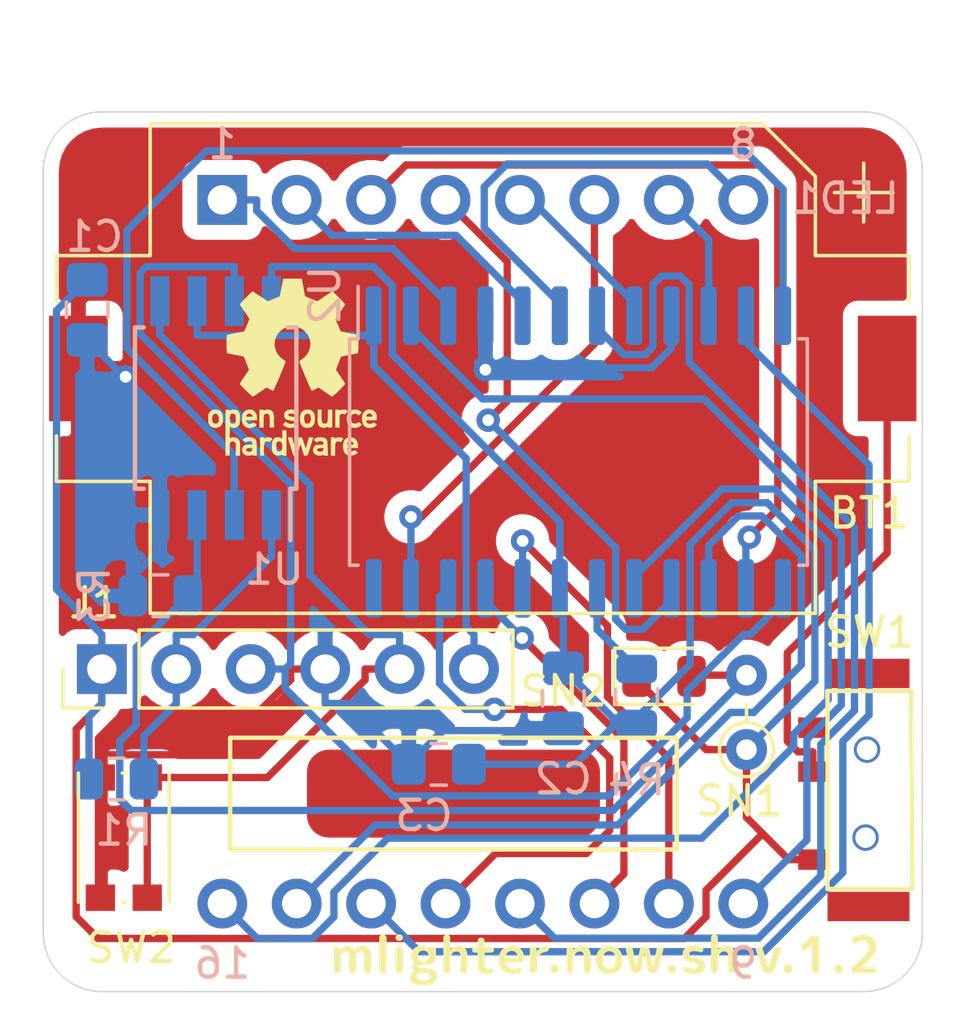
<source format=kicad_pcb>
(kicad_pcb (version 20171130) (host pcbnew 5.1.5-52549c5~84~ubuntu18.04.1)

  (general
    (thickness 1.6)
    (drawings 8)
    (tracks 276)
    (zones 0)
    (modules 18)
    (nets 30)
  )

  (page A4)
  (layers
    (0 F.Cu signal)
    (31 B.Cu signal)
    (32 B.Adhes user)
    (33 F.Adhes user)
    (34 B.Paste user)
    (35 F.Paste user)
    (36 B.SilkS user)
    (37 F.SilkS user)
    (38 B.Mask user)
    (39 F.Mask user)
    (40 Dwgs.User user)
    (41 Cmts.User user)
    (42 Eco1.User user)
    (43 Eco2.User user)
    (44 Edge.Cuts user)
    (45 Margin user)
    (46 B.CrtYd user)
    (47 F.CrtYd user)
    (48 B.Fab user)
    (49 F.Fab user)
  )

  (setup
    (last_trace_width 0.25)
    (trace_clearance 0.2)
    (zone_clearance 0.508)
    (zone_45_only no)
    (trace_min 0.2)
    (via_size 0.8)
    (via_drill 0.4)
    (via_min_size 0.4)
    (via_min_drill 0.3)
    (uvia_size 0.3)
    (uvia_drill 0.1)
    (uvias_allowed no)
    (uvia_min_size 0.2)
    (uvia_min_drill 0.1)
    (edge_width 0.05)
    (segment_width 0.2)
    (pcb_text_width 0.3)
    (pcb_text_size 1.5 1.5)
    (mod_edge_width 0.12)
    (mod_text_size 1 1)
    (mod_text_width 0.15)
    (pad_size 1.524 1.524)
    (pad_drill 0.762)
    (pad_to_mask_clearance 0.051)
    (solder_mask_min_width 0.25)
    (aux_axis_origin 50 80)
    (grid_origin 50 80)
    (visible_elements FFFFFF7F)
    (pcbplotparams
      (layerselection 0x010fc_ffffffff)
      (usegerberextensions false)
      (usegerberattributes false)
      (usegerberadvancedattributes false)
      (creategerberjobfile false)
      (excludeedgelayer true)
      (linewidth 0.100000)
      (plotframeref false)
      (viasonmask false)
      (mode 1)
      (useauxorigin false)
      (hpglpennumber 1)
      (hpglpenspeed 20)
      (hpglpendiameter 15.000000)
      (psnegative false)
      (psa4output false)
      (plotreference true)
      (plotvalue true)
      (plotinvisibletext false)
      (padsonsilk false)
      (subtractmaskfromsilk false)
      (outputformat 1)
      (mirror false)
      (drillshape 0)
      (scaleselection 1)
      (outputdirectory "ml191125/"))
  )

  (net 0 "")
  (net 1 BAT_V)
  (net 2 GND)
  (net 3 VCC)
  (net 4 AT_PB0_MISO)
  (net 5 AT_PB1_MOSI)
  (net 6 AT_PB2_CLK)
  (net 7 AT_RESET)
  (net 8 AT_PB4)
  (net 9 "Net-(R4-Pad2)")
  (net 10 AT_PB3)
  (net 11 "Net-(U2-Pad24)")
  (net 12 /COL5)
  (net 13 /COL1)
  (net 14 /COL6)
  (net 15 /COL4)
  (net 16 /COL8)
  (net 17 /COL3)
  (net 18 /COL7)
  (net 19 /COL2)
  (net 20 /ROW2)
  (net 21 /ROW6)
  (net 22 /ROW8)
  (net 23 /ROW4)
  (net 24 /ROW3)
  (net 25 /ROW7)
  (net 26 /ROW5)
  (net 27 /ROW1)
  (net 28 "Net-(SW1-Pad3)")
  (net 29 "Net-(H1-Pad1)")

  (net_class Default "This is the default net class."
    (clearance 0.2)
    (trace_width 0.25)
    (via_dia 0.8)
    (via_drill 0.4)
    (uvia_dia 0.3)
    (uvia_drill 0.1)
    (add_net /COL1)
    (add_net /COL2)
    (add_net /COL3)
    (add_net /COL4)
    (add_net /COL5)
    (add_net /COL6)
    (add_net /COL7)
    (add_net /COL8)
    (add_net /ROW1)
    (add_net /ROW2)
    (add_net /ROW3)
    (add_net /ROW4)
    (add_net /ROW5)
    (add_net /ROW6)
    (add_net /ROW7)
    (add_net /ROW8)
    (add_net AT_PB0_MISO)
    (add_net AT_PB1_MOSI)
    (add_net AT_PB2_CLK)
    (add_net AT_PB3)
    (add_net AT_PB4)
    (add_net AT_RESET)
    (add_net BAT_V)
    (add_net GND)
    (add_net "Net-(H1-Pad1)")
    (add_net "Net-(R4-Pad2)")
    (add_net "Net-(SW1-Pad3)")
    (add_net "Net-(U2-Pad24)")
    (add_net VCC)
  )

  (module Symbol:OSHW-Logo_5.7x6mm_SilkScreen locked (layer F.Cu) (tedit 0) (tstamp 5DE84009)
    (at 58.5 58.7)
    (descr "Open Source Hardware Logo")
    (tags "Logo OSHW")
    (attr virtual)
    (fp_text reference REF** (at 0 0) (layer F.SilkS) hide
      (effects (font (size 1 1) (thickness 0.15)))
    )
    (fp_text value OSHW-Logo_5.7x6mm_SilkScreen (at 0.75 0) (layer F.Fab) hide
      (effects (font (size 1 1) (thickness 0.15)))
    )
    (fp_poly (pts (xy 0.376964 -2.709982) (xy 0.433812 -2.40843) (xy 0.853338 -2.235488) (xy 1.104984 -2.406605)
      (xy 1.175458 -2.45425) (xy 1.239163 -2.49679) (xy 1.293126 -2.532285) (xy 1.334373 -2.55879)
      (xy 1.359934 -2.574364) (xy 1.366895 -2.577722) (xy 1.379435 -2.569086) (xy 1.406231 -2.545208)
      (xy 1.44428 -2.509141) (xy 1.490579 -2.463933) (xy 1.542123 -2.412636) (xy 1.595909 -2.358299)
      (xy 1.648935 -2.303972) (xy 1.698195 -2.252705) (xy 1.740687 -2.207549) (xy 1.773407 -2.171554)
      (xy 1.793351 -2.14777) (xy 1.798119 -2.13981) (xy 1.791257 -2.125135) (xy 1.77202 -2.092986)
      (xy 1.74243 -2.046508) (xy 1.70451 -1.988844) (xy 1.660282 -1.92314) (xy 1.634654 -1.885664)
      (xy 1.587941 -1.817232) (xy 1.546432 -1.75548) (xy 1.51214 -1.703481) (xy 1.48708 -1.664308)
      (xy 1.473264 -1.641035) (xy 1.471188 -1.636145) (xy 1.475895 -1.622245) (xy 1.488723 -1.58985)
      (xy 1.507738 -1.543515) (xy 1.531003 -1.487794) (xy 1.556584 -1.427242) (xy 1.582545 -1.366414)
      (xy 1.60695 -1.309864) (xy 1.627863 -1.262148) (xy 1.643349 -1.227819) (xy 1.651472 -1.211432)
      (xy 1.651952 -1.210788) (xy 1.664707 -1.207659) (xy 1.698677 -1.200679) (xy 1.75034 -1.190533)
      (xy 1.816176 -1.177908) (xy 1.892664 -1.163491) (xy 1.93729 -1.155177) (xy 2.019021 -1.139616)
      (xy 2.092843 -1.124808) (xy 2.155021 -1.111564) (xy 2.201822 -1.100695) (xy 2.229509 -1.093011)
      (xy 2.235074 -1.090573) (xy 2.240526 -1.07407) (xy 2.244924 -1.0368) (xy 2.248272 -0.98312)
      (xy 2.250574 -0.917388) (xy 2.251832 -0.843963) (xy 2.252048 -0.767204) (xy 2.251227 -0.691468)
      (xy 2.249371 -0.621114) (xy 2.246482 -0.5605) (xy 2.242565 -0.513984) (xy 2.237622 -0.485925)
      (xy 2.234657 -0.480084) (xy 2.216934 -0.473083) (xy 2.179381 -0.463073) (xy 2.126964 -0.451231)
      (xy 2.064652 -0.438733) (xy 2.0429 -0.43469) (xy 1.938024 -0.41548) (xy 1.85518 -0.400009)
      (xy 1.79163 -0.387663) (xy 1.744637 -0.377827) (xy 1.711463 -0.369886) (xy 1.689371 -0.363224)
      (xy 1.675624 -0.357227) (xy 1.667484 -0.351281) (xy 1.666345 -0.350106) (xy 1.654977 -0.331174)
      (xy 1.637635 -0.294331) (xy 1.61605 -0.244087) (xy 1.591954 -0.184954) (xy 1.567079 -0.121444)
      (xy 1.543157 -0.058068) (xy 1.521919 0.000662) (xy 1.505097 0.050235) (xy 1.494422 0.086139)
      (xy 1.491627 0.103862) (xy 1.49186 0.104483) (xy 1.501331 0.11897) (xy 1.522818 0.150844)
      (xy 1.554063 0.196789) (xy 1.592807 0.253485) (xy 1.636793 0.317617) (xy 1.649319 0.335842)
      (xy 1.693984 0.401914) (xy 1.733288 0.4622) (xy 1.765088 0.513235) (xy 1.787245 0.55156)
      (xy 1.797617 0.573711) (xy 1.798119 0.576432) (xy 1.789405 0.590736) (xy 1.765325 0.619072)
      (xy 1.728976 0.658396) (xy 1.683453 0.705661) (xy 1.631852 0.757823) (xy 1.577267 0.811835)
      (xy 1.522794 0.864653) (xy 1.471529 0.913231) (xy 1.426567 0.954523) (xy 1.391004 0.985485)
      (xy 1.367935 1.00307) (xy 1.361554 1.005941) (xy 1.346699 0.999178) (xy 1.316286 0.980939)
      (xy 1.275268 0.954297) (xy 1.243709 0.932852) (xy 1.186525 0.893503) (xy 1.118806 0.847171)
      (xy 1.05088 0.800913) (xy 1.014361 0.776155) (xy 0.890752 0.692547) (xy 0.786991 0.74865)
      (xy 0.73972 0.773228) (xy 0.699523 0.792331) (xy 0.672326 0.803227) (xy 0.665402 0.804743)
      (xy 0.657077 0.793549) (xy 0.640654 0.761917) (xy 0.617357 0.712765) (xy 0.588414 0.64901)
      (xy 0.55505 0.573571) (xy 0.518491 0.489364) (xy 0.479964 0.399308) (xy 0.440694 0.306321)
      (xy 0.401908 0.21332) (xy 0.36483 0.123223) (xy 0.330689 0.038948) (xy 0.300708 -0.036587)
      (xy 0.276116 -0.100466) (xy 0.258136 -0.149769) (xy 0.247997 -0.181579) (xy 0.246366 -0.192504)
      (xy 0.259291 -0.206439) (xy 0.287589 -0.22906) (xy 0.325346 -0.255667) (xy 0.328515 -0.257772)
      (xy 0.4261 -0.335886) (xy 0.504786 -0.427018) (xy 0.563891 -0.528255) (xy 0.602732 -0.636682)
      (xy 0.620628 -0.749386) (xy 0.616897 -0.863452) (xy 0.590857 -0.975966) (xy 0.541825 -1.084015)
      (xy 0.5274 -1.107655) (xy 0.452369 -1.203113) (xy 0.36373 -1.279768) (xy 0.264549 -1.33722)
      (xy 0.157895 -1.375071) (xy 0.046836 -1.392922) (xy -0.065561 -1.390375) (xy -0.176227 -1.36703)
      (xy -0.282094 -1.32249) (xy -0.380095 -1.256355) (xy -0.41041 -1.229513) (xy -0.487562 -1.145488)
      (xy -0.543782 -1.057034) (xy -0.582347 -0.957885) (xy -0.603826 -0.859697) (xy -0.609128 -0.749303)
      (xy -0.591448 -0.63836) (xy -0.552581 -0.530619) (xy -0.494323 -0.429831) (xy -0.418469 -0.339744)
      (xy -0.326817 -0.264108) (xy -0.314772 -0.256136) (xy -0.276611 -0.230026) (xy -0.247601 -0.207405)
      (xy -0.233732 -0.192961) (xy -0.233531 -0.192504) (xy -0.236508 -0.176879) (xy -0.248311 -0.141418)
      (xy -0.267714 -0.089038) (xy -0.293488 -0.022655) (xy -0.324409 0.054814) (xy -0.359249 0.14045)
      (xy -0.396783 0.231337) (xy -0.435783 0.324559) (xy -0.475023 0.417197) (xy -0.513276 0.506335)
      (xy -0.549317 0.589055) (xy -0.581917 0.662441) (xy -0.609852 0.723575) (xy -0.631895 0.769541)
      (xy -0.646818 0.797421) (xy -0.652828 0.804743) (xy -0.671191 0.799041) (xy -0.705552 0.783749)
      (xy -0.749984 0.761599) (xy -0.774417 0.74865) (xy -0.878178 0.692547) (xy -1.001787 0.776155)
      (xy -1.064886 0.818987) (xy -1.13397 0.866122) (xy -1.198707 0.910503) (xy -1.231134 0.932852)
      (xy -1.276741 0.963477) (xy -1.31536 0.987747) (xy -1.341952 1.002587) (xy -1.35059 1.005724)
      (xy -1.363161 0.997261) (xy -1.390984 0.973636) (xy -1.431361 0.937302) (xy -1.481595 0.890711)
      (xy -1.538988 0.836317) (xy -1.575286 0.801392) (xy -1.63879 0.738996) (xy -1.693673 0.683188)
      (xy -1.737714 0.636354) (xy -1.768695 0.600882) (xy -1.784398 0.579161) (xy -1.785905 0.574752)
      (xy -1.778914 0.557985) (xy -1.759594 0.524082) (xy -1.730091 0.476476) (xy -1.692545 0.418599)
      (xy -1.6491 0.353884) (xy -1.636745 0.335842) (xy -1.591727 0.270267) (xy -1.55134 0.211228)
      (xy -1.51784 0.162042) (xy -1.493486 0.126028) (xy -1.480536 0.106502) (xy -1.479285 0.104483)
      (xy -1.481156 0.088922) (xy -1.491087 0.054709) (xy -1.507347 0.006355) (xy -1.528205 -0.051629)
      (xy -1.551927 -0.11473) (xy -1.576784 -0.178437) (xy -1.601042 -0.238239) (xy -1.622971 -0.289624)
      (xy -1.640838 -0.328081) (xy -1.652913 -0.349098) (xy -1.653771 -0.350106) (xy -1.661154 -0.356112)
      (xy -1.673625 -0.362052) (xy -1.69392 -0.36854) (xy -1.724778 -0.376191) (xy -1.768934 -0.38562)
      (xy -1.829126 -0.397441) (xy -1.908093 -0.412271) (xy -2.00857 -0.430723) (xy -2.030325 -0.43469)
      (xy -2.094802 -0.447147) (xy -2.151011 -0.459334) (xy -2.193987 -0.470074) (xy -2.21876 -0.478191)
      (xy -2.222082 -0.480084) (xy -2.227556 -0.496862) (xy -2.232006 -0.534355) (xy -2.235428 -0.588206)
      (xy -2.237819 -0.654056) (xy -2.239177 -0.727547) (xy -2.239499 -0.80432) (xy -2.238781 -0.880017)
      (xy -2.237021 -0.95028) (xy -2.234216 -1.01075) (xy -2.230362 -1.05707) (xy -2.225457 -1.084881)
      (xy -2.2225 -1.090573) (xy -2.206037 -1.096314) (xy -2.168551 -1.105655) (xy -2.113775 -1.117785)
      (xy -2.045445 -1.131893) (xy -1.967294 -1.14717) (xy -1.924716 -1.155177) (xy -1.843929 -1.170279)
      (xy -1.771887 -1.18396) (xy -1.712111 -1.195533) (xy -1.668121 -1.204313) (xy -1.643439 -1.209613)
      (xy -1.639377 -1.210788) (xy -1.632511 -1.224035) (xy -1.617998 -1.255943) (xy -1.597771 -1.301953)
      (xy -1.573766 -1.357508) (xy -1.547918 -1.418047) (xy -1.52216 -1.479014) (xy -1.498427 -1.535849)
      (xy -1.478654 -1.583994) (xy -1.464776 -1.61889) (xy -1.458726 -1.635979) (xy -1.458614 -1.636726)
      (xy -1.465472 -1.650207) (xy -1.484698 -1.68123) (xy -1.514272 -1.726711) (xy -1.552173 -1.783568)
      (xy -1.59638 -1.848717) (xy -1.622079 -1.886138) (xy -1.668907 -1.954753) (xy -1.710499 -2.017048)
      (xy -1.744825 -2.069871) (xy -1.769857 -2.110073) (xy -1.783565 -2.1345) (xy -1.785544 -2.139976)
      (xy -1.777034 -2.152722) (xy -1.753507 -2.179937) (xy -1.717968 -2.218572) (xy -1.673423 -2.265577)
      (xy -1.622877 -2.317905) (xy -1.569336 -2.372505) (xy -1.515805 -2.42633) (xy -1.465289 -2.47633)
      (xy -1.420794 -2.519457) (xy -1.385325 -2.552661) (xy -1.361887 -2.572894) (xy -1.354046 -2.577722)
      (xy -1.34128 -2.570933) (xy -1.310744 -2.551858) (xy -1.26541 -2.522439) (xy -1.208244 -2.484619)
      (xy -1.142216 -2.440339) (xy -1.09241 -2.406605) (xy -0.840764 -2.235488) (xy -0.631001 -2.321959)
      (xy -0.421237 -2.40843) (xy -0.364389 -2.709982) (xy -0.30754 -3.011534) (xy 0.320115 -3.011534)
      (xy 0.376964 -2.709982)) (layer F.SilkS) (width 0.01))
    (fp_poly (pts (xy 1.79946 1.45803) (xy 1.842711 1.471245) (xy 1.870558 1.487941) (xy 1.879629 1.501145)
      (xy 1.877132 1.516797) (xy 1.860931 1.541385) (xy 1.847232 1.5588) (xy 1.818992 1.590283)
      (xy 1.797775 1.603529) (xy 1.779688 1.602664) (xy 1.726035 1.58901) (xy 1.68663 1.58963)
      (xy 1.654632 1.605104) (xy 1.64389 1.614161) (xy 1.609505 1.646027) (xy 1.609505 2.062179)
      (xy 1.471188 2.062179) (xy 1.471188 1.458614) (xy 1.540347 1.458614) (xy 1.581869 1.460256)
      (xy 1.603291 1.466087) (xy 1.609502 1.477461) (xy 1.609505 1.477798) (xy 1.612439 1.489713)
      (xy 1.625704 1.488159) (xy 1.644084 1.479563) (xy 1.682046 1.463568) (xy 1.712872 1.453945)
      (xy 1.752536 1.451478) (xy 1.79946 1.45803)) (layer F.SilkS) (width 0.01))
    (fp_poly (pts (xy -0.754012 1.469002) (xy -0.722717 1.48395) (xy -0.692409 1.505541) (xy -0.669318 1.530391)
      (xy -0.6525 1.562087) (xy -0.641006 1.604214) (xy -0.633891 1.660358) (xy -0.630207 1.734106)
      (xy -0.629008 1.829044) (xy -0.628989 1.838985) (xy -0.628713 2.062179) (xy -0.76703 2.062179)
      (xy -0.76703 1.856418) (xy -0.767128 1.780189) (xy -0.767809 1.724939) (xy -0.769651 1.686501)
      (xy -0.773233 1.660706) (xy -0.779132 1.643384) (xy -0.787927 1.630368) (xy -0.80018 1.617507)
      (xy -0.843047 1.589873) (xy -0.889843 1.584745) (xy -0.934424 1.602217) (xy -0.949928 1.615221)
      (xy -0.96131 1.627447) (xy -0.969481 1.64054) (xy -0.974974 1.658615) (xy -0.97832 1.685787)
      (xy -0.980051 1.72617) (xy -0.980697 1.783879) (xy -0.980792 1.854132) (xy -0.980792 2.062179)
      (xy -1.119109 2.062179) (xy -1.119109 1.458614) (xy -1.04995 1.458614) (xy -1.008428 1.460256)
      (xy -0.987006 1.466087) (xy -0.980795 1.477461) (xy -0.980792 1.477798) (xy -0.97791 1.488938)
      (xy -0.965199 1.487674) (xy -0.939926 1.475434) (xy -0.882605 1.457424) (xy -0.817037 1.455421)
      (xy -0.754012 1.469002)) (layer F.SilkS) (width 0.01))
    (fp_poly (pts (xy 2.677898 1.456457) (xy 2.710096 1.464279) (xy 2.771825 1.492921) (xy 2.82461 1.536667)
      (xy 2.861141 1.589117) (xy 2.86616 1.600893) (xy 2.873045 1.63174) (xy 2.877864 1.677371)
      (xy 2.879505 1.723492) (xy 2.879505 1.810693) (xy 2.697178 1.810693) (xy 2.621979 1.810978)
      (xy 2.569003 1.812704) (xy 2.535325 1.817181) (xy 2.51802 1.82572) (xy 2.514163 1.83963)
      (xy 2.520829 1.860222) (xy 2.53277 1.884315) (xy 2.56608 1.924525) (xy 2.612368 1.944558)
      (xy 2.668944 1.943905) (xy 2.733031 1.922101) (xy 2.788417 1.895193) (xy 2.834375 1.931532)
      (xy 2.880333 1.967872) (xy 2.837096 2.007819) (xy 2.779374 2.045563) (xy 2.708386 2.06832)
      (xy 2.632029 2.074688) (xy 2.558199 2.063268) (xy 2.546287 2.059393) (xy 2.481399 2.025506)
      (xy 2.43313 1.974986) (xy 2.400465 1.906325) (xy 2.382385 1.818014) (xy 2.382175 1.816121)
      (xy 2.380556 1.719878) (xy 2.3871 1.685542) (xy 2.514852 1.685542) (xy 2.526584 1.690822)
      (xy 2.558438 1.694867) (xy 2.605397 1.697176) (xy 2.635154 1.697525) (xy 2.690648 1.697306)
      (xy 2.725346 1.695916) (xy 2.743601 1.692251) (xy 2.749766 1.68521) (xy 2.748195 1.67369)
      (xy 2.746878 1.669233) (xy 2.724382 1.627355) (xy 2.689003 1.593604) (xy 2.65778 1.578773)
      (xy 2.616301 1.579668) (xy 2.574269 1.598164) (xy 2.539012 1.628786) (xy 2.517854 1.666062)
      (xy 2.514852 1.685542) (xy 2.3871 1.685542) (xy 2.39669 1.635229) (xy 2.428698 1.564191)
      (xy 2.474701 1.508779) (xy 2.532821 1.471009) (xy 2.60118 1.452896) (xy 2.677898 1.456457)) (layer F.SilkS) (width 0.01))
    (fp_poly (pts (xy 2.217226 1.46388) (xy 2.29008 1.49483) (xy 2.313027 1.509895) (xy 2.342354 1.533048)
      (xy 2.360764 1.551253) (xy 2.363961 1.557183) (xy 2.354935 1.57034) (xy 2.331837 1.592667)
      (xy 2.313344 1.60825) (xy 2.262728 1.648926) (xy 2.22276 1.615295) (xy 2.191874 1.593584)
      (xy 2.161759 1.58609) (xy 2.127292 1.58792) (xy 2.072561 1.601528) (xy 2.034886 1.629772)
      (xy 2.011991 1.675433) (xy 2.001597 1.741289) (xy 2.001595 1.741331) (xy 2.002494 1.814939)
      (xy 2.016463 1.868946) (xy 2.044328 1.905716) (xy 2.063325 1.918168) (xy 2.113776 1.933673)
      (xy 2.167663 1.933683) (xy 2.214546 1.918638) (xy 2.225644 1.911287) (xy 2.253476 1.892511)
      (xy 2.275236 1.889434) (xy 2.298704 1.903409) (xy 2.324649 1.92851) (xy 2.365716 1.97088)
      (xy 2.320121 2.008464) (xy 2.249674 2.050882) (xy 2.170233 2.071785) (xy 2.087215 2.070272)
      (xy 2.032694 2.056411) (xy 1.96897 2.022135) (xy 1.918005 1.968212) (xy 1.894851 1.930149)
      (xy 1.876099 1.875536) (xy 1.866715 1.806369) (xy 1.866643 1.731407) (xy 1.875824 1.659409)
      (xy 1.894199 1.599137) (xy 1.897093 1.592958) (xy 1.939952 1.532351) (xy 1.997979 1.488224)
      (xy 2.066591 1.461493) (xy 2.141201 1.453073) (xy 2.217226 1.46388)) (layer F.SilkS) (width 0.01))
    (fp_poly (pts (xy 0.993367 1.654342) (xy 0.994555 1.746563) (xy 0.998897 1.81661) (xy 1.007558 1.867381)
      (xy 1.021704 1.901772) (xy 1.0425 1.922679) (xy 1.07111 1.933) (xy 1.106535 1.935636)
      (xy 1.143636 1.932682) (xy 1.171818 1.921889) (xy 1.192243 1.90036) (xy 1.206079 1.865199)
      (xy 1.214491 1.81351) (xy 1.218643 1.742394) (xy 1.219703 1.654342) (xy 1.219703 1.458614)
      (xy 1.35802 1.458614) (xy 1.35802 2.062179) (xy 1.288862 2.062179) (xy 1.24717 2.060489)
      (xy 1.225701 2.054556) (xy 1.219703 2.043293) (xy 1.216091 2.033261) (xy 1.201714 2.035383)
      (xy 1.172736 2.04958) (xy 1.106319 2.07148) (xy 1.035875 2.069928) (xy 0.968377 2.046147)
      (xy 0.936233 2.027362) (xy 0.911715 2.007022) (xy 0.893804 1.981573) (xy 0.881479 1.947458)
      (xy 0.873723 1.901121) (xy 0.869516 1.839007) (xy 0.86784 1.757561) (xy 0.867624 1.694578)
      (xy 0.867624 1.458614) (xy 0.993367 1.458614) (xy 0.993367 1.654342)) (layer F.SilkS) (width 0.01))
    (fp_poly (pts (xy 0.610762 1.466055) (xy 0.674363 1.500692) (xy 0.724123 1.555372) (xy 0.747568 1.599842)
      (xy 0.757634 1.639121) (xy 0.764156 1.695116) (xy 0.766951 1.759621) (xy 0.765836 1.824429)
      (xy 0.760626 1.881334) (xy 0.754541 1.911727) (xy 0.734014 1.953306) (xy 0.698463 1.997468)
      (xy 0.655619 2.036087) (xy 0.613211 2.061034) (xy 0.612177 2.06143) (xy 0.559553 2.072331)
      (xy 0.497188 2.072601) (xy 0.437924 2.062676) (xy 0.41504 2.054722) (xy 0.356102 2.0213)
      (xy 0.31389 1.977511) (xy 0.286156 1.919538) (xy 0.270651 1.843565) (xy 0.267143 1.803771)
      (xy 0.26759 1.753766) (xy 0.402376 1.753766) (xy 0.406917 1.826732) (xy 0.419986 1.882334)
      (xy 0.440756 1.917861) (xy 0.455552 1.92802) (xy 0.493464 1.935104) (xy 0.538527 1.933007)
      (xy 0.577487 1.922812) (xy 0.587704 1.917204) (xy 0.614659 1.884538) (xy 0.632451 1.834545)
      (xy 0.640024 1.773705) (xy 0.636325 1.708497) (xy 0.628057 1.669253) (xy 0.60432 1.623805)
      (xy 0.566849 1.595396) (xy 0.52172 1.585573) (xy 0.475011 1.595887) (xy 0.439132 1.621112)
      (xy 0.420277 1.641925) (xy 0.409272 1.662439) (xy 0.404026 1.690203) (xy 0.402449 1.732762)
      (xy 0.402376 1.753766) (xy 0.26759 1.753766) (xy 0.268094 1.69758) (xy 0.285388 1.610501)
      (xy 0.319029 1.54253) (xy 0.369018 1.493664) (xy 0.435356 1.463899) (xy 0.449601 1.460448)
      (xy 0.53521 1.452345) (xy 0.610762 1.466055)) (layer F.SilkS) (width 0.01))
    (fp_poly (pts (xy 0.014017 1.456452) (xy 0.061634 1.465482) (xy 0.111034 1.48437) (xy 0.116312 1.486777)
      (xy 0.153774 1.506476) (xy 0.179717 1.524781) (xy 0.188103 1.536508) (xy 0.180117 1.555632)
      (xy 0.16072 1.58385) (xy 0.15211 1.594384) (xy 0.116628 1.635847) (xy 0.070885 1.608858)
      (xy 0.02735 1.590878) (xy -0.02295 1.581267) (xy -0.071188 1.58066) (xy -0.108533 1.589691)
      (xy -0.117495 1.595327) (xy -0.134563 1.621171) (xy -0.136637 1.650941) (xy -0.123866 1.674197)
      (xy -0.116312 1.678708) (xy -0.093675 1.684309) (xy -0.053885 1.690892) (xy -0.004834 1.697183)
      (xy 0.004215 1.69817) (xy 0.082996 1.711798) (xy 0.140136 1.734946) (xy 0.17803 1.769752)
      (xy 0.199079 1.818354) (xy 0.205635 1.877718) (xy 0.196577 1.945198) (xy 0.167164 1.998188)
      (xy 0.117278 2.036783) (xy 0.0468 2.061081) (xy -0.031435 2.070667) (xy -0.095234 2.070552)
      (xy -0.146984 2.061845) (xy -0.182327 2.049825) (xy -0.226983 2.02888) (xy -0.268253 2.004574)
      (xy -0.282921 1.993876) (xy -0.320643 1.963084) (xy -0.275148 1.917049) (xy -0.229653 1.871013)
      (xy -0.177928 1.905243) (xy -0.126048 1.930952) (xy -0.070649 1.944399) (xy -0.017395 1.945818)
      (xy 0.028049 1.935443) (xy 0.060016 1.913507) (xy 0.070338 1.894998) (xy 0.068789 1.865314)
      (xy 0.04314 1.842615) (xy -0.00654 1.82694) (xy -0.060969 1.819695) (xy -0.144736 1.805873)
      (xy -0.206967 1.779796) (xy -0.248493 1.740699) (xy -0.270147 1.68782) (xy -0.273147 1.625126)
      (xy -0.258329 1.559642) (xy -0.224546 1.510144) (xy -0.171495 1.476408) (xy -0.098874 1.458207)
      (xy -0.045072 1.454639) (xy 0.014017 1.456452)) (layer F.SilkS) (width 0.01))
    (fp_poly (pts (xy -1.356699 1.472614) (xy -1.344168 1.478514) (xy -1.300799 1.510283) (xy -1.25979 1.556646)
      (xy -1.229168 1.607696) (xy -1.220459 1.631166) (xy -1.212512 1.673091) (xy -1.207774 1.723757)
      (xy -1.207199 1.744679) (xy -1.207129 1.810693) (xy -1.587083 1.810693) (xy -1.578983 1.845273)
      (xy -1.559104 1.88617) (xy -1.524347 1.921514) (xy -1.482998 1.944282) (xy -1.456649 1.94901)
      (xy -1.420916 1.943273) (xy -1.378282 1.928882) (xy -1.363799 1.922262) (xy -1.31024 1.895513)
      (xy -1.264533 1.930376) (xy -1.238158 1.953955) (xy -1.224124 1.973417) (xy -1.223414 1.979129)
      (xy -1.235951 1.992973) (xy -1.263428 2.014012) (xy -1.288366 2.030425) (xy -1.355664 2.05993)
      (xy -1.43111 2.073284) (xy -1.505888 2.069812) (xy -1.565495 2.051663) (xy -1.626941 2.012784)
      (xy -1.670608 1.961595) (xy -1.697926 1.895367) (xy -1.710322 1.811371) (xy -1.711421 1.772936)
      (xy -1.707022 1.684861) (xy -1.706482 1.682299) (xy -1.580582 1.682299) (xy -1.577115 1.690558)
      (xy -1.562863 1.695113) (xy -1.53347 1.697065) (xy -1.484575 1.697517) (xy -1.465748 1.697525)
      (xy -1.408467 1.696843) (xy -1.372141 1.694364) (xy -1.352604 1.689443) (xy -1.34569 1.681434)
      (xy -1.345445 1.678862) (xy -1.353336 1.658423) (xy -1.373085 1.629789) (xy -1.381575 1.619763)
      (xy -1.413094 1.591408) (xy -1.445949 1.580259) (xy -1.463651 1.579327) (xy -1.511539 1.590981)
      (xy -1.551699 1.622285) (xy -1.577173 1.667752) (xy -1.577625 1.669233) (xy -1.580582 1.682299)
      (xy -1.706482 1.682299) (xy -1.692392 1.61551) (xy -1.666038 1.560025) (xy -1.633807 1.520639)
      (xy -1.574217 1.477931) (xy -1.504168 1.455109) (xy -1.429661 1.453046) (xy -1.356699 1.472614)) (layer F.SilkS) (width 0.01))
    (fp_poly (pts (xy -2.538261 1.465148) (xy -2.472479 1.494231) (xy -2.42254 1.542793) (xy -2.388374 1.610908)
      (xy -2.369907 1.698651) (xy -2.368583 1.712351) (xy -2.367546 1.808939) (xy -2.380993 1.893602)
      (xy -2.408108 1.962221) (xy -2.422627 1.984294) (xy -2.473201 2.031011) (xy -2.537609 2.061268)
      (xy -2.609666 2.073824) (xy -2.683185 2.067439) (xy -2.739072 2.047772) (xy -2.787132 2.014629)
      (xy -2.826412 1.971175) (xy -2.827092 1.970158) (xy -2.843044 1.943338) (xy -2.85341 1.916368)
      (xy -2.859688 1.882332) (xy -2.863373 1.83431) (xy -2.864997 1.794931) (xy -2.865672 1.759219)
      (xy -2.739955 1.759219) (xy -2.738726 1.79477) (xy -2.734266 1.842094) (xy -2.726397 1.872465)
      (xy -2.712207 1.894072) (xy -2.698917 1.906694) (xy -2.651802 1.933122) (xy -2.602505 1.936653)
      (xy -2.556593 1.917639) (xy -2.533638 1.896331) (xy -2.517096 1.874859) (xy -2.507421 1.854313)
      (xy -2.503174 1.827574) (xy -2.50292 1.787523) (xy -2.504228 1.750638) (xy -2.507043 1.697947)
      (xy -2.511505 1.663772) (xy -2.519548 1.64148) (xy -2.533103 1.624442) (xy -2.543845 1.614703)
      (xy -2.588777 1.589123) (xy -2.637249 1.587847) (xy -2.677894 1.602999) (xy -2.712567 1.634642)
      (xy -2.733224 1.68662) (xy -2.739955 1.759219) (xy -2.865672 1.759219) (xy -2.866479 1.716621)
      (xy -2.863948 1.658056) (xy -2.856362 1.614007) (xy -2.842681 1.579248) (xy -2.821865 1.548551)
      (xy -2.814147 1.539436) (xy -2.765889 1.494021) (xy -2.714128 1.467493) (xy -2.650828 1.456379)
      (xy -2.619961 1.455471) (xy -2.538261 1.465148)) (layer F.SilkS) (width 0.01))
    (fp_poly (pts (xy 2.032581 2.40497) (xy 2.092685 2.420597) (xy 2.143021 2.452848) (xy 2.167393 2.47694)
      (xy 2.207345 2.533895) (xy 2.230242 2.599965) (xy 2.238108 2.681182) (xy 2.238148 2.687748)
      (xy 2.238218 2.753763) (xy 1.858264 2.753763) (xy 1.866363 2.788342) (xy 1.880987 2.819659)
      (xy 1.906581 2.852291) (xy 1.911935 2.8575) (xy 1.957943 2.885694) (xy 2.01041 2.890475)
      (xy 2.070803 2.871926) (xy 2.08104 2.866931) (xy 2.112439 2.851745) (xy 2.13347 2.843094)
      (xy 2.137139 2.842293) (xy 2.149948 2.850063) (xy 2.174378 2.869072) (xy 2.186779 2.87946)
      (xy 2.212476 2.903321) (xy 2.220915 2.919077) (xy 2.215058 2.933571) (xy 2.211928 2.937534)
      (xy 2.190725 2.954879) (xy 2.155738 2.975959) (xy 2.131337 2.988265) (xy 2.062072 3.009946)
      (xy 1.985388 3.016971) (xy 1.912765 3.008647) (xy 1.892426 3.002686) (xy 1.829476 2.968952)
      (xy 1.782815 2.917045) (xy 1.752173 2.846459) (xy 1.737282 2.756692) (xy 1.735647 2.709753)
      (xy 1.740421 2.641413) (xy 1.86099 2.641413) (xy 1.872652 2.646465) (xy 1.903998 2.650429)
      (xy 1.949571 2.652768) (xy 1.980446 2.653169) (xy 2.035981 2.652783) (xy 2.071033 2.650975)
      (xy 2.090262 2.646773) (xy 2.09833 2.639203) (xy 2.099901 2.628218) (xy 2.089121 2.594381)
      (xy 2.06198 2.56094) (xy 2.026277 2.535272) (xy 1.99056 2.524772) (xy 1.942048 2.534086)
      (xy 1.900053 2.561013) (xy 1.870936 2.599827) (xy 1.86099 2.641413) (xy 1.740421 2.641413)
      (xy 1.742599 2.610236) (xy 1.764055 2.530949) (xy 1.80047 2.471263) (xy 1.852297 2.430549)
      (xy 1.91999 2.408179) (xy 1.956662 2.403871) (xy 2.032581 2.40497)) (layer F.SilkS) (width 0.01))
    (fp_poly (pts (xy 1.635255 2.401486) (xy 1.683595 2.411015) (xy 1.711114 2.425125) (xy 1.740064 2.448568)
      (xy 1.698876 2.500571) (xy 1.673482 2.532064) (xy 1.656238 2.547428) (xy 1.639102 2.549776)
      (xy 1.614027 2.542217) (xy 1.602257 2.537941) (xy 1.55427 2.531631) (xy 1.510324 2.545156)
      (xy 1.47806 2.57571) (xy 1.472819 2.585452) (xy 1.467112 2.611258) (xy 1.462706 2.658817)
      (xy 1.459811 2.724758) (xy 1.458631 2.80571) (xy 1.458614 2.817226) (xy 1.458614 3.017822)
      (xy 1.320297 3.017822) (xy 1.320297 2.401683) (xy 1.389456 2.401683) (xy 1.429333 2.402725)
      (xy 1.450107 2.407358) (xy 1.457789 2.417849) (xy 1.458614 2.427745) (xy 1.458614 2.453806)
      (xy 1.491745 2.427745) (xy 1.529735 2.409965) (xy 1.58077 2.401174) (xy 1.635255 2.401486)) (layer F.SilkS) (width 0.01))
    (fp_poly (pts (xy 1.038411 2.405417) (xy 1.091411 2.41829) (xy 1.106731 2.42511) (xy 1.136428 2.442974)
      (xy 1.15922 2.463093) (xy 1.176083 2.488962) (xy 1.187998 2.524073) (xy 1.195942 2.57192)
      (xy 1.200894 2.635996) (xy 1.203831 2.719794) (xy 1.204947 2.775768) (xy 1.209052 3.017822)
      (xy 1.138932 3.017822) (xy 1.096393 3.016038) (xy 1.074476 3.009942) (xy 1.068812 2.999706)
      (xy 1.065821 2.988637) (xy 1.052451 2.990754) (xy 1.034233 2.999629) (xy 0.988624 3.013233)
      (xy 0.930007 3.016899) (xy 0.868354 3.010903) (xy 0.813638 2.995521) (xy 0.80873 2.993386)
      (xy 0.758723 2.958255) (xy 0.725756 2.909419) (xy 0.710587 2.852333) (xy 0.711746 2.831824)
      (xy 0.835508 2.831824) (xy 0.846413 2.859425) (xy 0.878745 2.879204) (xy 0.93091 2.889819)
      (xy 0.958787 2.891228) (xy 1.005247 2.88762) (xy 1.036129 2.873597) (xy 1.043664 2.866931)
      (xy 1.064076 2.830666) (xy 1.068812 2.797773) (xy 1.068812 2.753763) (xy 1.007513 2.753763)
      (xy 0.936256 2.757395) (xy 0.886276 2.768818) (xy 0.854696 2.788824) (xy 0.847626 2.797743)
      (xy 0.835508 2.831824) (xy 0.711746 2.831824) (xy 0.713971 2.792456) (xy 0.736663 2.735244)
      (xy 0.767624 2.69658) (xy 0.786376 2.679864) (xy 0.804733 2.668878) (xy 0.828619 2.66218)
      (xy 0.863957 2.658326) (xy 0.916669 2.655873) (xy 0.937577 2.655168) (xy 1.068812 2.650879)
      (xy 1.06862 2.611158) (xy 1.063537 2.569405) (xy 1.045162 2.544158) (xy 1.008039 2.52803)
      (xy 1.007043 2.527742) (xy 0.95441 2.5214) (xy 0.902906 2.529684) (xy 0.86463 2.549827)
      (xy 0.849272 2.559773) (xy 0.83273 2.558397) (xy 0.807275 2.543987) (xy 0.792328 2.533817)
      (xy 0.763091 2.512088) (xy 0.74498 2.4958) (xy 0.742074 2.491137) (xy 0.75404 2.467005)
      (xy 0.789396 2.438185) (xy 0.804753 2.428461) (xy 0.848901 2.411714) (xy 0.908398 2.402227)
      (xy 0.974487 2.400095) (xy 1.038411 2.405417)) (layer F.SilkS) (width 0.01))
    (fp_poly (pts (xy 0.281524 2.404237) (xy 0.331255 2.407971) (xy 0.461291 2.797773) (xy 0.481678 2.728614)
      (xy 0.493946 2.685874) (xy 0.510085 2.628115) (xy 0.527512 2.564625) (xy 0.536726 2.53057)
      (xy 0.571388 2.401683) (xy 0.714391 2.401683) (xy 0.671646 2.536857) (xy 0.650596 2.603342)
      (xy 0.625167 2.683539) (xy 0.59861 2.767193) (xy 0.574902 2.841782) (xy 0.520902 3.011535)
      (xy 0.462598 3.015328) (xy 0.404295 3.019122) (xy 0.372679 2.914734) (xy 0.353182 2.849889)
      (xy 0.331904 2.7784) (xy 0.313308 2.715263) (xy 0.312574 2.71275) (xy 0.298684 2.669969)
      (xy 0.286429 2.640779) (xy 0.277846 2.629741) (xy 0.276082 2.631018) (xy 0.269891 2.64813)
      (xy 0.258128 2.684787) (xy 0.242225 2.736378) (xy 0.223614 2.798294) (xy 0.213543 2.832352)
      (xy 0.159007 3.017822) (xy 0.043264 3.017822) (xy -0.049263 2.725471) (xy -0.075256 2.643462)
      (xy -0.098934 2.568987) (xy -0.11918 2.505544) (xy -0.134874 2.456632) (xy -0.144898 2.425749)
      (xy -0.147945 2.416726) (xy -0.145533 2.407487) (xy -0.126592 2.403441) (xy -0.087177 2.403846)
      (xy -0.081007 2.404152) (xy -0.007914 2.407971) (xy 0.039957 2.58401) (xy 0.057553 2.648211)
      (xy 0.073277 2.704649) (xy 0.085746 2.748422) (xy 0.093574 2.77463) (xy 0.09502 2.778903)
      (xy 0.101014 2.77399) (xy 0.113101 2.748532) (xy 0.129893 2.705997) (xy 0.150003 2.64985)
      (xy 0.167003 2.59913) (xy 0.231794 2.400504) (xy 0.281524 2.404237)) (layer F.SilkS) (width 0.01))
    (fp_poly (pts (xy -0.201188 3.017822) (xy -0.270346 3.017822) (xy -0.310488 3.016645) (xy -0.331394 3.011772)
      (xy -0.338922 3.001186) (xy -0.339505 2.994029) (xy -0.340774 2.979676) (xy -0.348779 2.976923)
      (xy -0.369815 2.985771) (xy -0.386173 2.994029) (xy -0.448977 3.013597) (xy -0.517248 3.014729)
      (xy -0.572752 3.000135) (xy -0.624438 2.964877) (xy -0.663838 2.912835) (xy -0.685413 2.85145)
      (xy -0.685962 2.848018) (xy -0.689167 2.810571) (xy -0.690761 2.756813) (xy -0.690633 2.716155)
      (xy -0.553279 2.716155) (xy -0.550097 2.770194) (xy -0.542859 2.814735) (xy -0.53306 2.839888)
      (xy -0.495989 2.87426) (xy -0.451974 2.886582) (xy -0.406584 2.876618) (xy -0.367797 2.846895)
      (xy -0.353108 2.826905) (xy -0.344519 2.80305) (xy -0.340496 2.76823) (xy -0.339505 2.71593)
      (xy -0.341278 2.664139) (xy -0.345963 2.618634) (xy -0.352603 2.588181) (xy -0.35371 2.585452)
      (xy -0.380491 2.553) (xy -0.419579 2.535183) (xy -0.463315 2.532306) (xy -0.504038 2.544674)
      (xy -0.534087 2.572593) (xy -0.537204 2.578148) (xy -0.546961 2.612022) (xy -0.552277 2.660728)
      (xy -0.553279 2.716155) (xy -0.690633 2.716155) (xy -0.690568 2.69554) (xy -0.689664 2.662563)
      (xy -0.683514 2.580981) (xy -0.670733 2.51973) (xy -0.649471 2.474449) (xy -0.617878 2.440779)
      (xy -0.587207 2.421014) (xy -0.544354 2.40712) (xy -0.491056 2.402354) (xy -0.43648 2.406236)
      (xy -0.389792 2.418282) (xy -0.365124 2.432693) (xy -0.339505 2.455878) (xy -0.339505 2.162773)
      (xy -0.201188 2.162773) (xy -0.201188 3.017822)) (layer F.SilkS) (width 0.01))
    (fp_poly (pts (xy -0.993356 2.40302) (xy -0.974539 2.40866) (xy -0.968473 2.421053) (xy -0.968218 2.426647)
      (xy -0.967129 2.44223) (xy -0.959632 2.444676) (xy -0.939381 2.433993) (xy -0.927351 2.426694)
      (xy -0.8894 2.411063) (xy -0.844072 2.403334) (xy -0.796544 2.40274) (xy -0.751995 2.408513)
      (xy -0.715602 2.419884) (xy -0.692543 2.436088) (xy -0.687996 2.456355) (xy -0.690291 2.461843)
      (xy -0.70702 2.484626) (xy -0.732963 2.512647) (xy -0.737655 2.517177) (xy -0.762383 2.538005)
      (xy -0.783718 2.544735) (xy -0.813555 2.540038) (xy -0.825508 2.536917) (xy -0.862705 2.529421)
      (xy -0.888859 2.532792) (xy -0.910946 2.544681) (xy -0.931178 2.560635) (xy -0.946079 2.5807)
      (xy -0.956434 2.608702) (xy -0.963029 2.648467) (xy -0.966649 2.703823) (xy -0.968078 2.778594)
      (xy -0.968218 2.82374) (xy -0.968218 3.017822) (xy -1.09396 3.017822) (xy -1.09396 2.401683)
      (xy -1.031089 2.401683) (xy -0.993356 2.40302)) (layer F.SilkS) (width 0.01))
    (fp_poly (pts (xy -1.38421 2.406555) (xy -1.325055 2.422339) (xy -1.280023 2.450948) (xy -1.248246 2.488419)
      (xy -1.238366 2.504411) (xy -1.231073 2.521163) (xy -1.225974 2.542592) (xy -1.222679 2.572616)
      (xy -1.220797 2.615154) (xy -1.219937 2.674122) (xy -1.219707 2.75344) (xy -1.219703 2.774484)
      (xy -1.219703 3.017822) (xy -1.280059 3.017822) (xy -1.318557 3.015126) (xy -1.347023 3.008295)
      (xy -1.354155 3.004083) (xy -1.373652 2.996813) (xy -1.393566 3.004083) (xy -1.426353 3.01316)
      (xy -1.473978 3.016813) (xy -1.526764 3.015228) (xy -1.575036 3.008589) (xy -1.603218 3.000072)
      (xy -1.657753 2.965063) (xy -1.691835 2.916479) (xy -1.707157 2.851882) (xy -1.707299 2.850223)
      (xy -1.705955 2.821566) (xy -1.584356 2.821566) (xy -1.573726 2.854161) (xy -1.55641 2.872505)
      (xy -1.521652 2.886379) (xy -1.475773 2.891917) (xy -1.428988 2.889191) (xy -1.391514 2.878274)
      (xy -1.381015 2.871269) (xy -1.362668 2.838904) (xy -1.35802 2.802111) (xy -1.35802 2.753763)
      (xy -1.427582 2.753763) (xy -1.493667 2.75885) (xy -1.543764 2.773263) (xy -1.574929 2.795729)
      (xy -1.584356 2.821566) (xy -1.705955 2.821566) (xy -1.703987 2.779647) (xy -1.68071 2.723845)
      (xy -1.636948 2.681647) (xy -1.630899 2.677808) (xy -1.604907 2.665309) (xy -1.572735 2.65774)
      (xy -1.52776 2.654061) (xy -1.474331 2.653216) (xy -1.35802 2.653169) (xy -1.35802 2.604411)
      (xy -1.362953 2.566581) (xy -1.375543 2.541236) (xy -1.377017 2.539887) (xy -1.405034 2.5288)
      (xy -1.447326 2.524503) (xy -1.494064 2.526615) (xy -1.535418 2.534756) (xy -1.559957 2.546965)
      (xy -1.573253 2.556746) (xy -1.587294 2.558613) (xy -1.606671 2.5506) (xy -1.635976 2.530739)
      (xy -1.679803 2.497063) (xy -1.683825 2.493909) (xy -1.681764 2.482236) (xy -1.664568 2.462822)
      (xy -1.638433 2.441248) (xy -1.609552 2.423096) (xy -1.600478 2.418809) (xy -1.56738 2.410256)
      (xy -1.51888 2.404155) (xy -1.464695 2.401708) (xy -1.462161 2.401703) (xy -1.38421 2.406555)) (layer F.SilkS) (width 0.01))
    (fp_poly (pts (xy -1.908759 1.469184) (xy -1.882247 1.482282) (xy -1.849553 1.505106) (xy -1.825725 1.529996)
      (xy -1.809406 1.561249) (xy -1.79924 1.603166) (xy -1.793872 1.660044) (xy -1.791944 1.736184)
      (xy -1.791831 1.768917) (xy -1.792161 1.840656) (xy -1.793527 1.891927) (xy -1.7965 1.927404)
      (xy -1.801649 1.951763) (xy -1.809543 1.96968) (xy -1.817757 1.981902) (xy -1.870187 2.033905)
      (xy -1.93193 2.065184) (xy -1.998536 2.074592) (xy -2.065558 2.06098) (xy -2.086792 2.051354)
      (xy -2.137624 2.024859) (xy -2.137624 2.440052) (xy -2.100525 2.420868) (xy -2.051643 2.406025)
      (xy -1.991561 2.402222) (xy -1.931564 2.409243) (xy -1.886256 2.425013) (xy -1.848675 2.455047)
      (xy -1.816564 2.498024) (xy -1.81415 2.502436) (xy -1.803967 2.523221) (xy -1.79653 2.54417)
      (xy -1.791411 2.569548) (xy -1.788181 2.603618) (xy -1.786413 2.650641) (xy -1.785677 2.714882)
      (xy -1.785544 2.787176) (xy -1.785544 3.017822) (xy -1.923861 3.017822) (xy -1.923861 2.592533)
      (xy -1.962549 2.559979) (xy -2.002738 2.53394) (xy -2.040797 2.529205) (xy -2.079066 2.541389)
      (xy -2.099462 2.55332) (xy -2.114642 2.570313) (xy -2.125438 2.595995) (xy -2.132683 2.633991)
      (xy -2.137208 2.687926) (xy -2.139844 2.761425) (xy -2.140772 2.810347) (xy -2.143911 3.011535)
      (xy -2.209926 3.015336) (xy -2.27594 3.019136) (xy -2.27594 1.77065) (xy -2.137624 1.77065)
      (xy -2.134097 1.840254) (xy -2.122215 1.888569) (xy -2.10002 1.918631) (xy -2.065559 1.933471)
      (xy -2.030742 1.936436) (xy -1.991329 1.933028) (xy -1.965171 1.919617) (xy -1.948814 1.901896)
      (xy -1.935937 1.882835) (xy -1.928272 1.861601) (xy -1.924861 1.831849) (xy -1.924749 1.787236)
      (xy -1.925897 1.74988) (xy -1.928532 1.693604) (xy -1.932456 1.656658) (xy -1.939063 1.633223)
      (xy -1.949749 1.61748) (xy -1.959833 1.60838) (xy -2.00197 1.588537) (xy -2.05184 1.585332)
      (xy -2.080476 1.592168) (xy -2.108828 1.616464) (xy -2.127609 1.663728) (xy -2.136712 1.733624)
      (xy -2.137624 1.77065) (xy -2.27594 1.77065) (xy -2.27594 1.458614) (xy -2.206782 1.458614)
      (xy -2.16526 1.460256) (xy -2.143838 1.466087) (xy -2.137626 1.477461) (xy -2.137624 1.477798)
      (xy -2.134742 1.488938) (xy -2.12203 1.487673) (xy -2.096757 1.475433) (xy -2.037869 1.456707)
      (xy -1.971615 1.454739) (xy -1.908759 1.469184)) (layer F.SilkS) (width 0.01))
  )

  (module LED_SMD:LED_0805_2012Metric (layer F.Cu) (tedit 5B36C52C) (tstamp 5DD9EE46)
    (at 71.1875 69.25)
    (descr "LED SMD 0805 (2012 Metric), square (rectangular) end terminal, IPC_7351 nominal, (Body size source: https://docs.google.com/spreadsheets/d/1BsfQQcO9C6DZCsRaXUlFlo91Tg2WpOkGARC1WS5S8t0/edit?usp=sharing), generated with kicad-footprint-generator")
    (tags diode)
    (path /5E0104D3)
    (attr smd)
    (fp_text reference SN2 (at -3.4375 0.5) (layer F.SilkS)
      (effects (font (size 1 1) (thickness 0.15)))
    )
    (fp_text value "SFH 3710" (at 0 1.65) (layer F.Fab)
      (effects (font (size 1 1) (thickness 0.15)))
    )
    (fp_text user %R (at 0 0) (layer F.Fab)
      (effects (font (size 0.5 0.5) (thickness 0.08)))
    )
    (fp_line (start 1.68 0.95) (end -1.68 0.95) (layer F.CrtYd) (width 0.05))
    (fp_line (start 1.68 -0.95) (end 1.68 0.95) (layer F.CrtYd) (width 0.05))
    (fp_line (start -1.68 -0.95) (end 1.68 -0.95) (layer F.CrtYd) (width 0.05))
    (fp_line (start -1.68 0.95) (end -1.68 -0.95) (layer F.CrtYd) (width 0.05))
    (fp_line (start -1.685 0.96) (end 1 0.96) (layer F.SilkS) (width 0.12))
    (fp_line (start -1.685 -0.96) (end -1.685 0.96) (layer F.SilkS) (width 0.12))
    (fp_line (start 1 -0.96) (end -1.685 -0.96) (layer F.SilkS) (width 0.12))
    (fp_line (start 1 0.6) (end 1 -0.6) (layer F.Fab) (width 0.1))
    (fp_line (start -1 0.6) (end 1 0.6) (layer F.Fab) (width 0.1))
    (fp_line (start -1 -0.3) (end -1 0.6) (layer F.Fab) (width 0.1))
    (fp_line (start -0.7 -0.6) (end -1 -0.3) (layer F.Fab) (width 0.1))
    (fp_line (start 1 -0.6) (end -0.7 -0.6) (layer F.Fab) (width 0.1))
    (pad 2 smd roundrect (at 0.9375 0) (size 0.975 1.4) (layers F.Cu F.Paste F.Mask) (roundrect_rratio 0.25)
      (net 8 AT_PB4))
    (pad 1 smd roundrect (at -0.9375 0) (size 0.975 1.4) (layers F.Cu F.Paste F.Mask) (roundrect_rratio 0.25)
      (net 3 VCC))
    (model ${KISYS3DMOD}/LED_SMD.3dshapes/LED_0805_2012Metric.wrl
      (at (xyz 0 0 0))
      (scale (xyz 1 1 1))
      (rotate (xyz 0 0 0))
    )
  )

  (module led-dot-matrix:BatteryHolder_Keystone_1060_1x2032_short (layer F.Cu) (tedit 5DD9456B) (tstamp 5DD976D1)
    (at 65 58.75 180)
    (descr http://www.keyelco.com/product-pdf.cfm?p=726)
    (tags "CR2032 BR2032 BatteryHolder Battery")
    (path /5C51D8C5)
    (attr smd)
    (fp_text reference BT1 (at -13.194 -4.9345) (layer F.SilkS)
      (effects (font (size 1 1) (thickness 0.15)))
    )
    (fp_text value Battery_Cell (at 0 -11.75) (layer F.Fab)
      (effects (font (size 1 1) (thickness 0.15)))
    )
    (fp_line (start -12 6) (end -14 6) (layer F.SilkS) (width 0.12))
    (fp_line (start -13 5) (end -13 7) (layer F.SilkS) (width 0.12))
    (fp_text user %R (at 0 0) (layer F.Fab)
      (effects (font (size 1 1) (thickness 0.15)))
    )
    (fp_line (start 11.5 -8.5) (end 6.5 -8.5) (layer F.CrtYd) (width 0.05))
    (fp_arc (start 0 0) (end 6.5 -8.5) (angle -74.81070976) (layer F.CrtYd) (width 0.05))
    (fp_line (start 11.5 4) (end 11.5 8.5) (layer F.CrtYd) (width 0.05))
    (fp_line (start 14.7 4) (end 11.5 4) (layer F.CrtYd) (width 0.05))
    (fp_line (start 14.7 2.3) (end 14.7 4) (layer F.CrtYd) (width 0.05))
    (fp_line (start 16.45 2.3) (end 14.7 2.3) (layer F.CrtYd) (width 0.05))
    (fp_line (start 16.45 -2.3) (end 16.45 2.3) (layer F.CrtYd) (width 0.05))
    (fp_line (start 14.7 -2.3) (end 16.45 -2.3) (layer F.CrtYd) (width 0.05))
    (fp_line (start 14.7 -4) (end 14.7 -2.3) (layer F.CrtYd) (width 0.05))
    (fp_line (start 11.5 -4) (end 14.7 -4) (layer F.CrtYd) (width 0.05))
    (fp_line (start 11.5 -8.5) (end 11.5 -4) (layer F.CrtYd) (width 0.05))
    (fp_line (start -11.5 -8.5) (end -6.5 -8.5) (layer F.CrtYd) (width 0.05))
    (fp_line (start -11.5 -4) (end -11.5 -8.5) (layer F.CrtYd) (width 0.05))
    (fp_line (start -14.7 -4) (end -11.5 -4) (layer F.CrtYd) (width 0.05))
    (fp_line (start -14.7 -2.3) (end -14.7 -4) (layer F.CrtYd) (width 0.05))
    (fp_line (start -14.7 -2.3) (end -16.45 -2.3) (layer F.CrtYd) (width 0.05))
    (fp_line (start -16.45 2.3) (end -16.45 -2.3) (layer F.CrtYd) (width 0.05))
    (fp_line (start -14.7 2.3) (end -16.45 2.3) (layer F.CrtYd) (width 0.05))
    (fp_line (start -14.7 4) (end -14.7 2.3) (layer F.CrtYd) (width 0.05))
    (fp_line (start -14.7 4) (end -11.5 4) (layer F.CrtYd) (width 0.05))
    (fp_line (start -11.5 4) (end -11.5 8.5) (layer F.CrtYd) (width 0.05))
    (fp_line (start -6.5 8.5) (end -11.5 8.5) (layer F.CrtYd) (width 0.05))
    (fp_line (start 11.5 8.5) (end 6.5 8.5) (layer F.CrtYd) (width 0.05))
    (fp_arc (start 0 0) (end -6.5 8.5) (angle -74.81070976) (layer F.CrtYd) (width 0.05))
    (fp_line (start 11.35 -8.35) (end 11.35 -3.85) (layer F.SilkS) (width 0.12))
    (fp_line (start -11.35 -8.35) (end -11.35 -3.85) (layer F.SilkS) (width 0.12))
    (fp_line (start -11.35 -8.35) (end 11.35 -8.35) (layer F.SilkS) (width 0.12))
    (fp_line (start 14.55 -3.85) (end 14.55 -2.3) (layer F.SilkS) (width 0.12))
    (fp_line (start 11.35 -3.85) (end 14.55 -3.85) (layer F.SilkS) (width 0.12))
    (fp_line (start -14.55 -3.85) (end -14.55 -2.3) (layer F.SilkS) (width 0.12))
    (fp_line (start -11.35 -3.85) (end -14.55 -3.85) (layer F.SilkS) (width 0.12))
    (fp_line (start -14.55 3.85) (end -14.55 2.3) (layer F.SilkS) (width 0.12))
    (fp_line (start -11.35 3.85) (end -14.55 3.85) (layer F.SilkS) (width 0.12))
    (fp_line (start -9.55 8.35) (end -11.35 6.55) (layer F.SilkS) (width 0.12))
    (fp_line (start -11.35 6.55) (end -11.35 3.85) (layer F.SilkS) (width 0.12))
    (fp_line (start 11.35 8.35) (end -9.55 8.35) (layer F.SilkS) (width 0.12))
    (fp_line (start 11.35 8.35) (end 11.35 3.85) (layer F.SilkS) (width 0.12))
    (fp_line (start 14.55 3.85) (end 14.55 2.3) (layer F.SilkS) (width 0.12))
    (fp_line (start 11.35 3.85) (end 14.55 3.85) (layer F.SilkS) (width 0.12))
    (fp_line (start -9.4 8) (end -11 6.4) (layer F.Fab) (width 0.1))
    (fp_line (start 14.2 -3.5) (end 11 -3.5) (layer F.Fab) (width 0.1))
    (fp_line (start 14.2 3.5) (end 14.2 -3.5) (layer F.Fab) (width 0.1))
    (fp_line (start 11 3.5) (end 14.2 3.5) (layer F.Fab) (width 0.1))
    (fp_line (start -14.2 -3.5) (end -11 -3.5) (layer F.Fab) (width 0.1))
    (fp_line (start -14.2 3.5) (end -14.2 -3.5) (layer F.Fab) (width 0.1))
    (fp_line (start -11 3.5) (end -14.2 3.5) (layer F.Fab) (width 0.1))
    (fp_line (start -11 6.4) (end -11 3.5) (layer F.Fab) (width 0.1))
    (fp_line (start -11 -8) (end -11 -3.5) (layer F.Fab) (width 0.1))
    (fp_line (start 11 -8) (end 11 -3.5) (layer F.Fab) (width 0.1))
    (fp_line (start 11 8) (end 11 3.5) (layer F.Fab) (width 0.1))
    (fp_line (start 11 -8) (end -11 -8) (layer F.Fab) (width 0.1))
    (fp_line (start 11 8) (end -9.4 8) (layer F.Fab) (width 0.1))
    (fp_circle (center 0 0) (end -10.2 0) (layer Dwgs.User) (width 0.3))
    (pad 1 smd rect (at -13.8 0) (size 2 3.6) (layers F.Cu F.Paste F.Mask)
      (net 1 BAT_V))
    (pad 2 smd rect (at 13.8 0) (size 2 3.6) (layers F.Cu F.Paste F.Mask)
      (net 2 GND))
    (model ${KISYS3DMOD}/Battery.3dshapes/BatteryHolder_Keystone_1060_1x2032.wrl
      (at (xyz 0 0 0))
      (scale (xyz 1 1 1))
      (rotate (xyz 0 0 0))
    )
  )

  (module led-dot-matrix:mlighter-logo locked (layer F.Cu) (tedit 0) (tstamp 5DE7CF4E)
    (at 69.177 78.9205)
    (fp_text reference G*** (at 0 0) (layer F.SilkS) hide
      (effects (font (size 1.524 1.524) (thickness 0.3)))
    )
    (fp_text value LOGO (at 0.75 0) (layer F.SilkS) hide
      (effects (font (size 1.524 1.524) (thickness 0.3)))
    )
    (fp_poly (pts (xy -7.004265 -0.862815) (xy -6.988273 -0.860273) (xy -6.973822 -0.855295) (xy -6.970153 -0.853646)
      (xy -6.94871 -0.840106) (xy -6.929845 -0.821638) (xy -6.91624 -0.800962) (xy -6.914621 -0.797368)
      (xy -6.910278 -0.779923) (xy -6.908991 -0.758269) (xy -6.910667 -0.736058) (xy -6.915213 -0.716942)
      (xy -6.916752 -0.713152) (xy -6.92732 -0.696662) (xy -6.942911 -0.680256) (xy -6.960776 -0.666382)
      (xy -6.978166 -0.657486) (xy -6.979949 -0.656911) (xy -6.993473 -0.654407) (xy -7.012084 -0.652896)
      (xy -7.032782 -0.652412) (xy -7.05257 -0.652986) (xy -7.068448 -0.654653) (xy -7.073928 -0.655888)
      (xy -7.1001 -0.66775) (xy -7.121025 -0.684999) (xy -7.136457 -0.706331) (xy -7.146151 -0.730444)
      (xy -7.149864 -0.756035) (xy -7.14735 -0.7818) (xy -7.138365 -0.806438) (xy -7.122665 -0.828645)
      (xy -7.108718 -0.841176) (xy -7.092308 -0.851762) (xy -7.075181 -0.858583) (xy -7.05492 -0.862287)
      (xy -7.029104 -0.863522) (xy -7.025217 -0.863535) (xy -7.004265 -0.862815)) (layer F.SilkS) (width 0.01))
    (fp_poly (pts (xy 8.892567 -0.842775) (xy 8.951723 -0.833929) (xy 9.006978 -0.819695) (xy 9.057474 -0.800129)
      (xy 9.102354 -0.775287) (xy 9.112115 -0.768604) (xy 9.150029 -0.736446) (xy 9.18278 -0.69812)
      (xy 9.209684 -0.654641) (xy 9.230059 -0.607025) (xy 9.237559 -0.582083) (xy 9.243416 -0.552221)
      (xy 9.247297 -0.516907) (xy 9.249111 -0.478943) (xy 9.248769 -0.441129) (xy 9.246179 -0.406267)
      (xy 9.243781 -0.389466) (xy 9.234402 -0.345556) (xy 9.221555 -0.302557) (xy 9.204899 -0.260014)
      (xy 9.184093 -0.217468) (xy 9.158797 -0.174465) (xy 9.128667 -0.130548) (xy 9.093364 -0.085259)
      (xy 9.052546 -0.038143) (xy 9.005872 0.011258) (xy 8.953 0.063399) (xy 8.89359 0.118737)
      (xy 8.8273 0.177728) (xy 8.805926 0.196288) (xy 8.736669 0.256117) (xy 8.958326 0.258234)
      (xy 9.007304 0.258709) (xy 9.048545 0.259142) (xy 9.08278 0.25957) (xy 9.110738 0.260027)
      (xy 9.133149 0.260548) (xy 9.150744 0.261169) (xy 9.164252 0.261924) (xy 9.174403 0.262848)
      (xy 9.181927 0.263977) (xy 9.187554 0.265346) (xy 9.192013 0.266989) (xy 9.196036 0.268943)
      (xy 9.19752 0.269729) (xy 9.215802 0.282632) (xy 9.232386 0.299894) (xy 9.244989 0.318821)
      (xy 9.250351 0.332092) (xy 9.253069 0.352927) (xy 9.251547 0.375743) (xy 9.24618 0.396304)
      (xy 9.243833 0.40149) (xy 9.230921 0.419804) (xy 9.213012 0.436668) (xy 9.193413 0.448987)
      (xy 9.192777 0.44928) (xy 9.189348 0.450671) (xy 9.185221 0.451886) (xy 9.179829 0.452935)
      (xy 9.172607 0.45383) (xy 9.16299 0.454583) (xy 9.150412 0.455207) (xy 9.134308 0.455712)
      (xy 9.114112 0.456112) (xy 9.089258 0.456417) (xy 9.05918 0.45664) (xy 9.023314 0.456793)
      (xy 8.981094 0.456887) (xy 8.931953 0.456935) (xy 8.875327 0.456948) (xy 8.828617 0.456942)
      (xy 8.763692 0.456904) (xy 8.706746 0.456813) (xy 8.657292 0.456662) (xy 8.614841 0.456444)
      (xy 8.578906 0.456151) (xy 8.548999 0.455774) (xy 8.524633 0.455307) (xy 8.50532 0.454742)
      (xy 8.490572 0.454071) (xy 8.479902 0.453286) (xy 8.472822 0.452381) (xy 8.468844 0.451347)
      (xy 8.468783 0.451321) (xy 8.444965 0.436631) (xy 8.426817 0.41641) (xy 8.414541 0.391593)
      (xy 8.408338 0.363114) (xy 8.408411 0.331906) (xy 8.414962 0.298904) (xy 8.428192 0.265042)
      (xy 8.428416 0.264584) (xy 8.435235 0.251925) (xy 8.443201 0.23993) (xy 8.453212 0.227684)
      (xy 8.466169 0.214272) (xy 8.482973 0.198781) (xy 8.504522 0.180294) (xy 8.531717 0.157898)
      (xy 8.539961 0.151211) (xy 8.589637 0.110287) (xy 8.639468 0.067877) (xy 8.687953 0.025314)
      (xy 8.733591 -0.01607) (xy 8.774881 -0.054941) (xy 8.801668 -0.081216) (xy 8.852775 -0.135594)
      (xy 8.895812 -0.188289) (xy 8.930942 -0.239608) (xy 8.958325 -0.289856) (xy 8.978123 -0.339336)
      (xy 8.990496 -0.388354) (xy 8.995606 -0.437216) (xy 8.995771 -0.448452) (xy 8.992479 -0.49129)
      (xy 8.982924 -0.529309) (xy 8.967317 -0.562111) (xy 8.945873 -0.589296) (xy 8.918804 -0.610467)
      (xy 8.905268 -0.617726) (xy 8.879284 -0.628171) (xy 8.852184 -0.635027) (xy 8.821579 -0.63874)
      (xy 8.787231 -0.639763) (xy 8.748375 -0.637995) (xy 8.70977 -0.632547) (xy 8.66983 -0.623022)
      (xy 8.626969 -0.609019) (xy 8.579602 -0.59014) (xy 8.565374 -0.583952) (xy 8.536247 -0.572138)
      (xy 8.512505 -0.565129) (xy 8.492684 -0.562747) (xy 8.475322 -0.564815) (xy 8.45909 -0.571088)
      (xy 8.43751 -0.586033) (xy 8.422399 -0.605686) (xy 8.413464 -0.63059) (xy 8.410416 -0.661292)
      (xy 8.410412 -0.662516) (xy 8.412035 -0.686833) (xy 8.417345 -0.708019) (xy 8.427007 -0.726669)
      (xy 8.441683 -0.743378) (xy 8.462037 -0.758741) (xy 8.488732 -0.773355) (xy 8.522431 -0.787814)
      (xy 8.563798 -0.802714) (xy 8.568267 -0.804213) (xy 8.634073 -0.823151) (xy 8.700263 -0.83642)
      (xy 8.76598 -0.844076) (xy 8.830367 -0.846176) (xy 8.892567 -0.842775)) (layer F.SilkS) (width 0.01))
    (fp_poly (pts (xy 7.987075 0.161002) (xy 8.016125 0.169062) (xy 8.042917 0.183303) (xy 8.066361 0.203392)
      (xy 8.085366 0.228999) (xy 8.098841 0.259791) (xy 8.101023 0.267491) (xy 8.106096 0.302178)
      (xy 8.103891 0.336059) (xy 8.094963 0.367965) (xy 8.079864 0.396728) (xy 8.05915 0.421178)
      (xy 8.033373 0.440146) (xy 8.015222 0.448593) (xy 7.995534 0.453724) (xy 7.97221 0.45651)
      (xy 7.948808 0.45677) (xy 7.928884 0.454319) (xy 7.9248 0.453242) (xy 7.896641 0.440599)
      (xy 7.870611 0.421311) (xy 7.848764 0.397196) (xy 7.834561 0.373278) (xy 7.830173 0.362)
      (xy 7.827415 0.349833) (xy 7.825948 0.334389) (xy 7.825431 0.313282) (xy 7.825414 0.309034)
      (xy 7.826552 0.279016) (xy 7.830693 0.255022) (xy 7.838704 0.234884) (xy 7.851451 0.216432)
      (xy 7.869802 0.197497) (xy 7.87011 0.197212) (xy 7.897285 0.177228) (xy 7.926565 0.164754)
      (xy 7.956858 0.159456) (xy 7.987075 0.161002)) (layer F.SilkS) (width 0.01))
    (fp_poly (pts (xy 7.203076 -0.825807) (xy 7.222568 -0.822002) (xy 7.22809 -0.819968) (xy 7.254966 -0.803817)
      (xy 7.278127 -0.781584) (xy 7.292039 -0.761425) (xy 7.304616 -0.738716) (xy 7.305738 -0.192839)
      (xy 7.305916 -0.111787) (xy 7.306086 -0.03876) (xy 7.306224 0.026684) (xy 7.306308 0.084987)
      (xy 7.306314 0.136591) (xy 7.30622 0.181938) (xy 7.306002 0.221469) (xy 7.305638 0.255626)
      (xy 7.305104 0.284852) (xy 7.304378 0.309587) (xy 7.303436 0.330274) (xy 7.302255 0.347356)
      (xy 7.300813 0.361272) (xy 7.299087 0.372466) (xy 7.297053 0.38138) (xy 7.294688 0.388454)
      (xy 7.29197 0.394132) (xy 7.288876 0.398854) (xy 7.285382 0.403063) (xy 7.281465 0.407201)
      (xy 7.277103 0.411709) (xy 7.274103 0.414952) (xy 7.255017 0.433604) (xy 7.236083 0.445779)
      (xy 7.214629 0.452716) (xy 7.187984 0.455651) (xy 7.186083 0.45573) (xy 7.158309 0.4553)
      (xy 7.137536 0.451534) (xy 7.134539 0.450518) (xy 7.114121 0.439654) (xy 7.093768 0.423079)
      (xy 7.076063 0.403165) (xy 7.066291 0.387873) (xy 7.05485 0.366184) (xy 7.053699 -0.085724)
      (xy 7.053523 -0.146805) (xy 7.053315 -0.205456) (xy 7.053078 -0.261129) (xy 7.052817 -0.313274)
      (xy 7.052535 -0.361343) (xy 7.052238 -0.404789) (xy 7.051928 -0.443061) (xy 7.05161 -0.475612)
      (xy 7.051288 -0.501894) (xy 7.050967 -0.521357) (xy 7.050649 -0.533452) (xy 7.05034 -0.537633)
      (xy 7.050339 -0.537633) (xy 7.046824 -0.534876) (xy 7.037763 -0.527021) (xy 7.023852 -0.514691)
      (xy 7.005786 -0.498509) (xy 6.984259 -0.479098) (xy 6.959969 -0.457081) (xy 6.933609 -0.433082)
      (xy 6.929761 -0.42957) (xy 6.902777 -0.405085) (xy 6.877383 -0.382326) (xy 6.854336 -0.361953)
      (xy 6.834397 -0.344625) (xy 6.818326 -0.331001) (xy 6.806882 -0.321741) (xy 6.800823 -0.317505)
      (xy 6.800554 -0.317387) (xy 6.780649 -0.313456) (xy 6.758341 -0.314625) (xy 6.73772 -0.320564)
      (xy 6.733116 -0.322861) (xy 6.716944 -0.336419) (xy 6.704012 -0.356232) (xy 6.69478 -0.38056)
      (xy 6.689703 -0.407661) (xy 6.689241 -0.435793) (xy 6.69385 -0.463218) (xy 6.695106 -0.467479)
      (xy 6.701938 -0.484817) (xy 6.710932 -0.502262) (xy 6.715766 -0.50983) (xy 6.721488 -0.516366)
      (xy 6.732656 -0.527802) (xy 6.748436 -0.543359) (xy 6.767992 -0.562257) (xy 6.790492 -0.583718)
      (xy 6.8151 -0.606962) (xy 6.840983 -0.631212) (xy 6.867305 -0.655687) (xy 6.893234 -0.679609)
      (xy 6.917934 -0.702199) (xy 6.940571 -0.722678) (xy 6.960311 -0.740267) (xy 6.976319 -0.754188)
      (xy 6.98692 -0.762993) (xy 7.016859 -0.783228) (xy 7.052087 -0.801096) (xy 7.089465 -0.815055)
      (xy 7.098066 -0.817559) (xy 7.123822 -0.823057) (xy 7.151427 -0.826292) (xy 7.178604 -0.827223)
      (xy 7.203076 -0.825807)) (layer F.SilkS) (width 0.01))
    (fp_poly (pts (xy 6.267788 0.162679) (xy 6.296393 0.171473) (xy 6.321928 0.187247) (xy 6.343092 0.207374)
      (xy 6.357901 0.225652) (xy 6.367951 0.243412) (xy 6.374034 0.262991) (xy 6.376942 0.286728)
      (xy 6.377516 0.309034) (xy 6.377295 0.329969) (xy 6.376342 0.344959) (xy 6.374226 0.356519)
      (xy 6.370515 0.367165) (xy 6.365788 0.377366) (xy 6.349157 0.402995) (xy 6.326552 0.426026)
      (xy 6.300464 0.443954) (xy 6.298562 0.444958) (xy 6.278098 0.452136) (xy 6.252947 0.45593)
      (xy 6.226226 0.456239) (xy 6.201053 0.452964) (xy 6.186178 0.448548) (xy 6.158534 0.433331)
      (xy 6.13427 0.411624) (xy 6.115313 0.385278) (xy 6.110569 0.375923) (xy 6.10437 0.361096)
      (xy 6.100667 0.347961) (xy 6.098839 0.333257) (xy 6.098266 0.313723) (xy 6.098253 0.311151)
      (xy 6.099883 0.279103) (xy 6.105485 0.252785) (xy 6.115749 0.230119) (xy 6.131361 0.209032)
      (xy 6.132557 0.207689) (xy 6.158552 0.184579) (xy 6.18799 0.168904) (xy 6.220084 0.161031)
      (xy 6.234439 0.160137) (xy 6.267788 0.162679)) (layer F.SilkS) (width 0.01))
    (fp_poly (pts (xy 5.927121 -0.455727) (xy 5.937614 -0.452665) (xy 5.947205 -0.448027) (xy 5.968984 -0.431913)
      (xy 5.984282 -0.410919) (xy 5.992387 -0.386128) (xy 5.993333 -0.377776) (xy 5.993465 -0.372993)
      (xy 5.993151 -0.36751) (xy 5.992228 -0.360788) (xy 5.99053 -0.352286) (xy 5.987894 -0.341465)
      (xy 5.984156 -0.327783) (xy 5.979152 -0.3107) (xy 5.972717 -0.289677) (xy 5.964688 -0.264172)
      (xy 5.9549 -0.233647) (xy 5.94319 -0.19756) (xy 5.929393 -0.155371) (xy 5.913345 -0.10654)
      (xy 5.894882 -0.050527) (xy 5.883095 -0.014816) (xy 5.86585 0.037267) (xy 5.849142 0.087449)
      (xy 5.833189 0.135089) (xy 5.81821 0.179545) (xy 5.804426 0.220175) (xy 5.792053 0.256338)
      (xy 5.781312 0.287393) (xy 5.772422 0.312698) (xy 5.765602 0.331612) (xy 5.761071 0.343492)
      (xy 5.759579 0.346905) (xy 5.739909 0.377098) (xy 5.713722 0.404409) (xy 5.682848 0.427377)
      (xy 5.649114 0.444544) (xy 5.628774 0.451316) (xy 5.608125 0.454957) (xy 5.582642 0.456728)
      (xy 5.555287 0.456678) (xy 5.529018 0.454853) (xy 5.506797 0.451303) (xy 5.4991 0.449218)
      (xy 5.481797 0.442928) (xy 5.464188 0.435467) (xy 5.456849 0.431928) (xy 5.440234 0.42099)
      (xy 5.421594 0.404981) (xy 5.403142 0.386158) (xy 5.387092 0.366778) (xy 5.37574 0.349251)
      (xy 5.372756 0.34206) (xy 5.367428 0.327575) (xy 5.359996 0.306528) (xy 5.350703 0.279653)
      (xy 5.339788 0.247681) (xy 5.327495 0.211347) (xy 5.314064 0.171382) (xy 5.299737 0.128519)
      (xy 5.284755 0.083492) (xy 5.26936 0.037033) (xy 5.253793 -0.010126) (xy 5.238296 -0.057251)
      (xy 5.223111 -0.103609) (xy 5.208478 -0.148469) (xy 5.194639 -0.191097) (xy 5.181836 -0.230759)
      (xy 5.17031 -0.266725) (xy 5.160302 -0.29826) (xy 5.152055 -0.324632) (xy 5.145809 -0.345109)
      (xy 5.141806 -0.358956) (xy 5.14032 -0.365159) (xy 5.141407 -0.386346) (xy 5.149405 -0.40766)
      (xy 5.163004 -0.427198) (xy 5.180896 -0.443054) (xy 5.200695 -0.452981) (xy 5.220954 -0.456539)
      (xy 5.245391 -0.456113) (xy 5.270888 -0.452017) (xy 5.294327 -0.444564) (xy 5.297221 -0.443291)
      (xy 5.325174 -0.426469) (xy 5.350534 -0.403623) (xy 5.370738 -0.377184) (xy 5.375209 -0.369303)
      (xy 5.37882 -0.360704) (xy 5.384057 -0.345553) (xy 5.390977 -0.323652) (xy 5.399638 -0.294803)
      (xy 5.410096 -0.25881) (xy 5.422409 -0.215475) (xy 5.436633 -0.1646) (xy 5.452825 -0.10599)
      (xy 5.471044 -0.039445) (xy 5.478041 -0.013758) (xy 5.492016 0.037483) (xy 5.505392 0.086299)
      (xy 5.517998 0.132084) (xy 5.529665 0.174229) (xy 5.540223 0.212127) (xy 5.549501 0.245171)
      (xy 5.557329 0.272752) (xy 5.563537 0.294262) (xy 5.567954 0.309095) (xy 5.570411 0.316643)
      (xy 5.570836 0.317501) (xy 5.57234 0.313517) (xy 5.575896 0.301974) (xy 5.581331 0.283479)
      (xy 5.588475 0.258643) (xy 5.597154 0.228074) (xy 5.607199 0.192382) (xy 5.618435 0.152176)
      (xy 5.630693 0.108064) (xy 5.643799 0.060657) (xy 5.657583 0.010564) (xy 5.663672 -0.011641)
      (xy 5.677937 -0.063487) (xy 5.691804 -0.113474) (xy 5.705081 -0.160925) (xy 5.717572 -0.205164)
      (xy 5.729084 -0.245515) (xy 5.739421 -0.281301) (xy 5.748389 -0.311846) (xy 5.755794 -0.336474)
      (xy 5.761441 -0.354509) (xy 5.765136 -0.365273) (xy 5.765902 -0.367134) (xy 5.784346 -0.397773)
      (xy 5.808585 -0.42267) (xy 5.837668 -0.441173) (xy 5.870643 -0.452635) (xy 5.896446 -0.456172)
      (xy 5.914432 -0.45673) (xy 5.927121 -0.455727)) (layer F.SilkS) (width 0.01))
    (fp_poly (pts (xy 3.741667 -0.862126) (xy 3.768151 -0.855678) (xy 3.792927 -0.842899) (xy 3.814778 -0.823793)
      (xy 3.832388 -0.798552) (xy 3.834459 -0.794527) (xy 3.836203 -0.790357) (xy 3.837655 -0.78531)
      (xy 3.838845 -0.778658) (xy 3.839806 -0.769668) (xy 3.84057 -0.757611) (xy 3.841171 -0.741756)
      (xy 3.84164 -0.721372) (xy 3.842009 -0.69573) (xy 3.842311 -0.664098) (xy 3.842578 -0.625746)
      (xy 3.842842 -0.579943) (xy 3.842952 -0.559856) (xy 3.844154 -0.338662) (xy 3.873987 -0.368201)
      (xy 3.915164 -0.404486) (xy 3.957663 -0.432731) (xy 4.002463 -0.453338) (xy 4.050541 -0.466708)
      (xy 4.102875 -0.473243) (xy 4.131733 -0.474074) (xy 4.185755 -0.471) (xy 4.234089 -0.461695)
      (xy 4.276893 -0.446036) (xy 4.31432 -0.423898) (xy 4.346529 -0.395156) (xy 4.373674 -0.359687)
      (xy 4.395913 -0.317366) (xy 4.4134 -0.268068) (xy 4.419469 -0.244814) (xy 4.424088 -0.222748)
      (xy 4.428514 -0.197357) (xy 4.431866 -0.173753) (xy 4.432135 -0.171449) (xy 4.433128 -0.158386)
      (xy 4.433996 -0.138403) (xy 4.434738 -0.112406) (xy 4.435356 -0.081305) (xy 4.435851 -0.046005)
      (xy 4.436223 -0.007416) (xy 4.436475 0.033557) (xy 4.436605 0.076005) (xy 4.436617 0.11902)
      (xy 4.43651 0.161696) (xy 4.436286 0.203125) (xy 4.435945 0.242399) (xy 4.435488 0.27861)
      (xy 4.434917 0.310852) (xy 4.434233 0.338217) (xy 4.433435 0.359797) (xy 4.432526 0.374684)
      (xy 4.431555 0.381818) (xy 4.422727 0.400162) (xy 4.408163 0.418818) (xy 4.39013 0.435338)
      (xy 4.371078 0.447186) (xy 4.343058 0.455855) (xy 4.314501 0.456806) (xy 4.286847 0.450554)
      (xy 4.261534 0.437613) (xy 4.24 0.4185) (xy 4.224096 0.394573) (xy 4.214283 0.374651)
      (xy 4.211681 0.118534) (xy 4.211082 0.061972) (xy 4.210484 0.013167) (xy 4.209833 -0.028588)
      (xy 4.209077 -0.064002) (xy 4.208163 -0.093785) (xy 4.207038 -0.118644) (xy 4.20565 -0.139288)
      (xy 4.203946 -0.156426) (xy 4.201872 -0.170766) (xy 4.199377 -0.183018) (xy 4.196407 -0.193889)
      (xy 4.192909 -0.204088) (xy 4.188832 -0.214324) (xy 4.186478 -0.219865) (xy 4.172492 -0.242922)
      (xy 4.152497 -0.263359) (xy 4.128941 -0.278974) (xy 4.113893 -0.285184) (xy 4.091221 -0.290034)
      (xy 4.06455 -0.292272) (xy 4.037224 -0.29188) (xy 4.012583 -0.288842) (xy 4.00048 -0.285743)
      (xy 3.971512 -0.272084) (xy 3.943204 -0.251123) (xy 3.916546 -0.224018) (xy 3.892526 -0.191929)
      (xy 3.872131 -0.156013) (xy 3.856351 -0.11743) (xy 3.856016 -0.116416) (xy 3.853901 -0.109786)
      (xy 3.852108 -0.103323) (xy 3.850602 -0.096277) (xy 3.849348 -0.087899) (xy 3.848312 -0.077438)
      (xy 3.847459 -0.064145) (xy 3.846754 -0.047271) (xy 3.846163 -0.026065) (xy 3.845651 0.000221)
      (xy 3.845184 0.032338) (xy 3.844726 0.071035) (xy 3.844243 0.117061) (xy 3.843972 0.143934)
      (xy 3.84338 0.197994) (xy 3.842757 0.2441) (xy 3.842086 0.282764) (xy 3.841353 0.314498)
      (xy 3.84054 0.339815) (xy 3.839632 0.359227) (xy 3.838611 0.373246) (xy 3.837463 0.382384)
      (xy 3.836288 0.386902) (xy 3.823511 0.408229) (xy 3.80553 0.428183) (xy 3.785753 0.443173)
      (xy 3.763924 0.452036) (xy 3.738308 0.456405) (xy 3.712132 0.456108) (xy 3.688622 0.450973)
      (xy 3.683 0.448664) (xy 3.656227 0.431708) (xy 3.635243 0.408698) (xy 3.625373 0.391584)
      (xy 3.615349 0.370417) (xy 3.615308 -0.203427) (xy 3.615267 -0.77727) (xy 3.626223 -0.799258)
      (xy 3.642993 -0.824527) (xy 3.664138 -0.843444) (xy 3.688444 -0.856013) (xy 3.714692 -0.862239)
      (xy 3.741667 -0.862126)) (layer F.SilkS) (width 0.01))
    (fp_poly (pts (xy 2.314982 0.16417) (xy 2.345041 0.176158) (xy 2.371985 0.195133) (xy 2.394753 0.220383)
      (xy 2.409246 0.244618) (xy 2.413999 0.255801) (xy 2.416965 0.267343) (xy 2.418543 0.281752)
      (xy 2.419133 0.301538) (xy 2.41917 0.306991) (xy 2.41905 0.327106) (xy 2.418129 0.34152)
      (xy 2.41587 0.352994) (xy 2.411737 0.364289) (xy 2.405436 0.377677) (xy 2.386531 0.407501)
      (xy 2.362713 0.430595) (xy 2.334496 0.44664) (xy 2.302396 0.455314) (xy 2.278433 0.456837)
      (xy 2.262047 0.456169) (xy 2.247692 0.454794) (xy 2.239433 0.453242) (xy 2.21127 0.440597)
      (xy 2.185232 0.421299) (xy 2.163364 0.39716) (xy 2.149161 0.373278) (xy 2.144769 0.362063)
      (xy 2.142009 0.350019) (xy 2.140543 0.334761) (xy 2.140031 0.3139) (xy 2.140013 0.309034)
      (xy 2.1402 0.288143) (xy 2.14112 0.273195) (xy 2.143206 0.261673) (xy 2.146888 0.251057)
      (xy 2.151779 0.240496) (xy 2.166267 0.21764) (xy 2.18562 0.196478) (xy 2.207553 0.17911)
      (xy 2.229783 0.167638) (xy 2.231656 0.166988) (xy 2.24992 0.162703) (xy 2.271514 0.160221)
      (xy 2.282868 0.15988) (xy 2.314982 0.16417)) (layer F.SilkS) (width 0.01))
    (fp_poly (pts (xy 1.384617 -0.453154) (xy 1.419156 -0.441576) (xy 1.450625 -0.423299) (xy 1.477711 -0.399158)
      (xy 1.499105 -0.36999) (xy 1.505922 -0.356781) (xy 1.508789 -0.348556) (xy 1.512723 -0.334011)
      (xy 1.517758 -0.312963) (xy 1.523934 -0.285234) (xy 1.531285 -0.250641) (xy 1.539849 -0.209004)
      (xy 1.549662 -0.160143) (xy 1.560761 -0.103875) (xy 1.573183 -0.040021) (xy 1.586964 0.031601)
      (xy 1.602142 0.111171) (xy 1.618752 0.19887) (xy 1.621367 0.212726) (xy 1.625212 0.231979)
      (xy 1.62877 0.247764) (xy 1.631648 0.258465) (xy 1.633452 0.262465) (xy 1.633467 0.262465)
      (xy 1.634678 0.258413) (xy 1.637328 0.246688) (xy 1.641288 0.227937) (xy 1.646429 0.202807)
      (xy 1.652622 0.171947) (xy 1.659738 0.136004) (xy 1.667648 0.095624) (xy 1.676224 0.051455)
      (xy 1.685336 0.004144) (xy 1.694826 -0.04551) (xy 1.706582 -0.107168) (xy 1.716923 -0.161081)
      (xy 1.726003 -0.207823) (xy 1.733977 -0.247967) (xy 1.740998 -0.282088) (xy 1.747221 -0.31076)
      (xy 1.7528 -0.334556) (xy 1.757889 -0.354053) (xy 1.762643 -0.369823) (xy 1.767215 -0.38244)
      (xy 1.771759 -0.39248) (xy 1.77643 -0.400516) (xy 1.781383 -0.407122) (xy 1.78677 -0.412873)
      (xy 1.792747 -0.418342) (xy 1.795593 -0.420799) (xy 1.81796 -0.437603) (xy 1.839636 -0.448157)
      (xy 1.863616 -0.453564) (xy 1.888382 -0.454937) (xy 1.906593 -0.454771) (xy 1.918844 -0.453723)
      (xy 1.927637 -0.45123) (xy 1.935471 -0.44673) (xy 1.940118 -0.443319) (xy 1.959785 -0.425802)
      (xy 1.97229 -0.407968) (xy 1.978779 -0.38787) (xy 1.980196 -0.3752) (xy 1.98025 -0.369671)
      (xy 1.979766 -0.362761) (xy 1.978618 -0.353923) (xy 1.976677 -0.342611) (xy 1.973818 -0.32828)
      (xy 1.969911 -0.310384) (xy 1.964831 -0.288378) (xy 1.958449 -0.261715) (xy 1.950639 -0.229849)
      (xy 1.941273 -0.192236) (xy 1.930224 -0.14833) (xy 1.917365 -0.097583) (xy 1.902568 -0.039452)
      (xy 1.894663 -0.008466) (xy 1.876906 0.060878) (xy 1.861064 0.122263) (xy 1.847063 0.175959)
      (xy 1.834828 0.222239) (xy 1.824286 0.261373) (xy 1.815363 0.293632) (xy 1.807987 0.319288)
      (xy 1.802082 0.33861) (xy 1.797575 0.35187) (xy 1.794855 0.358444) (xy 1.777954 0.384738)
      (xy 1.754595 0.409383) (xy 1.726784 0.430494) (xy 1.706033 0.442018) (xy 1.693102 0.447859)
      (xy 1.682193 0.451644) (xy 1.670802 0.453815) (xy 1.656428 0.454813) (xy 1.63657 0.45508)
      (xy 1.63195 0.455084) (xy 1.610821 0.454914) (xy 1.595631 0.4541) (xy 1.583852 0.452188)
      (xy 1.57296 0.448723) (xy 1.560426 0.443251) (xy 1.556847 0.441566) (xy 1.534694 0.428838)
      (xy 1.513718 0.412966) (xy 1.506865 0.406602) (xy 1.499587 0.399198) (xy 1.493132 0.392072)
      (xy 1.487326 0.384606) (xy 1.481991 0.376179) (xy 1.476951 0.366175) (xy 1.47203 0.353973)
      (xy 1.467052 0.338957) (xy 1.46184 0.320505) (xy 1.456219 0.298001) (xy 1.450011 0.270825)
      (xy 1.443042 0.238359) (xy 1.435134 0.199984) (xy 1.426111 0.155081) (xy 1.415797 0.103032)
      (xy 1.405508 0.0508) (xy 1.396076 0.002998) (xy 1.387053 -0.042489) (xy 1.378581 -0.084958)
      (xy 1.370803 -0.123707) (xy 1.36386 -0.158033) (xy 1.357895 -0.187233) (xy 1.353051 -0.210606)
      (xy 1.34947 -0.227448) (xy 1.347295 -0.237058) (xy 1.346759 -0.238982) (xy 1.344562 -0.241522)
      (xy 1.342237 -0.237516) (xy 1.339432 -0.226177) (xy 1.338195 -0.219932) (xy 1.336463 -0.211004)
      (xy 1.333243 -0.194564) (xy 1.328692 -0.171406) (xy 1.322967 -0.142325) (xy 1.316223 -0.108114)
      (xy 1.308618 -0.069568) (xy 1.300308 -0.02748) (xy 1.29145 0.017357) (xy 1.282199 0.064146)
      (xy 1.280473 0.072875) (xy 1.269325 0.12919) (xy 1.259633 0.177848) (xy 1.251206 0.219498)
      (xy 1.243853 0.254787) (xy 1.237383 0.284365) (xy 1.231608 0.30888) (xy 1.226335 0.328979)
      (xy 1.221375 0.345312) (xy 1.216538 0.358527) (xy 1.211632 0.369271) (xy 1.206468 0.378195)
      (xy 1.200855 0.385945) (xy 1.194603 0.393171) (xy 1.187521 0.40052) (xy 1.182889 0.405163)
      (xy 1.154443 0.428918) (xy 1.123836 0.444932) (xy 1.089707 0.45379) (xy 1.064683 0.455998)
      (xy 1.04053 0.456018) (xy 1.021355 0.454048) (xy 1.003828 0.449721) (xy 1.001843 0.44908)
      (xy 0.966012 0.433056) (xy 0.934931 0.410458) (xy 0.909462 0.382051) (xy 0.891559 0.351071)
      (xy 0.888928 0.343477) (xy 0.884401 0.32833) (xy 0.878152 0.306286) (xy 0.870358 0.278003)
      (xy 0.861194 0.244135) (xy 0.850836 0.205339) (xy 0.83946 0.162271) (xy 0.827241 0.115589)
      (xy 0.814355 0.065947) (xy 0.800978 0.014002) (xy 0.79363 -0.014706) (xy 0.777484 -0.077918)
      (xy 0.763324 -0.133467) (xy 0.751051 -0.181896) (xy 0.740567 -0.223748) (xy 0.731774 -0.259567)
      (xy 0.724573 -0.289894) (xy 0.718865 -0.315274) (xy 0.714553 -0.33625) (xy 0.711538 -0.353364)
      (xy 0.709722 -0.36716) (xy 0.709006 -0.37818) (xy 0.709293 -0.386968) (xy 0.710483 -0.394068)
      (xy 0.712478 -0.400021) (xy 0.71518 -0.405371) (xy 0.718491 -0.410662) (xy 0.721188 -0.414726)
      (xy 0.738552 -0.435121) (xy 0.759474 -0.448441) (xy 0.785143 -0.455334) (xy 0.797601 -0.456468)
      (xy 0.831166 -0.454463) (xy 0.861584 -0.444757) (xy 0.889669 -0.427057) (xy 0.897132 -0.420713)
      (xy 0.904279 -0.414202) (xy 0.91062 -0.407953) (xy 0.916319 -0.401373) (xy 0.921543 -0.393874)
      (xy 0.926455 -0.384865) (xy 0.93122 -0.373756) (xy 0.936005 -0.359955) (xy 0.940973 -0.342874)
      (xy 0.94629 -0.321922) (xy 0.95212 -0.296508) (xy 0.958629 -0.266042) (xy 0.965981 -0.229934)
      (xy 0.974342 -0.187594) (xy 0.983876 -0.138432) (xy 0.994749 -0.081856) (xy 1.001107 -0.048683)
      (xy 1.012321 0.009827) (xy 1.022055 0.060567) (xy 1.030422 0.104082) (xy 1.037534 0.14092)
      (xy 1.043503 0.171625) (xy 1.048441 0.196743) (xy 1.05246 0.216821) (xy 1.055671 0.232403)
      (xy 1.058188 0.244037) (xy 1.060122 0.252267) (xy 1.061584 0.25764) (xy 1.062688 0.260702)
      (xy 1.063545 0.261998) (xy 1.064266 0.262073) (xy 1.064793 0.261652) (xy 1.065909 0.257259)
      (xy 1.068476 0.245226) (xy 1.07236 0.226228) (xy 1.077426 0.200942) (xy 1.083543 0.170045)
      (xy 1.090576 0.134212) (xy 1.098392 0.09412) (xy 1.106857 0.050446) (xy 1.115839 0.003866)
      (xy 1.121857 -0.027477) (xy 1.131192 -0.076074) (xy 1.140163 -0.122581) (xy 1.148627 -0.166273)
      (xy 1.156442 -0.206425) (xy 1.163467 -0.242313) (xy 1.169558 -0.27321) (xy 1.174574 -0.298393)
      (xy 1.178373 -0.317136) (xy 1.180812 -0.328715) (xy 1.181555 -0.33189) (xy 1.19478 -0.365372)
      (xy 1.21478 -0.394891) (xy 1.240471 -0.419632) (xy 1.270766 -0.43878) (xy 1.304582 -0.451519)
      (xy 1.340833 -0.457035) (xy 1.348317 -0.457199) (xy 1.384617 -0.453154)) (layer F.SilkS) (width 0.01))
    (fp_poly (pts (xy -0.749343 -0.472196) (xy -0.709558 -0.466215) (xy -0.674112 -0.45586) (xy -0.656228 -0.448356)
      (xy -0.620635 -0.428614) (xy -0.590141 -0.404665) (xy -0.564261 -0.375801) (xy -0.542512 -0.341317)
      (xy -0.52441 -0.300505) (xy -0.509469 -0.25266) (xy -0.502701 -0.224366) (xy -0.500933 -0.215891)
      (xy -0.49941 -0.207397) (xy -0.49811 -0.198183) (xy -0.49701 -0.187548) (xy -0.496085 -0.174792)
      (xy -0.495312 -0.159214) (xy -0.494669 -0.140113) (xy -0.494131 -0.11679) (xy -0.493676 -0.088542)
      (xy -0.49328 -0.054669) (xy -0.49292 -0.014471) (xy -0.492572 0.032753) (xy -0.492213 0.087704)
      (xy -0.492192 0.091017) (xy -0.491854 0.155296) (xy -0.4917 0.211255) (xy -0.491733 0.25904)
      (xy -0.491954 0.298795) (xy -0.492363 0.330666) (xy -0.492963 0.354799) (xy -0.493755 0.371337)
      (xy -0.494741 0.380427) (xy -0.494985 0.381448) (xy -0.503087 0.398198) (xy -0.516744 0.415922)
      (xy -0.533735 0.432247) (xy -0.551838 0.444801) (xy -0.556522 0.447186) (xy -0.584542 0.455855)
      (xy -0.613099 0.456806) (xy -0.640753 0.450554) (xy -0.666066 0.437613) (xy -0.6876 0.4185)
      (xy -0.703504 0.394573) (xy -0.713317 0.374651) (xy -0.71586 0.116417) (xy -0.716436 0.059719)
      (xy -0.717006 0.010784) (xy -0.71763 -0.031094) (xy -0.718368 -0.066617) (xy -0.71928 -0.096491)
      (xy -0.720426 -0.121419) (xy -0.721865 -0.142106) (xy -0.723658 -0.159256) (xy -0.725863 -0.173572)
      (xy -0.728543 -0.18576) (xy -0.731755 -0.196523) (xy -0.73556 -0.206566) (xy -0.740018 -0.216592)
      (xy -0.745068 -0.227061) (xy -0.760747 -0.251752) (xy -0.780797 -0.270253) (xy -0.805814 -0.282851)
      (xy -0.836393 -0.289833) (xy -0.873127 -0.291484) (xy -0.878417 -0.291321) (xy -0.898854 -0.290281)
      (xy -0.913586 -0.288599) (xy -0.925375 -0.285641) (xy -0.936982 -0.280769) (xy -0.947253 -0.275465)
      (xy -0.974243 -0.257352) (xy -1.00075 -0.232938) (xy -1.024888 -0.204272) (xy -1.044774 -0.173402)
      (xy -1.049409 -0.164466) (xy -1.0559 -0.151173) (xy -1.061427 -0.139368) (xy -1.066077 -0.12826)
      (xy -1.069933 -0.117058) (xy -1.073082 -0.104973) (xy -1.07561 -0.091213) (xy -1.077601 -0.074988)
      (xy -1.079142 -0.055508) (xy -1.080317 -0.031983) (xy -1.081212 -0.003621) (xy -1.081913 0.030368)
      (xy -1.082504 0.070774) (xy -1.083072 0.118387) (xy -1.083432 0.150284) (xy -1.084131 0.206282)
      (xy -1.084876 0.254157) (xy -1.085679 0.294253) (xy -1.08655 0.326913) (xy -1.0875 0.35248)
      (xy -1.088541 0.371298) (xy -1.089682 0.383711) (xy -1.090935 0.390062) (xy -1.091034 0.390304)
      (xy -1.101374 0.406936) (xy -1.116921 0.423976) (xy -1.134978 0.438791) (xy -1.14935 0.44724)
      (xy -1.173366 0.454668) (xy -1.200432 0.457047) (xy -1.22667 0.454199) (xy -1.236873 0.451273)
      (xy -1.26063 0.43868) (xy -1.281904 0.419503) (xy -1.297733 0.397187) (xy -1.310217 0.374651)
      (xy -1.311388 0.006764) (xy -1.311601 -0.05994) (xy -1.311768 -0.118721) (xy -1.311858 -0.170121)
      (xy -1.311839 -0.214685) (xy -1.311682 -0.252955) (xy -1.311355 -0.285475) (xy -1.310827 -0.312788)
      (xy -1.310067 -0.335437) (xy -1.309045 -0.353966) (xy -1.307728 -0.368917) (xy -1.306088 -0.380834)
      (xy -1.304091 -0.390261) (xy -1.301708 -0.39774) (xy -1.298907 -0.403815) (xy -1.295658 -0.409029)
      (xy -1.29193 -0.413925) (xy -1.287691 -0.419047) (xy -1.287086 -0.419776) (xy -1.266346 -0.438488)
      (xy -1.241319 -0.450946) (xy -1.213796 -0.456787) (xy -1.185571 -0.455647) (xy -1.158438 -0.447163)
      (xy -1.156541 -0.446243) (xy -1.131836 -0.429599) (xy -1.112256 -0.407568) (xy -1.098817 -0.381741)
      (xy -1.092537 -0.35371) (xy -1.0922 -0.345575) (xy -1.0922 -0.328592) (xy -1.059392 -0.361517)
      (xy -1.01663 -0.399627) (xy -0.972176 -0.429598) (xy -0.925426 -0.451686) (xy -0.875778 -0.466148)
      (xy -0.822629 -0.47324) (xy -0.795085 -0.474103) (xy -0.749343 -0.472196)) (layer F.SilkS) (width 0.01))
    (fp_poly (pts (xy -1.709996 0.161574) (xy -1.682175 0.168051) (xy -1.665322 0.175754) (xy -1.646936 0.189201)
      (xy -1.628712 0.207088) (xy -1.612765 0.226952) (xy -1.601209 0.24633) (xy -1.598048 0.254107)
      (xy -1.593458 0.27537) (xy -1.591679 0.300849) (xy -1.592577 0.327642) (xy -1.596016 0.352844)
      (xy -1.601863 0.373552) (xy -1.603794 0.37791) (xy -1.618491 0.400719) (xy -1.638478 0.422151)
      (xy -1.660913 0.439368) (xy -1.670849 0.444887) (xy -1.690102 0.451307) (xy -1.714136 0.455187)
      (xy -1.739595 0.456317) (xy -1.763121 0.454489) (xy -1.776322 0.451444) (xy -1.80385 0.43836)
      (xy -1.828587 0.418844) (xy -1.848892 0.394643) (xy -1.863121 0.367507) (xy -1.8671 0.354824)
      (xy -1.870493 0.332411) (xy -1.871075 0.306588) (xy -1.869063 0.280319) (xy -1.864674 0.256564)
      (xy -1.858633 0.239294) (xy -1.844606 0.217113) (xy -1.825829 0.196213) (xy -1.805038 0.179434)
      (xy -1.795746 0.173982) (xy -1.769433 0.164503) (xy -1.739966 0.160379) (xy -1.709996 0.161574)) (layer F.SilkS) (width 0.01))
    (fp_poly (pts (xy -1.988615 -0.468262) (xy -1.969272 -0.460994) (xy -1.950728 -0.447735) (xy -1.935788 -0.43072)
      (xy -1.930962 -0.422377) (xy -1.922933 -0.396652) (xy -1.922928 -0.370397) (xy -1.930689 -0.344834)
      (xy -1.945956 -0.321188) (xy -1.954237 -0.312415) (xy -1.96707 -0.301498) (xy -1.980733 -0.29325)
      (xy -1.997315 -0.28679) (xy -2.018905 -0.281236) (xy -2.036534 -0.27771) (xy -2.09475 -0.263325)
      (xy -2.147189 -0.243022) (xy -2.193698 -0.216922) (xy -2.234129 -0.185148) (xy -2.26833 -0.147821)
      (xy -2.296151 -0.105063) (xy -2.317441 -0.056995) (xy -2.320276 -0.048683) (xy -2.322561 -0.041449)
      (xy -2.32447 -0.034374) (xy -2.326048 -0.026622) (xy -2.32734 -0.017359) (xy -2.328391 -0.005748)
      (xy -2.329246 0.009046) (xy -2.329949 0.027858) (xy -2.330545 0.051525) (xy -2.33108 0.080881)
      (xy -2.331599 0.116762) (xy -2.332145 0.160004) (xy -2.332335 0.175684) (xy -2.332901 0.221465)
      (xy -2.333424 0.259574) (xy -2.333945 0.290806) (xy -2.334507 0.315953) (xy -2.335152 0.33581)
      (xy -2.335921 0.351171) (xy -2.336857 0.362831) (xy -2.338002 0.371582) (xy -2.339397 0.37822)
      (xy -2.341084 0.383539) (xy -2.343106 0.388332) (xy -2.343635 0.389467) (xy -2.357021 0.410785)
      (xy -2.37532 0.430334) (xy -2.395634 0.445127) (xy -2.399667 0.447243) (xy -2.413876 0.451901)
      (xy -2.433316 0.455196) (xy -2.446867 0.456298) (xy -2.464433 0.456738) (xy -2.477283 0.455536)
      (xy -2.489123 0.451938) (xy -2.503656 0.445191) (xy -2.505134 0.444448) (xy -2.525443 0.432267)
      (xy -2.541152 0.417676) (xy -2.554763 0.398149) (xy -2.559609 0.389467) (xy -2.560976 0.386608)
      (xy -2.562177 0.383124) (xy -2.563221 0.378478) (xy -2.56412 0.37213) (xy -2.564884 0.363543)
      (xy -2.565525 0.352178) (xy -2.566052 0.337498) (xy -2.566478 0.318963) (xy -2.566812 0.296037)
      (xy -2.567067 0.268181) (xy -2.567252 0.234856) (xy -2.567378 0.195524) (xy -2.567457 0.149648)
      (xy -2.567499 0.096689) (xy -2.567515 0.036109) (xy -2.567517 -0.002116) (xy -2.567517 -0.378883)
      (xy -2.554859 -0.40174) (xy -2.537074 -0.425714) (xy -2.514256 -0.44324) (xy -2.487382 -0.453674)
      (xy -2.472714 -0.456032) (xy -2.445246 -0.456343) (xy -2.422289 -0.451145) (xy -2.401397 -0.439547)
      (xy -2.382685 -0.423246) (xy -2.366684 -0.405002) (xy -2.3557 -0.38626) (xy -2.348987 -0.36493)
      (xy -2.3458 -0.338919) (xy -2.345267 -0.318192) (xy -2.345267 -0.282322) (xy -2.301875 -0.324479)
      (xy -2.271125 -0.353027) (xy -2.242784 -0.376213) (xy -2.214558 -0.395716) (xy -2.18415 -0.413212)
      (xy -2.172004 -0.419455) (xy -2.143818 -0.432275) (xy -2.113461 -0.443863) (xy -2.082588 -0.45378)
      (xy -2.052854 -0.461584) (xy -2.025911 -0.466837) (xy -2.003415 -0.469097) (xy -1.988615 -0.468262)) (layer F.SilkS) (width 0.01))
    (fp_poly (pts (xy -5.364678 -0.855952) (xy -5.340389 -0.843341) (xy -5.319268 -0.824382) (xy -5.302624 -0.799258)
      (xy -5.291667 -0.77727) (xy -5.291667 -0.560085) (xy -5.291604 -0.518098) (xy -5.291424 -0.478783)
      (xy -5.291139 -0.442933) (xy -5.290761 -0.411338) (xy -5.290301 -0.384789) (xy -5.289773 -0.364078)
      (xy -5.289188 -0.349996) (xy -5.288558 -0.343335) (xy -5.288347 -0.3429) (xy -5.284014 -0.345726)
      (xy -5.275518 -0.353217) (xy -5.264519 -0.363889) (xy -5.261889 -0.366556) (xy -5.220002 -0.403382)
      (xy -5.173111 -0.433474) (xy -5.121725 -0.456519) (xy -5.105251 -0.462093) (xy -5.092694 -0.465779)
      (xy -5.080983 -0.468422) (xy -5.068343 -0.470186) (xy -5.052997 -0.471234) (xy -5.033171 -0.471731)
      (xy -5.007089 -0.471838) (xy -4.999567 -0.471824) (xy -4.972143 -0.471666) (xy -4.951394 -0.471229)
      (xy -4.935527 -0.47032) (xy -4.92275 -0.468748) (xy -4.911271 -0.46632) (xy -4.899298 -0.462844)
      (xy -4.891285 -0.460227) (xy -4.850334 -0.442896) (xy -4.814575 -0.419804) (xy -4.783815 -0.390678)
      (xy -4.757863 -0.355245) (xy -4.736526 -0.313232) (xy -4.719613 -0.264365) (xy -4.706933 -0.20837)
      (xy -4.704543 -0.19413) (xy -4.702952 -0.183256) (xy -4.701596 -0.171886) (xy -4.700457 -0.159274)
      (xy -4.699516 -0.144675) (xy -4.698755 -0.127343) (xy -4.698156 -0.106531) (xy -4.6977 -0.081494)
      (xy -4.697368 -0.051486) (xy -4.697143 -0.015762) (xy -4.697006 0.026426) (xy -4.696938 0.075822)
      (xy -4.696922 0.1143) (xy -4.696883 0.374651) (xy -4.706437 0.39253) (xy -4.720396 0.413214)
      (xy -4.738393 0.432225) (xy -4.757457 0.446475) (xy -4.759392 0.447565) (xy -4.770497 0.451819)
      (xy -4.785719 0.45421) (xy -4.807088 0.455039) (xy -4.80961 0.455047) (xy -4.827638 0.454874)
      (xy -4.839987 0.453817) (xy -4.849447 0.451137) (xy -4.858805 0.446094) (xy -4.868877 0.439316)
      (xy -4.882724 0.428476) (xy -4.895038 0.416737) (xy -4.901453 0.408966) (xy -4.906027 0.401983)
      (xy -4.909916 0.395183) (xy -4.913175 0.387849) (xy -4.91586 0.379261) (xy -4.918028 0.3687)
      (xy -4.919732 0.355447) (xy -4.921029 0.338783) (xy -4.921974 0.317988) (xy -4.922623 0.292345)
      (xy -4.923031 0.261133) (xy -4.923254 0.223633) (xy -4.923348 0.179128) (xy -4.923367 0.126896)
      (xy -4.923367 0.125158) (xy -4.92345 0.077198) (xy -4.92369 0.031893) (xy -4.924073 -0.009935)
      (xy -4.924585 -0.047464) (xy -4.925214 -0.079873) (xy -4.925945 -0.10634) (xy -4.926765 -0.126043)
      (xy -4.927661 -0.138161) (xy -4.927728 -0.138721) (xy -4.934499 -0.178553) (xy -4.944136 -0.211109)
      (xy -4.957086 -0.237224) (xy -4.973794 -0.257735) (xy -4.994707 -0.273479) (xy -5.001555 -0.277239)
      (xy -5.012655 -0.282666) (xy -5.02218 -0.286286) (xy -5.032303 -0.288463) (xy -5.045197 -0.289561)
      (xy -5.063034 -0.289944) (xy -5.077573 -0.289983) (xy -5.099631 -0.289854) (xy -5.115395 -0.289231)
      (xy -5.127038 -0.287754) (xy -5.13673 -0.285067) (xy -5.146645 -0.280811) (xy -5.153301 -0.277509)
      (xy -5.17976 -0.260373) (xy -5.205972 -0.236515) (xy -5.230481 -0.207592) (xy -5.251831 -0.175263)
      (xy -5.264202 -0.151303) (xy -5.269361 -0.139892) (xy -5.273749 -0.129521) (xy -5.277438 -0.119411)
      (xy -5.280496 -0.108783) (xy -5.282995 -0.09686) (xy -5.285005 -0.082863) (xy -5.286595 -0.066014)
      (xy -5.287837 -0.045534) (xy -5.288799 -0.020644) (xy -5.289552 0.009433) (xy -5.290167 0.045476)
      (xy -5.290713 0.088263) (xy -5.291261 0.138573) (xy -5.291384 0.150284) (xy -5.291915 0.200104)
      (xy -5.292398 0.242173) (xy -5.292866 0.277208) (xy -5.293353 0.305923) (xy -5.293893 0.329034)
      (xy -5.29452 0.347258) (xy -5.295267 0.361309) (xy -5.296168 0.371903) (xy -5.297256 0.379755)
      (xy -5.298566 0.385583) (xy -5.30013 0.3901) (xy -5.301983 0.394023) (xy -5.302938 0.395817)
      (xy -5.321091 0.421158) (xy -5.344277 0.440224) (xy -5.37141 0.452358) (xy -5.401408 0.456905)
      (xy -5.40385 0.456922) (xy -5.420754 0.455921) (xy -5.436779 0.453454) (xy -5.444553 0.45136)
      (xy -5.470121 0.437934) (xy -5.491803 0.418109) (xy -5.508026 0.393626) (xy -5.515966 0.372081)
      (xy -5.516693 0.365834) (xy -5.517338 0.353204) (xy -5.517901 0.334012) (xy -5.518383 0.308077)
      (xy -5.518785 0.275218) (xy -5.519109 0.235254) (xy -5.519354 0.188005) (xy -5.519523 0.133291)
      (xy -5.519616 0.070929) (xy -5.519635 0.000741) (xy -5.51958 -0.077455) (xy -5.519452 -0.16384)
      (xy -5.519354 -0.213783) (xy -5.51815 -0.781049) (xy -5.508789 -0.798552) (xy -5.491048 -0.823939)
      (xy -5.469173 -0.843003) (xy -5.444382 -0.855741) (xy -5.417891 -0.862148) (xy -5.390917 -0.862219)
      (xy -5.364678 -0.855952)) (layer F.SilkS) (width 0.01))
    (fp_poly (pts (xy -7.019325 -0.45625) (xy -7.002259 -0.454069) (xy -6.986498 -0.45045) (xy -6.977305 -0.447015)
      (xy -6.955629 -0.432447) (xy -6.935953 -0.413145) (xy -6.921112 -0.391998) (xy -6.918761 -0.38735)
      (xy -6.908883 -0.366183) (xy -6.908883 0.366184) (xy -6.918761 0.387351) (xy -6.932157 0.40853)
      (xy -6.951044 0.428523) (xy -6.972614 0.444466) (xy -6.977339 0.447092) (xy -6.993085 0.452328)
      (xy -7.013895 0.455275) (xy -7.036653 0.455836) (xy -7.058247 0.453915) (xy -7.073785 0.450102)
      (xy -7.088227 0.442554) (xy -7.104418 0.430604) (xy -7.114314 0.421572) (xy -7.120418 0.41561)
      (xy -7.125788 0.410327) (xy -7.13047 0.405173) (xy -7.134512 0.399593) (xy -7.13796 0.393035)
      (xy -7.140861 0.384946) (xy -7.143262 0.374774) (xy -7.14521 0.361964) (xy -7.146752 0.345964)
      (xy -7.147935 0.326222) (xy -7.148806 0.302184) (xy -7.149412 0.273298) (xy -7.149799 0.23901)
      (xy -7.150015 0.198768) (xy -7.150107 0.152019) (xy -7.150121 0.098209) (xy -7.150105 0.036787)
      (xy -7.1501 0.000001) (xy -7.150113 -0.065793) (xy -7.150122 -0.123673) (xy -7.150078 -0.174192)
      (xy -7.149935 -0.217904) (xy -7.149647 -0.25536) (xy -7.149165 -0.287115) (xy -7.148444 -0.313721)
      (xy -7.147436 -0.33573) (xy -7.146095 -0.353697) (xy -7.144373 -0.368173) (xy -7.142223 -0.379712)
      (xy -7.139599 -0.388866) (xy -7.136453 -0.396189) (xy -7.132738 -0.402233) (xy -7.128408 -0.407552)
      (xy -7.123416 -0.412698) (xy -7.117714 -0.418224) (xy -7.114293 -0.421592) (xy -7.091019 -0.440649)
      (xy -7.06618 -0.452113) (xy -7.038063 -0.456608) (xy -7.019325 -0.45625)) (layer F.SilkS) (width 0.01))
    (fp_poly (pts (xy -7.55785 -0.859081) (xy -7.530309 -0.84854) (xy -7.505863 -0.83171) (xy -7.485872 -0.809052)
      (xy -7.475583 -0.790699) (xy -7.465484 -0.768349) (xy -7.465484 -0.203199) (xy -7.465497 -0.119759)
      (xy -7.465541 -0.0444) (xy -7.465619 0.023266) (xy -7.465733 0.083623) (xy -7.46589 0.137057)
      (xy -7.46609 0.183956) (xy -7.46634 0.224706) (xy -7.466641 0.259691) (xy -7.466999 0.289299)
      (xy -7.467416 0.313915) (xy -7.467897 0.333926) (xy -7.468444 0.349718) (xy -7.469063 0.361677)
      (xy -7.469756 0.370189) (xy -7.470527 0.37564) (xy -7.471055 0.377679) (xy -7.479166 0.393115)
      (xy -7.492275 0.410367) (xy -7.508101 0.426928) (xy -7.524361 0.440293) (xy -7.53274 0.445413)
      (xy -7.548789 0.450951) (xy -7.569782 0.454584) (xy -7.59236 0.456066) (xy -7.613167 0.455149)
      (xy -7.626892 0.45232) (xy -7.64637 0.44247) (xy -7.666193 0.427035) (xy -7.683703 0.40835)
      (xy -7.693665 0.393701) (xy -7.706783 0.370417) (xy -7.706783 -0.776816) (xy -7.697461 -0.794243)
      (xy -7.682695 -0.81756) (xy -7.665792 -0.834953) (xy -7.645448 -0.848348) (xy -7.616779 -0.859446)
      (xy -7.587127 -0.86287) (xy -7.55785 -0.859081)) (layer F.SilkS) (width 0.01))
    (fp_poly (pts (xy -8.750777 -0.472088) (xy -8.715932 -0.465904) (xy -8.683816 -0.454971) (xy -8.665048 -0.446015)
      (xy -8.640247 -0.429865) (xy -8.615002 -0.407962) (xy -8.591583 -0.382571) (xy -8.572264 -0.355957)
      (xy -8.568604 -0.34984) (xy -8.554894 -0.325876) (xy -8.513955 -0.367356) (xy -8.483145 -0.396664)
      (xy -8.454169 -0.419852) (xy -8.424982 -0.438322) (xy -8.39354 -0.453481) (xy -8.381645 -0.458256)
      (xy -8.368379 -0.463249) (xy -8.357426 -0.466849) (xy -8.346995 -0.469282) (xy -8.335297 -0.470774)
      (xy -8.320542 -0.471551) (xy -8.300938 -0.471841) (xy -8.274696 -0.471869) (xy -8.27405 -0.471869)
      (xy -8.247211 -0.471764) (xy -8.227022 -0.471368) (xy -8.211667 -0.470478) (xy -8.19933 -0.468889)
      (xy -8.188193 -0.466398) (xy -8.176442 -0.4628) (xy -8.168217 -0.459982) (xy -8.135373 -0.446584)
      (xy -8.108326 -0.430834) (xy -8.084432 -0.411044) (xy -8.07277 -0.399028) (xy -8.050399 -0.370095)
      (xy -8.032739 -0.336914) (xy -8.018961 -0.297842) (xy -8.015802 -0.28608) (xy -8.012113 -0.270653)
      (xy -8.008923 -0.255067) (xy -8.006197 -0.238606) (xy -8.003901 -0.22055) (xy -8.001999 -0.200183)
      (xy -8.000457 -0.176787) (xy -7.999238 -0.149645) (xy -7.998309 -0.118038) (xy -7.997634 -0.08125)
      (xy -7.997178 -0.038562) (xy -7.996906 0.010742) (xy -7.996784 0.067381) (xy -7.996767 0.103698)
      (xy -7.996761 0.159796) (xy -7.996793 0.20809) (xy -7.996935 0.249242) (xy -7.997261 0.283915)
      (xy -7.997846 0.31277) (xy -7.998761 0.336471) (xy -8.00008 0.35568) (xy -8.001878 0.371059)
      (xy -8.004226 0.383271) (xy -8.0072 0.392978) (xy -8.010871 0.400843) (xy -8.015314 0.407527)
      (xy -8.020602 0.413693) (xy -8.026808 0.420005) (xy -8.032438 0.425558) (xy -8.052082 0.442056)
      (xy -8.072339 0.452033) (xy -8.095941 0.456579) (xy -8.111558 0.457159) (xy -8.139084 0.453141)
      (xy -8.165282 0.441994) (xy -8.187473 0.424932) (xy -8.191002 0.421138) (xy -8.196433 0.415039)
      (xy -8.201113 0.409586) (xy -8.205101 0.40413) (xy -8.20846 0.398023) (xy -8.211251 0.390615)
      (xy -8.213536 0.381258) (xy -8.215376 0.369304) (xy -8.216833 0.354103) (xy -8.217968 0.335007)
      (xy -8.218842 0.311368) (xy -8.219518 0.282536) (xy -8.220056 0.247864) (xy -8.220518 0.206702)
      (xy -8.220965 0.158401) (xy -8.22146 0.102314) (xy -8.221485 0.099484) (xy -8.222028 0.042226)
      (xy -8.222569 -0.007176) (xy -8.223125 -0.049336) (xy -8.223714 -0.084865) (xy -8.224355 -0.114375)
      (xy -8.225064 -0.138478) (xy -8.225862 -0.157786) (xy -8.226765 -0.17291) (xy -8.227791 -0.184464)
      (xy -8.228959 -0.193057) (xy -8.230286 -0.199304) (xy -8.23029 -0.199317) (xy -8.241839 -0.232771)
      (xy -8.256819 -0.258678) (xy -8.275784 -0.277454) (xy -8.299288 -0.289516) (xy -8.327886 -0.29528)
      (xy -8.358288 -0.295436) (xy -8.379587 -0.293057) (xy -8.395875 -0.288538) (xy -8.408011 -0.282528)
      (xy -8.433715 -0.263015) (xy -8.457434 -0.23662) (xy -8.478035 -0.204885) (xy -8.494385 -0.169352)
      (xy -8.497404 -0.160866) (xy -8.499331 -0.154921) (xy -8.500978 -0.148946) (xy -8.502375 -0.142241)
      (xy -8.503551 -0.134103) (xy -8.504533 -0.123831) (xy -8.505352 -0.110722) (xy -8.506034 -0.094075)
      (xy -8.506609 -0.073189) (xy -8.507106 -0.04736) (xy -8.507553 -0.015887) (xy -8.507979 0.02193)
      (xy -8.508412 0.066796) (xy -8.508881 0.11941) (xy -8.508892 0.12065) (xy -8.509359 0.173347)
      (xy -8.509783 0.218251) (xy -8.510194 0.256039) (xy -8.51062 0.287385) (xy -8.511089 0.312965)
      (xy -8.51163 0.333453) (xy -8.512273 0.349524) (xy -8.513046 0.361853) (xy -8.513977 0.371114)
      (xy -8.515095 0.377984) (xy -8.516429 0.383136) (xy -8.518008 0.387246) (xy -8.51986 0.390989)
      (xy -8.520439 0.392077) (xy -8.539075 0.419625) (xy -8.561426 0.439782) (xy -8.587203 0.452355)
      (xy -8.616115 0.457155) (xy -8.619366 0.457201) (xy -8.651325 0.453662) (xy -8.678631 0.443064)
      (xy -8.701243 0.42543) (xy -8.718926 0.401127) (xy -8.73125 0.378884) (xy -8.733747 0.105834)
      (xy -8.734299 0.047616) (xy -8.734848 -0.002797) (xy -8.735441 -0.04607) (xy -8.736124 -0.082865)
      (xy -8.736944 -0.113844) (xy -8.737949 -0.139671) (xy -8.739186 -0.161009) (xy -8.740701 -0.178519)
      (xy -8.742542 -0.192866) (xy -8.744755 -0.204711) (xy -8.747388 -0.214718) (xy -8.750488 -0.223549)
      (xy -8.754102 -0.231868) (xy -8.758276 -0.240336) (xy -8.758306 -0.240396) (xy -8.771433 -0.259233)
      (xy -8.789371 -0.275817) (xy -8.809331 -0.287834) (xy -8.820156 -0.291659) (xy -8.850517 -0.296299)
      (xy -8.880205 -0.295302) (xy -8.906664 -0.288835) (xy -8.914373 -0.285468) (xy -8.934628 -0.272222)
      (xy -8.955488 -0.253173) (xy -8.974893 -0.230554) (xy -8.990783 -0.206597) (xy -8.995514 -0.197519)
      (xy -9.0009 -0.186118) (xy -9.00552 -0.1757) (xy -9.009438 -0.165527) (xy -9.012721 -0.154865)
      (xy -9.015436 -0.142977) (xy -9.017648 -0.129128) (xy -9.019425 -0.112583) (xy -9.020832 -0.092606)
      (xy -9.021935 -0.068461) (xy -9.022801 -0.039413) (xy -9.023496 -0.004727) (xy -9.024087 0.036334)
      (xy -9.024639 0.084505) (xy -9.025123 0.131234) (xy -9.02577 0.188888) (xy -9.026452 0.238457)
      (xy -9.027182 0.28032) (xy -9.027971 0.314858) (xy -9.028828 0.342451) (xy -9.029767 0.363481)
      (xy -9.030798 0.378328) (xy -9.031931 0.387371) (xy -9.032722 0.390304) (xy -9.043173 0.407034)
      (xy -9.058821 0.424134) (xy -9.076949 0.438956) (xy -9.091083 0.44724) (xy -9.119366 0.45597)
      (xy -9.148708 0.45686) (xy -9.177216 0.449929) (xy -9.185492 0.446244) (xy -9.201091 0.436619)
      (xy -9.216042 0.42446) (xy -9.222077 0.418233) (xy -9.226778 0.412823) (xy -9.230916 0.407897)
      (xy -9.234528 0.402907) (xy -9.237649 0.397309) (xy -9.240315 0.390556) (xy -9.242562 0.382101)
      (xy -9.244425 0.3714) (xy -9.24594 0.357904) (xy -9.247142 0.341069) (xy -9.248068 0.320348)
      (xy -9.248752 0.295195) (xy -9.249232 0.265064) (xy -9.249541 0.229409) (xy -9.249717 0.187683)
      (xy -9.249794 0.13934) (xy -9.249809 0.083834) (xy -9.249797 0.02062) (xy -9.249792 -0.006045)
      (xy -9.249751 -0.37465) (xy -9.239785 -0.396052) (xy -9.224111 -0.420586) (xy -9.203554 -0.439127)
      (xy -9.17948 -0.451389) (xy -9.153259 -0.457089) (xy -9.126258 -0.455942) (xy -9.099843 -0.447665)
      (xy -9.075384 -0.431973) (xy -9.073723 -0.430539) (xy -9.053138 -0.407749) (xy -9.040303 -0.382108)
      (xy -9.03514 -0.357599) (xy -9.032836 -0.335279) (xy -8.98576 -0.382826) (xy -8.953655 -0.413143)
      (xy -8.923737 -0.436502) (xy -8.894548 -0.453588) (xy -8.864626 -0.465084) (xy -8.832512 -0.471673)
      (xy -8.796746 -0.474038) (xy -8.790807 -0.47407) (xy -8.750777 -0.472088)) (layer F.SilkS) (width 0.01))
    (fp_poly (pts (xy 3.057263 -0.473004) (xy 3.094842 -0.471327) (xy 3.130389 -0.468839) (xy 3.16182 -0.465608)
      (xy 3.185583 -0.461985) (xy 3.228222 -0.453145) (xy 3.262453 -0.444434) (xy 3.288331 -0.435835)
      (xy 3.305914 -0.427331) (xy 3.30947 -0.42488) (xy 3.325286 -0.408093) (xy 3.337236 -0.385987)
      (xy 3.344062 -0.3613) (xy 3.34518 -0.347099) (xy 3.341854 -0.319794) (xy 3.332251 -0.29782)
      (xy 3.316935 -0.281515) (xy 3.296468 -0.27122) (xy 3.271413 -0.267276) (xy 3.242333 -0.27002)
      (xy 3.2249 -0.274483) (xy 3.180589 -0.28636) (xy 3.135852 -0.294984) (xy 3.091723 -0.30038)
      (xy 3.049236 -0.302579) (xy 3.009423 -0.301606) (xy 2.97332 -0.29749) (xy 2.941959 -0.290259)
      (xy 2.916373 -0.27994) (xy 2.897598 -0.266561) (xy 2.8967 -0.265651) (xy 2.883892 -0.24935)
      (xy 2.876861 -0.231753) (xy 2.874464 -0.209824) (xy 2.874433 -0.206377) (xy 2.876671 -0.183935)
      (xy 2.883761 -0.164746) (xy 2.896265 -0.148425) (xy 2.914745 -0.134588) (xy 2.939763 -0.122849)
      (xy 2.971883 -0.112823) (xy 3.011667 -0.104124) (xy 3.027954 -0.101247) (xy 3.062667 -0.095264)
      (xy 3.091014 -0.089951) (xy 3.115018 -0.084848) (xy 3.136705 -0.079499) (xy 3.158098 -0.073444)
      (xy 3.177498 -0.067423) (xy 3.229352 -0.048006) (xy 3.273633 -0.025199) (xy 3.31065 0.001292)
      (xy 3.34071 0.031762) (xy 3.364121 0.066504) (xy 3.381192 0.105812) (xy 3.389221 0.134784)
      (xy 3.393575 0.163813) (xy 3.39501 0.19649) (xy 3.393661 0.230005) (xy 3.389663 0.26155)
      (xy 3.383152 0.288316) (xy 3.381608 0.29272) (xy 3.362317 0.332564) (xy 3.336014 0.367909)
      (xy 3.302967 0.398576) (xy 3.263447 0.424381) (xy 3.217724 0.445145) (xy 3.166069 0.460686)
      (xy 3.11799 0.469613) (xy 3.09732 0.471599) (xy 3.070301 0.472894) (xy 3.039019 0.473516)
      (xy 3.005562 0.473483) (xy 2.972017 0.472814) (xy 2.940472 0.471524) (xy 2.913013 0.469633)
      (xy 2.8956 0.467727) (xy 2.861963 0.462249) (xy 2.827421 0.455108) (xy 2.793675 0.446775)
      (xy 2.762426 0.437723) (xy 2.735374 0.428425) (xy 2.714219 0.419354) (xy 2.706649 0.415213)
      (xy 2.687275 0.398646) (xy 2.673299 0.376654) (xy 2.665288 0.350768) (xy 2.663809 0.322517)
      (xy 2.666105 0.30595) (xy 2.674791 0.281923) (xy 2.689429 0.26385) (xy 2.709847 0.25192)
      (xy 2.718058 0.249302) (xy 2.726601 0.247345) (xy 2.734402 0.246718) (xy 2.743305 0.247745)
      (xy 2.755154 0.250747) (xy 2.771792 0.256046) (xy 2.787908 0.261512) (xy 2.829344 0.274929)
      (xy 2.865845 0.284831) (xy 2.899959 0.291664) (xy 2.934231 0.295877) (xy 2.97121 0.297917)
      (xy 2.9972 0.298289) (xy 3.032611 0.29784) (xy 3.060937 0.296124) (xy 3.083501 0.292859)
      (xy 3.101627 0.287763) (xy 3.116639 0.280556) (xy 3.12986 0.270955) (xy 3.131196 0.269799)
      (xy 3.148009 0.249678) (xy 3.158552 0.225427) (xy 3.16242 0.199018) (xy 3.15921 0.172425)
      (xy 3.154064 0.157953) (xy 3.146744 0.14494) (xy 3.136949 0.133725) (xy 3.123796 0.123917)
      (xy 3.106403 0.115127) (xy 3.08389 0.106963) (xy 3.055375 0.099035) (xy 3.019975 0.090952)
      (xy 2.988474 0.084572) (xy 2.923929 0.070293) (xy 2.867266 0.054059) (xy 2.818079 0.035645)
      (xy 2.775965 0.014829) (xy 2.740516 -0.008615) (xy 2.711328 -0.034909) (xy 2.687996 -0.064276)
      (xy 2.673818 -0.089017) (xy 2.658217 -0.129856) (xy 2.64931 -0.173998) (xy 2.647258 -0.219363)
      (xy 2.65222 -0.263871) (xy 2.658458 -0.288743) (xy 2.674657 -0.327143) (xy 2.698159 -0.361655)
      (xy 2.728634 -0.392056) (xy 2.765754 -0.418125) (xy 2.80919 -0.439643) (xy 2.858615 -0.456387)
      (xy 2.913699 -0.468137) (xy 2.928315 -0.470268) (xy 2.953179 -0.472503) (xy 2.984348 -0.473659)
      (xy 3.019737 -0.473804) (xy 3.057263 -0.473004)) (layer F.SilkS) (width 0.01))
    (fp_poly (pts (xy 0.170949 -0.471553) (xy 0.195261 -0.471323) (xy 0.214165 -0.47078) (xy 0.229191 -0.469794)
      (xy 0.241868 -0.468236) (xy 0.253726 -0.465977) (xy 0.266295 -0.462889) (xy 0.276791 -0.460038)
      (xy 0.335131 -0.439877) (xy 0.388062 -0.413259) (xy 0.435409 -0.380386) (xy 0.476996 -0.341458)
      (xy 0.512645 -0.296676) (xy 0.542182 -0.246239) (xy 0.565429 -0.19035) (xy 0.58221 -0.129208)
      (xy 0.586335 -0.10771) (xy 0.590517 -0.074701) (xy 0.592946 -0.036278) (xy 0.593623 0.004689)
      (xy 0.592548 0.04533) (xy 0.589721 0.082776) (xy 0.586335 0.107711) (xy 0.571774 0.170335)
      (xy 0.550666 0.227896) (xy 0.523225 0.280152) (xy 0.489665 0.32686) (xy 0.4502 0.367776)
      (xy 0.405043 0.402658) (xy 0.354408 0.431262) (xy 0.298508 0.453345) (xy 0.276791 0.459745)
      (xy 0.260766 0.463844) (xy 0.246313 0.466872) (xy 0.231571 0.469019) (xy 0.214676 0.470477)
      (xy 0.193767 0.471437) (xy 0.166981 0.472091) (xy 0.154517 0.472304) (xy 0.127296 0.47251)
      (xy 0.101186 0.472294) (xy 0.078077 0.471702) (xy 0.059859 0.470781) (xy 0.049299 0.469723)
      (xy -0.009059 0.456686) (xy -0.064002 0.436503) (xy -0.114854 0.409592) (xy -0.160937 0.376374)
      (xy -0.201574 0.337266) (xy -0.235588 0.293441) (xy -0.261862 0.248998) (xy -0.282382 0.202811)
      (xy -0.297466 0.153687) (xy -0.307432 0.100428) (xy -0.312595 0.041841) (xy -0.313528 0)
      (xy -0.313151 -0.011364) (xy -0.082348 -0.011364) (xy -0.082346 0.002117) (xy -0.081836 0.041343)
      (xy -0.080223 0.073861) (xy -0.077203 0.101395) (xy -0.072477 0.125665) (xy -0.06574 0.148393)
      (xy -0.056693 0.171301) (xy -0.050184 0.185522) (xy -0.036914 0.207851) (xy -0.018791 0.230765)
      (xy 0.002068 0.25206) (xy 0.023543 0.269532) (xy 0.040041 0.279418) (xy 0.07399 0.29175)
      (xy 0.112067 0.298871) (xy 0.151501 0.30048) (xy 0.189524 0.296274) (xy 0.19135 0.295903)
      (xy 0.229099 0.283891) (xy 0.262961 0.264531) (xy 0.292629 0.238147) (xy 0.317801 0.205063)
      (xy 0.338172 0.165602) (xy 0.352156 0.124884) (xy 0.355322 0.112515) (xy 0.357686 0.100633)
      (xy 0.359362 0.087709) (xy 0.360463 0.072217) (xy 0.361104 0.05263) (xy 0.361398 0.027421)
      (xy 0.361461 0) (xy 0.361129 -0.038353) (xy 0.359953 -0.06985) (xy 0.357657 -0.096082)
      (xy 0.35397 -0.11864) (xy 0.348617 -0.139114) (xy 0.341325 -0.159096) (xy 0.33182 -0.180177)
      (xy 0.329778 -0.184365) (xy 0.308132 -0.219325) (xy 0.281013 -0.248488) (xy 0.249378 -0.271565)
      (xy 0.214187 -0.288264) (xy 0.176398 -0.298295) (xy 0.136968 -0.301368) (xy 0.096858 -0.297193)
      (xy 0.057024 -0.285479) (xy 0.03293 -0.274326) (xy 0.003552 -0.254019) (xy -0.022546 -0.226506)
      (xy -0.04481 -0.192597) (xy -0.062685 -0.153102) (xy -0.073084 -0.119493) (xy -0.076417 -0.105359)
      (xy -0.078863 -0.091929) (xy -0.08055 -0.077509) (xy -0.081607 -0.060405) (xy -0.082164 -0.038921)
      (xy -0.082348 -0.011364) (xy -0.313151 -0.011364) (xy -0.311482 -0.061512) (xy -0.305113 -0.116851)
      (xy -0.294073 -0.167318) (xy -0.278015 -0.214215) (xy -0.256591 -0.258844) (xy -0.234928 -0.294432)
      (xy -0.20038 -0.338795) (xy -0.15958 -0.377699) (xy -0.11303 -0.410797) (xy -0.06123 -0.437741)
      (xy -0.004677 -0.458183) (xy 0.00373 -0.460544) (xy 0.017553 -0.464161) (xy 0.029785 -0.466891)
      (xy 0.041954 -0.468857) (xy 0.055589 -0.470185) (xy 0.072218 -0.470999) (xy 0.093372 -0.471422)
      (xy 0.120578 -0.471579) (xy 0.1397 -0.471598) (xy 0.170949 -0.471553)) (layer F.SilkS) (width 0.01))
    (fp_poly (pts (xy -3.167276 -0.473032) (xy -3.121695 -0.470507) (xy -3.0823 -0.465663) (xy -3.047017 -0.458048)
      (xy -3.013775 -0.447212) (xy -2.980499 -0.432703) (xy -2.979319 -0.432128) (xy -2.93313 -0.404947)
      (xy -2.891518 -0.371125) (xy -2.854921 -0.331409) (xy -2.823779 -0.286545) (xy -2.79853 -0.237279)
      (xy -2.779614 -0.184358) (xy -2.76747 -0.128528) (xy -2.762536 -0.070534) (xy -2.76245 -0.063499)
      (xy -2.762527 -0.043049) (xy -2.763272 -0.028668) (xy -2.765125 -0.017961) (xy -2.768526 -0.008534)
      (xy -2.773917 0.002008) (xy -2.774807 0.003622) (xy -2.795385 0.032388) (xy -2.821634 0.055038)
      (xy -2.852996 0.071194) (xy -2.887133 0.080197) (xy -2.897595 0.081164) (xy -2.915945 0.082032)
      (xy -2.941605 0.082792) (xy -2.973997 0.083434) (xy -3.012542 0.08395) (xy -3.056663 0.084328)
      (xy -3.105781 0.08456) (xy -3.155025 0.084635) (xy -3.207396 0.084602) (xy -3.251915 0.084555)
      (xy -3.289192 0.084595) (xy -3.319842 0.084824) (xy -3.344477 0.085344) (xy -3.363709 0.086256)
      (xy -3.378151 0.087661) (xy -3.388416 0.089662) (xy -3.395116 0.092359) (xy -3.398864 0.095854)
      (xy -3.400272 0.100249) (xy -3.399954 0.105645) (xy -3.398522 0.112144) (xy -3.396589 0.119847)
      (xy -3.395562 0.124493) (xy -3.383364 0.163986) (xy -3.363834 0.200478) (xy -3.337868 0.232969)
      (xy -3.306361 0.260457) (xy -3.270208 0.281943) (xy -3.245871 0.291804) (xy -3.212462 0.301149)
      (xy -3.178042 0.30668) (xy -3.141561 0.308335) (xy -3.101969 0.306051) (xy -3.058215 0.299766)
      (xy -3.009247 0.289417) (xy -2.954015 0.274942) (xy -2.951685 0.274283) (xy -2.927955 0.271695)
      (xy -2.90473 0.276585) (xy -2.883939 0.288083) (xy -2.867511 0.30532) (xy -2.862097 0.314633)
      (xy -2.854283 0.340077) (xy -2.854677 0.366405) (xy -2.863258 0.39252) (xy -2.863733 0.39347)
      (xy -2.871895 0.406993) (xy -2.882097 0.418313) (xy -2.89541 0.427955) (xy -2.912905 0.436444)
      (xy -2.935653 0.444303) (xy -2.964726 0.452057) (xy -2.999317 0.459832) (xy -3.018529 0.463667)
      (xy -3.036306 0.466563) (xy -3.054517 0.468682) (xy -3.075029 0.470187) (xy -3.09971 0.471241)
      (xy -3.130428 0.472007) (xy -3.141133 0.472206) (xy -3.180743 0.472602) (xy -3.212803 0.472238)
      (xy -3.238198 0.471084) (xy -3.257814 0.469111) (xy -3.2639 0.468148) (xy -3.324883 0.453569)
      (xy -3.380751 0.43238) (xy -3.431928 0.404373) (xy -3.478838 0.369341) (xy -3.494053 0.35564)
      (xy -3.533203 0.314039) (xy -3.565324 0.269325) (xy -3.591011 0.220443) (xy -3.610855 0.166338)
      (xy -3.620134 0.131234) (xy -3.624446 0.106874) (xy -3.627833 0.076367) (xy -3.630211 0.04199)
      (xy -3.631495 0.006019) (xy -3.6316 -0.029268) (xy -3.630441 -0.061593) (xy -3.628234 -0.086383)
      (xy -3.626627 -0.095183) (xy -3.40073 -0.095183) (xy -3.400636 -0.089589) (xy -3.399358 -0.084973)
      (xy -3.396225 -0.081246) (xy -3.390564 -0.07832) (xy -3.381704 -0.076104) (xy -3.368972 -0.074511)
      (xy -3.351698 -0.073451) (xy -3.329208 -0.072837) (xy -3.300831 -0.072578) (xy -3.265896 -0.072586)
      (xy -3.22373 -0.072772) (xy -3.182252 -0.073) (xy -3.135456 -0.073286) (xy -3.096429 -0.073602)
      (xy -3.064475 -0.073976) (xy -3.038895 -0.074433) (xy -3.018993 -0.074997) (xy -3.00407 -0.075696)
      (xy -2.993431 -0.076554) (xy -2.986376 -0.077598) (xy -2.98221 -0.078852) (xy -2.980234 -0.080343)
      (xy -2.980175 -0.080433) (xy -2.97697 -0.091743) (xy -2.976932 -0.108989) (xy -2.979734 -0.130394)
      (xy -2.985053 -0.154181) (xy -2.992564 -0.178573) (xy -3.001942 -0.201792) (xy -3.0026 -0.203199)
      (xy -3.016652 -0.226818) (xy -3.035515 -0.249901) (xy -3.056908 -0.270051) (xy -3.078549 -0.284869)
      (xy -3.081907 -0.286597) (xy -3.116284 -0.299409) (xy -3.154839 -0.307027) (xy -3.194837 -0.309143)
      (xy -3.23354 -0.305449) (xy -3.23935 -0.304314) (xy -3.276184 -0.292409) (xy -3.309927 -0.273331)
      (xy -3.339272 -0.248093) (xy -3.36291 -0.21771) (xy -3.371796 -0.201695) (xy -3.386462 -0.166229)
      (xy -3.396329 -0.130507) (xy -3.400312 -0.101844) (xy -3.40073 -0.095183) (xy -3.626627 -0.095183)
      (xy -3.616715 -0.149445) (xy -3.598728 -0.208053) (xy -3.574528 -0.261809) (xy -3.544367 -0.310317)
      (xy -3.508497 -0.353182) (xy -3.467172 -0.390007) (xy -3.420645 -0.420396) (xy -3.412067 -0.424981)
      (xy -3.373937 -0.442862) (xy -3.336414 -0.4563) (xy -3.297707 -0.465647) (xy -3.256026 -0.471255)
      (xy -3.209578 -0.473474) (xy -3.167276 -0.473032)) (layer F.SilkS) (width 0.01))
    (fp_poly (pts (xy -4.223104 -0.756745) (xy -4.205573 -0.754057) (xy -4.188485 -0.749396) (xy -4.179816 -0.745839)
      (xy -4.163699 -0.734984) (xy -4.147319 -0.719636) (xy -4.132885 -0.702277) (xy -4.122602 -0.685393)
      (xy -4.119833 -0.678331) (xy -4.117952 -0.667119) (xy -4.116505 -0.647547) (xy -4.115497 -0.61971)
      (xy -4.114932 -0.583704) (xy -4.1148 -0.550622) (xy -4.114629 -0.514894) (xy -4.114134 -0.484582)
      (xy -4.11334 -0.460386) (xy -4.112273 -0.443001) (xy -4.110959 -0.433126) (xy -4.110418 -0.431521)
      (xy -4.108757 -0.429125) (xy -4.106004 -0.427247) (xy -4.101206 -0.425822) (xy -4.093409 -0.424787)
      (xy -4.081661 -0.424078) (xy -4.065009 -0.423632) (xy -4.0425 -0.423385) (xy -4.013182 -0.423273)
      (xy -3.986593 -0.42324) (xy -3.951009 -0.423163) (xy -3.922839 -0.422955) (xy -3.901026 -0.422555)
      (xy -3.884519 -0.421902) (xy -3.872263 -0.420938) (xy -3.863204 -0.4196) (xy -3.856289 -0.417829)
      (xy -3.850463 -0.415565) (xy -3.850181 -0.415438) (xy -3.828841 -0.401389) (xy -3.812035 -0.381646)
      (xy -3.801089 -0.358248) (xy -3.797324 -0.334206) (xy -3.800349 -0.318865) (xy -3.808339 -0.301227)
      (xy -3.819583 -0.284197) (xy -3.832367 -0.270682) (xy -3.836654 -0.267474) (xy -3.853801 -0.256116)
      (xy -3.97731 -0.253999) (xy -4.014532 -0.253286) (xy -4.044137 -0.252525) (xy -4.066976 -0.251664)
      (xy -4.083899 -0.250649) (xy -4.095756 -0.249428) (xy -4.103397 -0.247946) (xy -4.107672 -0.246151)
      (xy -4.108138 -0.245801) (xy -4.109768 -0.243983) (xy -4.111126 -0.241011) (xy -4.112228 -0.23619)
      (xy -4.113093 -0.228825) (xy -4.113738 -0.218221) (xy -4.11418 -0.203681) (xy -4.114436 -0.184511)
      (xy -4.114525 -0.160015) (xy -4.114462 -0.129498) (xy -4.114267 -0.092265) (xy -4.113956 -0.04762)
      (xy -4.113755 -0.021434) (xy -4.113318 0.030604) (xy -4.11284 0.074918) (xy -4.112256 0.11225)
      (xy -4.111503 0.143343) (xy -4.110517 0.16894) (xy -4.109232 0.189783) (xy -4.107586 0.206614)
      (xy -4.105515 0.220177) (xy -4.102953 0.231213) (xy -4.099838 0.240465) (xy -4.096105 0.248676)
      (xy -4.091689 0.256588) (xy -4.089451 0.260269) (xy -4.0755 0.276329) (xy -4.056016 0.287905)
      (xy -4.030545 0.29511) (xy -3.998634 0.29806) (xy -3.959829 0.29687) (xy -3.948689 0.295909)
      (xy -3.92008 0.293647) (xy -3.898084 0.293301) (xy -3.881002 0.295175) (xy -3.867135 0.299575)
      (xy -3.854784 0.306803) (xy -3.845283 0.31445) (xy -3.829422 0.333395) (xy -3.820523 0.355066)
      (xy -3.818176 0.378024) (xy -3.821972 0.400829) (xy -3.831502 0.422043) (xy -3.846355 0.440225)
      (xy -3.866123 0.453938) (xy -3.887004 0.461112) (xy -3.915175 0.465763) (xy -3.948557 0.469454)
      (xy -3.985046 0.47211) (xy -4.022537 0.473661) (xy -4.058927 0.474032) (xy -4.092111 0.473151)
      (xy -4.119984 0.470944) (xy -4.130071 0.469527) (xy -4.159282 0.46305) (xy -4.189608 0.453595)
      (xy -4.218013 0.442258) (xy -4.241461 0.430134) (xy -4.244392 0.428296) (xy -4.272651 0.406222)
      (xy -4.296025 0.379328) (xy -4.315133 0.346677) (xy -4.330594 0.307332) (xy -4.335765 0.289984)
      (xy -4.337728 0.28261) (xy -4.339405 0.275334) (xy -4.340826 0.267427) (xy -4.342021 0.258162)
      (xy -4.34302 0.246813) (xy -4.343853 0.232653) (xy -4.34455 0.214954) (xy -4.345141 0.19299)
      (xy -4.345656 0.166033) (xy -4.346124 0.133357) (xy -4.346576 0.094235) (xy -4.347041 0.047939)
      (xy -4.347431 0.006472) (xy -4.34975 -0.243173) (xy -4.360333 -0.248524) (xy -4.370592 -0.251193)
      (xy -4.388816 -0.252982) (xy -4.414543 -0.253854) (xy -4.426161 -0.253937) (xy -4.449029 -0.254063)
      (xy -4.465236 -0.254563) (xy -4.476589 -0.255711) (xy -4.484892 -0.257782) (xy -4.491953 -0.261049)
      (xy -4.498165 -0.264867) (xy -4.517493 -0.281938) (xy -4.530607 -0.303041) (xy -4.537339 -0.326547)
      (xy -4.537525 -0.350827) (xy -4.530997 -0.374251) (xy -4.517591 -0.39519) (xy -4.512029 -0.400906)
      (xy -4.501246 -0.409528) (xy -4.489202 -0.415709) (xy -4.474312 -0.41981) (xy -4.454988 -0.422191)
      (xy -4.429644 -0.423216) (xy -4.413636 -0.423333) (xy -4.387921 -0.423607) (xy -4.369852 -0.424477)
      (xy -4.358625 -0.426014) (xy -4.353438 -0.428286) (xy -4.353175 -0.428624) (xy -4.352228 -0.434074)
      (xy -4.351236 -0.446876) (xy -4.350245 -0.465917) (xy -4.349304 -0.490083) (xy -4.348462 -0.51826)
      (xy -4.347766 -0.549335) (xy -4.347633 -0.556683) (xy -4.345517 -0.679449) (xy -4.333879 -0.699246)
      (xy -4.314518 -0.724491) (xy -4.29052 -0.742803) (xy -4.262589 -0.753815) (xy -4.231435 -0.757159)
      (xy -4.223104 -0.756745)) (layer F.SilkS) (width 0.01))
    (fp_poly (pts (xy -6.2738 -0.47179) (xy -6.245522 -0.47163) (xy -6.223938 -0.471214) (xy -6.207274 -0.470361)
      (xy -6.19376 -0.468889) (xy -6.181621 -0.466616) (xy -6.169085 -0.463362) (xy -6.157383 -0.45987)
      (xy -6.103977 -0.439142) (xy -6.054674 -0.411073) (xy -6.022272 -0.386708) (xy -6.007544 -0.374609)
      (xy -5.998045 -0.36758) (xy -5.992709 -0.365028) (xy -5.990468 -0.366359) (xy -5.990167 -0.368851)
      (xy -5.986225 -0.392118) (xy -5.975352 -0.414538) (xy -5.958979 -0.433928) (xy -5.938536 -0.448108)
      (xy -5.938035 -0.448353) (xy -5.914476 -0.455752) (xy -5.887465 -0.457866) (xy -5.860095 -0.454784)
      (xy -5.835458 -0.446592) (xy -5.833036 -0.445377) (xy -5.810639 -0.42977) (xy -5.792415 -0.409371)
      (xy -5.780255 -0.386435) (xy -5.778285 -0.3802) (xy -5.77682 -0.370112) (xy -5.775759 -0.352152)
      (xy -5.775098 -0.326193) (xy -5.774837 -0.292111) (xy -5.774973 -0.24978) (xy -5.775289 -0.216336)
      (xy -5.775784 -0.176489) (xy -5.7763 -0.144073) (xy -5.7769 -0.118053) (xy -5.777645 -0.097394)
      (xy -5.778596 -0.081061) (xy -5.779815 -0.068018) (xy -5.781364 -0.057231) (xy -5.783304 -0.047663)
      (xy -5.785696 -0.038281) (xy -5.785926 -0.037447) (xy -5.802562 0.008468) (xy -5.82566 0.049084)
      (xy -5.85527 0.084441) (xy -5.891447 0.114578) (xy -5.934241 0.139535) (xy -5.983705 0.159352)
      (xy -6.039892 0.174067) (xy -6.07315 0.179922) (xy -6.099328 0.182931) (xy -6.130512 0.185093)
      (xy -6.164478 0.186382) (xy -6.199004 0.186776) (xy -6.231868 0.18625) (xy -6.260847 0.184778)
      (xy -6.283718 0.182338) (xy -6.284383 0.182234) (xy -6.310865 0.178145) (xy -6.330365 0.175491)
      (xy -6.344245 0.174272) (xy -6.353868 0.174486) (xy -6.360596 0.176133) (xy -6.365791 0.179211)
      (xy -6.369196 0.182171) (xy -6.381002 0.198203) (xy -6.38518 0.215754) (xy -6.381993 0.233283)
      (xy -6.371707 0.249246) (xy -6.355572 0.261571) (xy -6.342933 0.267584) (xy -6.328392 0.272563)
      (xy -6.310944 0.276647) (xy -6.289586 0.279978) (xy -6.263312 0.282697) (xy -6.231118 0.284942)
      (xy -6.191998 0.286856) (xy -6.167967 0.287788) (xy -6.113466 0.290121) (xy -6.066333 0.292982)
      (xy -6.02548 0.296523) (xy -5.989816 0.300899) (xy -5.958252 0.306261) (xy -5.929699 0.312764)
      (xy -5.903065 0.320559) (xy -5.882261 0.327884) (xy -5.851537 0.340913) (xy -5.826113 0.355305)
      (xy -5.802839 0.372997) (xy -5.790198 0.38447) (xy -5.766448 0.410162) (xy -5.749255 0.436515)
      (xy -5.737926 0.465268) (xy -5.731769 0.498161) (xy -5.730083 0.535517) (xy -5.733748 0.585778)
      (xy -5.744331 0.631369) (xy -5.761984 0.672706) (xy -5.786855 0.710206) (xy -5.79773 0.722986)
      (xy -5.833928 0.757195) (xy -5.87628 0.786531) (xy -5.924982 0.811074) (xy -5.980231 0.830902)
      (xy -6.042223 0.846095) (xy -6.111154 0.856731) (xy -6.136217 0.859325) (xy -6.157609 0.860796)
      (xy -6.184193 0.861888) (xy -6.213761 0.862583) (xy -6.244103 0.862863) (xy -6.273011 0.862711)
      (xy -6.298277 0.862108) (xy -6.317692 0.861037) (xy -6.320367 0.860796) (xy -6.384256 0.852363)
      (xy -6.441001 0.840158) (xy -6.491141 0.823971) (xy -6.535212 0.803596) (xy -6.57375 0.778823)
      (xy -6.60719 0.749548) (xy -6.632405 0.718325) (xy -6.650096 0.684073) (xy -6.660307 0.647556)
      (xy -6.663081 0.609539) (xy -6.660849 0.590805) (xy -6.439055 0.590805) (xy -6.437255 0.610692)
      (xy -6.428762 0.633791) (xy -6.412742 0.65535) (xy -6.390105 0.674533) (xy -6.361761 0.690509)
      (xy -6.341285 0.698584) (xy -6.3096 0.706509) (xy -6.271996 0.711352) (xy -6.230454 0.713074)
      (xy -6.186955 0.711639) (xy -6.143479 0.707008) (xy -6.118671 0.702769) (xy -6.080245 0.692516)
      (xy -6.045928 0.678043) (xy -6.016663 0.65999) (xy -5.993399 0.638997) (xy -5.97708 0.615702)
      (xy -5.971863 0.603519) (xy -5.965375 0.574302) (xy -5.965449 0.54569) (xy -5.971762 0.519292)
      (xy -5.983991 0.496714) (xy -5.995788 0.484139) (xy -6.010337 0.473239) (xy -6.026546 0.464144)
      (xy -6.045352 0.456655) (xy -6.067693 0.450575) (xy -6.094506 0.445704) (xy -6.126731 0.441844)
      (xy -6.165303 0.438796) (xy -6.211161 0.436361) (xy -6.223908 0.435824) (xy -6.258913 0.434411)
      (xy -6.286636 0.433494) (xy -6.308262 0.433329) (xy -6.324972 0.43417) (xy -6.337948 0.436274)
      (xy -6.348374 0.439894) (xy -6.357433 0.445286) (xy -6.366305 0.452705) (xy -6.376175 0.462407)
      (xy -6.383974 0.470351) (xy -6.407286 0.498489) (xy -6.42459 0.528874) (xy -6.435356 0.560111)
      (xy -6.439055 0.590805) (xy -6.660849 0.590805) (xy -6.658464 0.570789) (xy -6.646499 0.532069)
      (xy -6.627231 0.494145) (xy -6.600704 0.457782) (xy -6.589598 0.445445) (xy -6.574366 0.430084)
      (xy -6.558502 0.415224) (xy -6.544596 0.403249) (xy -6.539854 0.399576) (xy -6.528131 0.38967)
      (xy -6.520862 0.380872) (xy -6.519333 0.376576) (xy -6.522275 0.369796) (xy -6.529977 0.359736)
      (xy -6.540449 0.348889) (xy -6.563348 0.322706) (xy -6.578221 0.294437) (xy -6.585065 0.263983)
      (xy -6.58388 0.231244) (xy -6.574664 0.196122) (xy -6.557415 0.158517) (xy -6.53668 0.124884)
      (xy -6.528205 0.112056) (xy -6.522028 0.101936) (xy -6.519369 0.096533) (xy -6.519344 0.096326)
      (xy -6.522028 0.092036) (xy -6.529248 0.083099) (xy -6.539741 0.071036) (xy -6.546706 0.063341)
      (xy -6.574154 0.028613) (xy -6.5948 -0.008775) (xy -6.609087 -0.049955) (xy -6.617461 -0.096057)
      (xy -6.619226 -0.117625) (xy -6.391033 -0.117625) (xy -6.384917 -0.072405) (xy -6.375174 -0.040247)
      (xy -6.359798 -0.011182) (xy -6.337913 0.013346) (xy -6.310395 0.032933) (xy -6.278123 0.047175)
      (xy -6.241976 0.055669) (xy -6.202832 0.058013) (xy -6.167967 0.054885) (xy -6.130904 0.045117)
      (xy -6.098432 0.028471) (xy -6.071052 0.005479) (xy -6.049263 -0.023324) (xy -6.033565 -0.057405)
      (xy -6.024459 -0.096231) (xy -6.024143 -0.098618) (xy -6.022293 -0.129801) (xy -6.024034 -0.162026)
      (xy -6.02905 -0.192053) (xy -6.035174 -0.212219) (xy -6.05258 -0.245524) (xy -6.076321 -0.273648)
      (xy -6.105622 -0.296006) (xy -6.139708 -0.312012) (xy -6.177803 -0.321083) (xy -6.17984 -0.321349)
      (xy -6.222394 -0.323103) (xy -6.261253 -0.317492) (xy -6.295947 -0.304867) (xy -6.326006 -0.285583)
      (xy -6.350961 -0.259994) (xy -6.37034 -0.228452) (xy -6.383675 -0.191312) (xy -6.388916 -0.16406)
      (xy -6.391033 -0.117625) (xy -6.619226 -0.117625) (xy -6.619647 -0.122766) (xy -6.618948 -0.178825)
      (xy -6.610758 -0.230954) (xy -6.595056 -0.279211) (xy -6.571819 -0.323653) (xy -6.541026 -0.364339)
      (xy -6.519605 -0.386324) (xy -6.478987 -0.418937) (xy -6.434083 -0.444306) (xy -6.385744 -0.462279)
      (xy -6.372652 -0.465821) (xy -6.360399 -0.468385) (xy -6.34725 -0.470118) (xy -6.331469 -0.471169)
      (xy -6.311318 -0.471684) (xy -6.285064 -0.471811) (xy -6.2738 -0.47179)) (layer F.SilkS) (width 0.01))
  )

  (module led-dot-matrix:brooch-pin-15mm (layer F.Cu) (tedit 5DD9EC9D) (tstamp 5DE80B8C)
    (at 64 73.25)
    (path /5E0CA77B)
    (fp_text reference H1 (at 0 -3.31) (layer F.SilkS) hide
      (effects (font (size 1 1) (thickness 0.15)))
    )
    (fp_text value MountingHole_Pad (at 0 -4.31) (layer F.Fab)
      (effects (font (size 1 1) (thickness 0.15)))
    )
    (fp_line (start -7.62 -1.905) (end 7.62 -1.905) (layer F.SilkS) (width 0.15))
    (fp_line (start 7.62 1.905) (end 7.62 -1.905) (layer F.SilkS) (width 0.15))
    (fp_line (start -7.62 1.905) (end 7.62 1.905) (layer F.SilkS) (width 0.15))
    (fp_line (start -7.62 -1.905) (end -7.62 1.905) (layer F.SilkS) (width 0.15))
    (pad 1 smd roundrect (at 0 0) (size 10 3) (layers F.Cu F.Paste F.Mask) (roundrect_rratio 0.25)
      (net 29 "Net-(H1-Pad1)"))
  )

  (module Button_Switch_SMD:SW_Push_1P1T_NO_CK_KMR2 (layer F.Cu) (tedit 5A02FC95) (tstamp 5DE7DC9C)
    (at 52.75 74.75 90)
    (descr "CK components KMR2 tactile switch http://www.ckswitches.com/media/1479/kmr2.pdf")
    (tags "tactile switch kmr2")
    (path /5E084D43)
    (attr smd)
    (fp_text reference SW2 (at -3.75 0.25 180) (layer F.SilkS)
      (effects (font (size 1 1) (thickness 0.15)))
    )
    (fp_text value SW_Push (at 0 2.55 90) (layer F.Fab)
      (effects (font (size 1 1) (thickness 0.15)))
    )
    (fp_line (start -2.2 0.05) (end -2.2 -0.05) (layer F.SilkS) (width 0.12))
    (fp_line (start 2.2 -1.55) (end -2.2 -1.55) (layer F.SilkS) (width 0.12))
    (fp_line (start -2.2 1.55) (end 2.2 1.55) (layer F.SilkS) (width 0.12))
    (fp_circle (center 0 0) (end 0 0.8) (layer F.Fab) (width 0.1))
    (fp_line (start -2.8 1.8) (end -2.8 -1.8) (layer F.CrtYd) (width 0.05))
    (fp_line (start 2.8 1.8) (end -2.8 1.8) (layer F.CrtYd) (width 0.05))
    (fp_line (start 2.8 -1.8) (end 2.8 1.8) (layer F.CrtYd) (width 0.05))
    (fp_line (start -2.8 -1.8) (end 2.8 -1.8) (layer F.CrtYd) (width 0.05))
    (fp_line (start 2.2 0.05) (end 2.2 -0.05) (layer F.SilkS) (width 0.12))
    (fp_line (start -2.1 1.4) (end -2.1 -1.4) (layer F.Fab) (width 0.1))
    (fp_line (start 2.1 1.4) (end -2.1 1.4) (layer F.Fab) (width 0.1))
    (fp_line (start 2.1 -1.4) (end 2.1 1.4) (layer F.Fab) (width 0.1))
    (fp_line (start -2.1 -1.4) (end 2.1 -1.4) (layer F.Fab) (width 0.1))
    (fp_text user %R (at 0 -2.45 90) (layer F.Fab)
      (effects (font (size 1 1) (thickness 0.15)))
    )
    (pad 2 smd rect (at 2.05 0.8 90) (size 0.9 1) (layers F.Cu F.Paste F.Mask)
      (net 4 AT_PB0_MISO))
    (pad 1 smd rect (at 2.05 -0.8 90) (size 0.9 1) (layers F.Cu F.Paste F.Mask)
      (net 2 GND))
    (pad 2 smd rect (at -2.05 0.8 90) (size 0.9 1) (layers F.Cu F.Paste F.Mask)
      (net 4 AT_PB0_MISO))
    (pad 1 smd rect (at -2.05 -0.8 90) (size 0.9 1) (layers F.Cu F.Paste F.Mask)
      (net 2 GND))
    (model ${KISYS3DMOD}/Button_Switch_SMD.3dshapes/SW_Push_1P1T_NO_CK_KMR2.wrl
      (at (xyz 0 0 0))
      (scale (xyz 1 1 1))
      (rotate (xyz 0 0 0))
    )
  )

  (module led-dot-matrix:led-dot-matrix-8x8 locked (layer B.Cu) (tedit 5DD94983) (tstamp 5DD977F0)
    (at 73.89 53 180)
    (path /5DE2EFED)
    (fp_text reference LED1 (at -3.4785 0.051) (layer B.SilkS)
      (effects (font (size 1 1) (thickness 0.15)) (justify mirror))
    )
    (fp_text value led-dot-matrix-8x8 (at 0 5.969) (layer B.Fab)
      (effects (font (size 1 1) (thickness 0.15)) (justify mirror))
    )
    (fp_text user 16 (at 17.78 -26.035) (layer B.SilkS)
      (effects (font (size 1 1) (thickness 0.15)) (justify mirror))
    )
    (fp_text user 9 (at 0 -26.035) (layer B.SilkS)
      (effects (font (size 1 1) (thickness 0.15)) (justify mirror))
    )
    (fp_text user 8 (at 0 1.905) (layer B.SilkS)
      (effects (font (size 1 1) (thickness 0.15)) (justify mirror))
    )
    (fp_text user 1 (at 17.78 1.905) (layer B.SilkS)
      (effects (font (size 1 1) (thickness 0.15)) (justify mirror))
    )
    (pad 16 thru_hole circle (at 17.78 -24 180) (size 1.7 1.7) (drill 1) (layers *.Cu *.Mask)
      (net 16 /COL8))
    (pad 15 thru_hole circle (at 15.24 -24 180) (size 1.7 1.7) (drill 1) (layers *.Cu *.Mask)
      (net 18 /COL7))
    (pad 14 thru_hole circle (at 12.7 -24 180) (size 1.7 1.7) (drill 1) (layers *.Cu *.Mask)
      (net 20 /ROW2))
    (pad 13 thru_hole circle (at 10.16 -24 180) (size 1.7 1.7) (drill 1) (layers *.Cu *.Mask)
      (net 13 /COL1))
    (pad 12 thru_hole circle (at 7.62 -24 180) (size 1.7 1.7) (drill 1) (layers *.Cu *.Mask)
      (net 23 /ROW4))
    (pad 11 thru_hole circle (at 5.08 -24 180) (size 1.7 1.7) (drill 1) (layers *.Cu *.Mask)
      (net 14 /COL6))
    (pad 10 thru_hole circle (at 2.54 -24 180) (size 1.7 1.7) (drill 1) (layers *.Cu *.Mask)
      (net 15 /COL4))
    (pad 9 thru_hole circle (at 0 -24 180) (size 1.7 1.7) (drill 1) (layers *.Cu *.Mask)
      (net 27 /ROW1))
    (pad 8 thru_hole circle (at 0 0 180) (size 1.7 1.7) (drill 1) (layers *.Cu *.Mask)
      (net 24 /ROW3))
    (pad 7 thru_hole circle (at 2.54 0 180) (size 1.7 1.7) (drill 1) (layers *.Cu *.Mask)
      (net 21 /ROW6))
    (pad 6 thru_hole circle (at 5.08 0 180) (size 1.7 1.7) (drill 1) (layers *.Cu *.Mask)
      (net 12 /COL5))
    (pad 5 thru_hole circle (at 7.62 0 180) (size 1.7 1.7) (drill 1) (layers *.Cu *.Mask)
      (net 22 /ROW8))
    (pad 4 thru_hole circle (at 10.16 0 180) (size 1.7 1.7) (drill 1) (layers *.Cu *.Mask)
      (net 17 /COL3))
    (pad 3 thru_hole circle (at 12.7 0 180) (size 1.7 1.7) (drill 1) (layers *.Cu *.Mask)
      (net 19 /COL2))
    (pad 2 thru_hole circle (at 15.24 0 180) (size 1.7 1.7) (drill 1) (layers *.Cu *.Mask)
      (net 25 /ROW7))
    (pad 1 thru_hole rect (at 17.78 0 180) (size 1.7 1.7) (drill 1) (layers *.Cu *.Mask)
      (net 26 /ROW5))
  )

  (module led-dot-matrix:MSK12C02 (layer F.Cu) (tedit 5B184E5C) (tstamp 5DD987CF)
    (at 79.464 77 180)
    (path /5D76F2BC)
    (fp_text reference SW1 (at 1.27 9.2555) (layer F.SilkS)
      (effects (font (size 1 1) (thickness 0.15)))
    )
    (fp_text value SW_SPDT (at 2.25 9.2) (layer F.Fab)
      (effects (font (size 1 1) (thickness 0.15)))
    )
    (fp_line (start -0.2 0.5) (end 2.7 0.5) (layer F.SilkS) (width 0.15))
    (fp_line (start 2.7 0.5) (end 2.7 7.25) (layer F.SilkS) (width 0.15))
    (fp_line (start 2.7 7.25) (end -0.15 7.25) (layer F.SilkS) (width 0.15))
    (fp_line (start -0.15 7.25) (end -0.2 0.5) (layer F.SilkS) (width 0.15))
    (pad "" np_thru_hole circle (at 1.35 5.25 180) (size 0.9 0.9) (drill 0.7) (layers *.Cu *.Mask))
    (pad "" np_thru_hole circle (at 1.4 2.25 180) (size 0.9 0.9) (drill 0.7) (layers *.Cu *.Mask))
    (pad NC smd rect (at 1.3 7.85 180) (size 2.8 1) (layers F.Cu F.Paste F.Mask))
    (pad 2 smd rect (at 3.2 4.5 270) (size 0.7 1) (layers F.Cu F.Paste F.Mask)
      (net 1 BAT_V))
    (pad 3 smd rect (at 3.2 6 270) (size 0.7 1) (layers F.Cu F.Paste F.Mask)
      (net 28 "Net-(SW1-Pad3)"))
    (pad 1 smd rect (at 3.2 1.5 270) (size 0.7 1) (layers F.Cu F.Paste F.Mask)
      (net 3 VCC))
    (pad NC smd rect (at 1.3 -0.1 180) (size 2.8 1) (layers F.Cu F.Paste F.Mask))
  )

  (module Package_SO:SOP-24_7.5x15.4mm_P1.27mm (layer B.Cu) (tedit 5D9F72B1) (tstamp 5DD977D8)
    (at 68.265 61.6 270)
    (descr "SOP, 24 Pin (http://www.issi.com/WW/pdf/31FL3218.pdf#page=14), generated with kicad-footprint-generator ipc_gullwing_generator.py")
    (tags "SOP SO")
    (path /5DDE52AE)
    (attr smd)
    (fp_text reference U2 (at -5.35 8.65 90) (layer B.SilkS)
      (effects (font (size 1 1) (thickness 0.15)) (justify mirror))
    )
    (fp_text value MAX7219 (at 0 -8.65 90) (layer B.Fab)
      (effects (font (size 1 1) (thickness 0.15)) (justify mirror))
    )
    (fp_text user %R (at 0 0 90) (layer B.Fab)
      (effects (font (size 1 1) (thickness 0.15)) (justify mirror))
    )
    (fp_line (start 5.9 7.95) (end -5.9 7.95) (layer B.CrtYd) (width 0.05))
    (fp_line (start 5.9 -7.95) (end 5.9 7.95) (layer B.CrtYd) (width 0.05))
    (fp_line (start -5.9 -7.95) (end 5.9 -7.95) (layer B.CrtYd) (width 0.05))
    (fp_line (start -5.9 7.95) (end -5.9 -7.95) (layer B.CrtYd) (width 0.05))
    (fp_line (start -3.75 6.7) (end -2.75 7.7) (layer B.Fab) (width 0.1))
    (fp_line (start -3.75 -7.7) (end -3.75 6.7) (layer B.Fab) (width 0.1))
    (fp_line (start 3.75 -7.7) (end -3.75 -7.7) (layer B.Fab) (width 0.1))
    (fp_line (start 3.75 7.7) (end 3.75 -7.7) (layer B.Fab) (width 0.1))
    (fp_line (start -2.75 7.7) (end 3.75 7.7) (layer B.Fab) (width 0.1))
    (fp_line (start -3.86 7.52) (end -5.65 7.52) (layer B.SilkS) (width 0.12))
    (fp_line (start -3.86 7.81) (end -3.86 7.52) (layer B.SilkS) (width 0.12))
    (fp_line (start 0 7.81) (end -3.86 7.81) (layer B.SilkS) (width 0.12))
    (fp_line (start 3.86 7.81) (end 3.86 7.52) (layer B.SilkS) (width 0.12))
    (fp_line (start 0 7.81) (end 3.86 7.81) (layer B.SilkS) (width 0.12))
    (fp_line (start -3.86 -7.81) (end -3.86 -7.52) (layer B.SilkS) (width 0.12))
    (fp_line (start 0 -7.81) (end -3.86 -7.81) (layer B.SilkS) (width 0.12))
    (fp_line (start 3.86 -7.81) (end 3.86 -7.52) (layer B.SilkS) (width 0.12))
    (fp_line (start 0 -7.81) (end 3.86 -7.81) (layer B.SilkS) (width 0.12))
    (pad 24 smd roundrect (at 4.65 6.985 270) (size 2 0.55) (layers B.Cu B.Paste B.Mask) (roundrect_rratio 0.25)
      (net 11 "Net-(U2-Pad24)"))
    (pad 23 smd roundrect (at 4.65 5.715 270) (size 2 0.55) (layers B.Cu B.Paste B.Mask) (roundrect_rratio 0.25)
      (net 12 /COL5))
    (pad 22 smd roundrect (at 4.65 4.445 270) (size 2 0.55) (layers B.Cu B.Paste B.Mask) (roundrect_rratio 0.25)
      (net 13 /COL1))
    (pad 21 smd roundrect (at 4.65 3.175 270) (size 2 0.55) (layers B.Cu B.Paste B.Mask) (roundrect_rratio 0.25)
      (net 14 /COL6))
    (pad 20 smd roundrect (at 4.65 1.905 270) (size 2 0.55) (layers B.Cu B.Paste B.Mask) (roundrect_rratio 0.25)
      (net 15 /COL4))
    (pad 19 smd roundrect (at 4.65 0.635 270) (size 2 0.55) (layers B.Cu B.Paste B.Mask) (roundrect_rratio 0.25)
      (net 3 VCC))
    (pad 18 smd roundrect (at 4.65 -0.635 270) (size 2 0.55) (layers B.Cu B.Paste B.Mask) (roundrect_rratio 0.25)
      (net 9 "Net-(R4-Pad2)"))
    (pad 17 smd roundrect (at 4.65 -1.905 270) (size 2 0.55) (layers B.Cu B.Paste B.Mask) (roundrect_rratio 0.25)
      (net 16 /COL8))
    (pad 16 smd roundrect (at 4.65 -3.175 270) (size 2 0.55) (layers B.Cu B.Paste B.Mask) (roundrect_rratio 0.25)
      (net 17 /COL3))
    (pad 15 smd roundrect (at 4.65 -4.445 270) (size 2 0.55) (layers B.Cu B.Paste B.Mask) (roundrect_rratio 0.25)
      (net 18 /COL7))
    (pad 14 smd roundrect (at 4.65 -5.715 270) (size 2 0.55) (layers B.Cu B.Paste B.Mask) (roundrect_rratio 0.25)
      (net 19 /COL2))
    (pad 13 smd roundrect (at 4.65 -6.985 270) (size 2 0.55) (layers B.Cu B.Paste B.Mask) (roundrect_rratio 0.25)
      (net 6 AT_PB2_CLK))
    (pad 12 smd roundrect (at -4.65 -6.985 270) (size 2 0.55) (layers B.Cu B.Paste B.Mask) (roundrect_rratio 0.25)
      (net 10 AT_PB3))
    (pad 11 smd roundrect (at -4.65 -5.715 270) (size 2 0.55) (layers B.Cu B.Paste B.Mask) (roundrect_rratio 0.25)
      (net 20 /ROW2))
    (pad 10 smd roundrect (at -4.65 -4.445 270) (size 2 0.55) (layers B.Cu B.Paste B.Mask) (roundrect_rratio 0.25)
      (net 21 /ROW6))
    (pad 9 smd roundrect (at -4.65 -3.175 270) (size 2 0.55) (layers B.Cu B.Paste B.Mask) (roundrect_rratio 0.25)
      (net 2 GND))
    (pad 8 smd roundrect (at -4.65 -1.905 270) (size 2 0.55) (layers B.Cu B.Paste B.Mask) (roundrect_rratio 0.25)
      (net 22 /ROW8))
    (pad 7 smd roundrect (at -4.65 -0.635 270) (size 2 0.55) (layers B.Cu B.Paste B.Mask) (roundrect_rratio 0.25)
      (net 23 /ROW4))
    (pad 6 smd roundrect (at -4.65 0.635 270) (size 2 0.55) (layers B.Cu B.Paste B.Mask) (roundrect_rratio 0.25)
      (net 24 /ROW3))
    (pad 5 smd roundrect (at -4.65 1.905 270) (size 2 0.55) (layers B.Cu B.Paste B.Mask) (roundrect_rratio 0.25)
      (net 25 /ROW7))
    (pad 4 smd roundrect (at -4.65 3.175 270) (size 2 0.55) (layers B.Cu B.Paste B.Mask) (roundrect_rratio 0.25)
      (net 2 GND))
    (pad 3 smd roundrect (at -4.65 4.445 270) (size 2 0.55) (layers B.Cu B.Paste B.Mask) (roundrect_rratio 0.25)
      (net 26 /ROW5))
    (pad 2 smd roundrect (at -4.65 5.715 270) (size 2 0.55) (layers B.Cu B.Paste B.Mask) (roundrect_rratio 0.25)
      (net 27 /ROW1))
    (pad 1 smd roundrect (at -4.65 6.985 270) (size 2 0.55) (layers B.Cu B.Paste B.Mask) (roundrect_rratio 0.25)
      (net 5 AT_PB1_MOSI))
    (model ${KISYS3DMOD}/Package_SO.3dshapes/SOP-24_7.5x15.4mm_P1.27mm.wrl
      (at (xyz 0 0 0))
      (scale (xyz 1 1 1))
      (rotate (xyz 0 0 0))
    )
  )

  (module Package_SO:SOIJ-8_5.3x5.3mm_P1.27mm (layer B.Cu) (tedit 5A02F2D3) (tstamp 5DD977A9)
    (at 55.885 60.1 90)
    (descr "8-Lead Plastic Small Outline (SM) - Medium, 5.28 mm Body [SOIC] (see Microchip Packaging Specification 00000049BS.pdf)")
    (tags "SOIC 1.27")
    (path /5CD9EC33)
    (attr smd)
    (fp_text reference U1 (at -5.5 2 180) (layer B.SilkS)
      (effects (font (size 1 1) (thickness 0.15)) (justify mirror))
    )
    (fp_text value ATtiny85-20SU (at 0 -3.68 90) (layer B.Fab)
      (effects (font (size 1 1) (thickness 0.15)) (justify mirror))
    )
    (fp_line (start -2.75 2.55) (end -4.5 2.55) (layer B.SilkS) (width 0.15))
    (fp_line (start -2.75 -2.755) (end 2.75 -2.755) (layer B.SilkS) (width 0.15))
    (fp_line (start -2.75 2.755) (end 2.75 2.755) (layer B.SilkS) (width 0.15))
    (fp_line (start -2.75 -2.755) (end -2.75 -2.455) (layer B.SilkS) (width 0.15))
    (fp_line (start 2.75 -2.755) (end 2.75 -2.455) (layer B.SilkS) (width 0.15))
    (fp_line (start 2.75 2.755) (end 2.75 2.455) (layer B.SilkS) (width 0.15))
    (fp_line (start -2.75 2.755) (end -2.75 2.55) (layer B.SilkS) (width 0.15))
    (fp_line (start -4.75 -2.95) (end 4.75 -2.95) (layer B.CrtYd) (width 0.05))
    (fp_line (start -4.75 2.95) (end 4.75 2.95) (layer B.CrtYd) (width 0.05))
    (fp_line (start 4.75 2.95) (end 4.75 -2.95) (layer B.CrtYd) (width 0.05))
    (fp_line (start -4.75 2.95) (end -4.75 -2.95) (layer B.CrtYd) (width 0.05))
    (fp_line (start -2.65 1.65) (end -1.65 2.65) (layer B.Fab) (width 0.15))
    (fp_line (start -2.65 -2.65) (end -2.65 1.65) (layer B.Fab) (width 0.15))
    (fp_line (start 2.65 -2.65) (end -2.65 -2.65) (layer B.Fab) (width 0.15))
    (fp_line (start 2.65 2.65) (end 2.65 -2.65) (layer B.Fab) (width 0.15))
    (fp_line (start -1.65 2.65) (end 2.65 2.65) (layer B.Fab) (width 0.15))
    (fp_text user %R (at 0 0 90) (layer B.Fab)
      (effects (font (size 1 1) (thickness 0.15)) (justify mirror))
    )
    (pad 8 smd rect (at 3.65 1.905 90) (size 1.7 0.65) (layers B.Cu B.Paste B.Mask)
      (net 3 VCC))
    (pad 7 smd rect (at 3.65 0.635 90) (size 1.7 0.65) (layers B.Cu B.Paste B.Mask)
      (net 6 AT_PB2_CLK))
    (pad 6 smd rect (at 3.65 -0.635 90) (size 1.7 0.65) (layers B.Cu B.Paste B.Mask)
      (net 5 AT_PB1_MOSI))
    (pad 5 smd rect (at 3.65 -1.905 90) (size 1.7 0.65) (layers B.Cu B.Paste B.Mask)
      (net 4 AT_PB0_MISO))
    (pad 4 smd rect (at -3.65 -1.905 90) (size 1.7 0.65) (layers B.Cu B.Paste B.Mask)
      (net 2 GND))
    (pad 3 smd rect (at -3.65 -0.635 90) (size 1.7 0.65) (layers B.Cu B.Paste B.Mask)
      (net 8 AT_PB4))
    (pad 2 smd rect (at -3.65 0.635 90) (size 1.7 0.65) (layers B.Cu B.Paste B.Mask)
      (net 10 AT_PB3))
    (pad 1 smd rect (at -3.65 1.905 90) (size 1.7 0.65) (layers B.Cu B.Paste B.Mask)
      (net 7 AT_RESET))
    (model ${KISYS3DMOD}/Package_SO.3dshapes/SOIJ-8_5.3x5.3mm_P1.27mm.wrl
      (at (xyz 0 0 0))
      (scale (xyz 1 1 1))
      (rotate (xyz 0 0 0))
    )
  )

  (module Resistor_THT:R_Axial_DIN0204_L3.6mm_D1.6mm_P2.54mm_Vertical (layer F.Cu) (tedit 5AE5139B) (tstamp 5DD9778C)
    (at 74 71.75 90)
    (descr "Resistor, Axial_DIN0204 series, Axial, Vertical, pin pitch=2.54mm, 0.167W, length*diameter=3.6*1.6mm^2, http://cdn-reichelt.de/documents/datenblatt/B400/1_4W%23YAG.pdf")
    (tags "Resistor Axial_DIN0204 series Axial Vertical pin pitch 2.54mm 0.167W length 3.6mm diameter 1.6mm")
    (path /5D7547BD)
    (fp_text reference SN1 (at -1.75 -0.25) (layer F.SilkS)
      (effects (font (size 1 1) (thickness 0.15)))
    )
    (fp_text value 10k (at 1.27 1.92 90) (layer F.Fab)
      (effects (font (size 1 1) (thickness 0.15)))
    )
    (fp_text user %R (at 1.27 -1.92 90) (layer F.Fab)
      (effects (font (size 1 1) (thickness 0.15)))
    )
    (fp_line (start 3.49 -1.05) (end -1.05 -1.05) (layer F.CrtYd) (width 0.05))
    (fp_line (start 3.49 1.05) (end 3.49 -1.05) (layer F.CrtYd) (width 0.05))
    (fp_line (start -1.05 1.05) (end 3.49 1.05) (layer F.CrtYd) (width 0.05))
    (fp_line (start -1.05 -1.05) (end -1.05 1.05) (layer F.CrtYd) (width 0.05))
    (fp_line (start 0.92 0) (end 1.54 0) (layer F.SilkS) (width 0.12))
    (fp_line (start 0 0) (end 2.54 0) (layer F.Fab) (width 0.1))
    (fp_circle (center 0 0) (end 0.92 0) (layer F.SilkS) (width 0.12))
    (fp_circle (center 0 0) (end 0.8 0) (layer F.Fab) (width 0.1))
    (pad 2 thru_hole oval (at 2.54 0 90) (size 1.4 1.4) (drill 0.7) (layers *.Cu *.Mask)
      (net 8 AT_PB4))
    (pad 1 thru_hole circle (at 0 0 90) (size 1.4 1.4) (drill 0.7) (layers *.Cu *.Mask)
      (net 3 VCC))
    (model ${KISYS3DMOD}/Resistor_THT.3dshapes/R_Axial_DIN0204_L3.6mm_D1.6mm_P2.54mm_Vertical.wrl
      (at (xyz 0 0 0))
      (scale (xyz 1 1 1))
      (rotate (xyz 0 0 0))
    )
  )

  (module Resistor_SMD:R_0805_2012Metric (layer B.Cu) (tedit 5B36C52B) (tstamp 5DD9777D)
    (at 70.25 69.9375 90)
    (descr "Resistor SMD 0805 (2012 Metric), square (rectangular) end terminal, IPC_7351 nominal, (Body size source: https://docs.google.com/spreadsheets/d/1BsfQQcO9C6DZCsRaXUlFlo91Tg2WpOkGARC1WS5S8t0/edit?usp=sharing), generated with kicad-footprint-generator")
    (tags resistor)
    (path /5DDF8B4E)
    (attr smd)
    (fp_text reference R4 (at -2.8575 0 180) (layer B.SilkS)
      (effects (font (size 1 1) (thickness 0.15)) (justify mirror))
    )
    (fp_text value R_Small (at 0 -1.65 90) (layer B.Fab)
      (effects (font (size 1 1) (thickness 0.15)) (justify mirror))
    )
    (fp_text user %R (at 0 0 90) (layer B.Fab)
      (effects (font (size 0.5 0.5) (thickness 0.08)) (justify mirror))
    )
    (fp_line (start 1.68 -0.95) (end -1.68 -0.95) (layer B.CrtYd) (width 0.05))
    (fp_line (start 1.68 0.95) (end 1.68 -0.95) (layer B.CrtYd) (width 0.05))
    (fp_line (start -1.68 0.95) (end 1.68 0.95) (layer B.CrtYd) (width 0.05))
    (fp_line (start -1.68 -0.95) (end -1.68 0.95) (layer B.CrtYd) (width 0.05))
    (fp_line (start -0.258578 -0.71) (end 0.258578 -0.71) (layer B.SilkS) (width 0.12))
    (fp_line (start -0.258578 0.71) (end 0.258578 0.71) (layer B.SilkS) (width 0.12))
    (fp_line (start 1 -0.6) (end -1 -0.6) (layer B.Fab) (width 0.1))
    (fp_line (start 1 0.6) (end 1 -0.6) (layer B.Fab) (width 0.1))
    (fp_line (start -1 0.6) (end 1 0.6) (layer B.Fab) (width 0.1))
    (fp_line (start -1 -0.6) (end -1 0.6) (layer B.Fab) (width 0.1))
    (pad 2 smd roundrect (at 0.9375 0 90) (size 0.975 1.4) (layers B.Cu B.Paste B.Mask) (roundrect_rratio 0.25)
      (net 9 "Net-(R4-Pad2)"))
    (pad 1 smd roundrect (at -0.9375 0 90) (size 0.975 1.4) (layers B.Cu B.Paste B.Mask) (roundrect_rratio 0.25)
      (net 3 VCC))
    (model ${KISYS3DMOD}/Resistor_SMD.3dshapes/R_0805_2012Metric.wrl
      (at (xyz 0 0 0))
      (scale (xyz 1 1 1))
      (rotate (xyz 0 0 0))
    )
  )

  (module Resistor_SMD:R_0805_2012Metric (layer B.Cu) (tedit 5B36C52B) (tstamp 5DD9776C)
    (at 54 66.5 180)
    (descr "Resistor SMD 0805 (2012 Metric), square (rectangular) end terminal, IPC_7351 nominal, (Body size source: https://docs.google.com/spreadsheets/d/1BsfQQcO9C6DZCsRaXUlFlo91Tg2WpOkGARC1WS5S8t0/edit?usp=sharing), generated with kicad-footprint-generator")
    (tags resistor)
    (path /5D754831)
    (attr smd)
    (fp_text reference R3 (at 2.25 0 270) (layer B.SilkS)
      (effects (font (size 1 1) (thickness 0.15)) (justify mirror))
    )
    (fp_text value 10k (at 0 -1.65 180) (layer B.Fab)
      (effects (font (size 1 1) (thickness 0.15)) (justify mirror))
    )
    (fp_text user %R (at 0 0 180) (layer B.Fab)
      (effects (font (size 0.5 0.5) (thickness 0.08)) (justify mirror))
    )
    (fp_line (start 1.68 -0.95) (end -1.68 -0.95) (layer B.CrtYd) (width 0.05))
    (fp_line (start 1.68 0.95) (end 1.68 -0.95) (layer B.CrtYd) (width 0.05))
    (fp_line (start -1.68 0.95) (end 1.68 0.95) (layer B.CrtYd) (width 0.05))
    (fp_line (start -1.68 -0.95) (end -1.68 0.95) (layer B.CrtYd) (width 0.05))
    (fp_line (start -0.258578 -0.71) (end 0.258578 -0.71) (layer B.SilkS) (width 0.12))
    (fp_line (start -0.258578 0.71) (end 0.258578 0.71) (layer B.SilkS) (width 0.12))
    (fp_line (start 1 -0.6) (end -1 -0.6) (layer B.Fab) (width 0.1))
    (fp_line (start 1 0.6) (end 1 -0.6) (layer B.Fab) (width 0.1))
    (fp_line (start -1 0.6) (end 1 0.6) (layer B.Fab) (width 0.1))
    (fp_line (start -1 -0.6) (end -1 0.6) (layer B.Fab) (width 0.1))
    (pad 2 smd roundrect (at 0.9375 0 180) (size 0.975 1.4) (layers B.Cu B.Paste B.Mask) (roundrect_rratio 0.25)
      (net 2 GND))
    (pad 1 smd roundrect (at -0.9375 0 180) (size 0.975 1.4) (layers B.Cu B.Paste B.Mask) (roundrect_rratio 0.25)
      (net 8 AT_PB4))
    (model ${KISYS3DMOD}/Resistor_SMD.3dshapes/R_0805_2012Metric.wrl
      (at (xyz 0 0 0))
      (scale (xyz 1 1 1))
      (rotate (xyz 0 0 0))
    )
  )

  (module Resistor_SMD:R_0805_2012Metric (layer B.Cu) (tedit 5B36C52B) (tstamp 5DD9774A)
    (at 52.5 72.75 180)
    (descr "Resistor SMD 0805 (2012 Metric), square (rectangular) end terminal, IPC_7351 nominal, (Body size source: https://docs.google.com/spreadsheets/d/1BsfQQcO9C6DZCsRaXUlFlo91Tg2WpOkGARC1WS5S8t0/edit?usp=sharing), generated with kicad-footprint-generator")
    (tags resistor)
    (path /5CE873E2)
    (attr smd)
    (fp_text reference R1 (at -0.25 -1.75) (layer B.SilkS)
      (effects (font (size 1 1) (thickness 0.15)) (justify mirror))
    )
    (fp_text value R_Small (at 0 -1.65 180) (layer B.Fab)
      (effects (font (size 1 1) (thickness 0.15)) (justify mirror))
    )
    (fp_text user %R (at 0 0 180) (layer B.Fab)
      (effects (font (size 0.5 0.5) (thickness 0.08)) (justify mirror))
    )
    (fp_line (start 1.68 -0.95) (end -1.68 -0.95) (layer B.CrtYd) (width 0.05))
    (fp_line (start 1.68 0.95) (end 1.68 -0.95) (layer B.CrtYd) (width 0.05))
    (fp_line (start -1.68 0.95) (end 1.68 0.95) (layer B.CrtYd) (width 0.05))
    (fp_line (start -1.68 -0.95) (end -1.68 0.95) (layer B.CrtYd) (width 0.05))
    (fp_line (start -0.258578 -0.71) (end 0.258578 -0.71) (layer B.SilkS) (width 0.12))
    (fp_line (start -0.258578 0.71) (end 0.258578 0.71) (layer B.SilkS) (width 0.12))
    (fp_line (start 1 -0.6) (end -1 -0.6) (layer B.Fab) (width 0.1))
    (fp_line (start 1 0.6) (end 1 -0.6) (layer B.Fab) (width 0.1))
    (fp_line (start -1 0.6) (end 1 0.6) (layer B.Fab) (width 0.1))
    (fp_line (start -1 -0.6) (end -1 0.6) (layer B.Fab) (width 0.1))
    (pad 2 smd roundrect (at 0.9375 0 180) (size 0.975 1.4) (layers B.Cu B.Paste B.Mask) (roundrect_rratio 0.25)
      (net 3 VCC))
    (pad 1 smd roundrect (at -0.9375 0 180) (size 0.975 1.4) (layers B.Cu B.Paste B.Mask) (roundrect_rratio 0.25)
      (net 7 AT_RESET))
    (model ${KISYS3DMOD}/Resistor_SMD.3dshapes/R_0805_2012Metric.wrl
      (at (xyz 0 0 0))
      (scale (xyz 1 1 1))
      (rotate (xyz 0 0 0))
    )
  )

  (module Connector_PinHeader_2.54mm:PinHeader_1x06_P2.54mm_Vertical (layer F.Cu) (tedit 59FED5CC) (tstamp 5DD97739)
    (at 52 69 90)
    (descr "Through hole straight pin header, 1x06, 2.54mm pitch, single row")
    (tags "Through hole pin header THT 1x06 2.54mm single row")
    (path /5CE93C59)
    (fp_text reference J1 (at 2.25 -0.25) (layer F.SilkS)
      (effects (font (size 1 1) (thickness 0.15)))
    )
    (fp_text value Conn_01x06 (at 0 15.03 90) (layer F.Fab)
      (effects (font (size 1 1) (thickness 0.15)))
    )
    (fp_text user %R (at 0 6.35) (layer F.Fab)
      (effects (font (size 1 1) (thickness 0.15)))
    )
    (fp_line (start 1.8 -1.8) (end -1.8 -1.8) (layer F.CrtYd) (width 0.05))
    (fp_line (start 1.8 14.5) (end 1.8 -1.8) (layer F.CrtYd) (width 0.05))
    (fp_line (start -1.8 14.5) (end 1.8 14.5) (layer F.CrtYd) (width 0.05))
    (fp_line (start -1.8 -1.8) (end -1.8 14.5) (layer F.CrtYd) (width 0.05))
    (fp_line (start -1.33 -1.33) (end 0 -1.33) (layer F.SilkS) (width 0.12))
    (fp_line (start -1.33 0) (end -1.33 -1.33) (layer F.SilkS) (width 0.12))
    (fp_line (start -1.33 1.27) (end 1.33 1.27) (layer F.SilkS) (width 0.12))
    (fp_line (start 1.33 1.27) (end 1.33 14.03) (layer F.SilkS) (width 0.12))
    (fp_line (start -1.33 1.27) (end -1.33 14.03) (layer F.SilkS) (width 0.12))
    (fp_line (start -1.33 14.03) (end 1.33 14.03) (layer F.SilkS) (width 0.12))
    (fp_line (start -1.27 -0.635) (end -0.635 -1.27) (layer F.Fab) (width 0.1))
    (fp_line (start -1.27 13.97) (end -1.27 -0.635) (layer F.Fab) (width 0.1))
    (fp_line (start 1.27 13.97) (end -1.27 13.97) (layer F.Fab) (width 0.1))
    (fp_line (start 1.27 -1.27) (end 1.27 13.97) (layer F.Fab) (width 0.1))
    (fp_line (start -0.635 -1.27) (end 1.27 -1.27) (layer F.Fab) (width 0.1))
    (pad 6 thru_hole oval (at 0 12.7 90) (size 1.7 1.7) (drill 1) (layers *.Cu *.Mask)
      (net 5 AT_PB1_MOSI))
    (pad 5 thru_hole oval (at 0 10.16 90) (size 1.7 1.7) (drill 1) (layers *.Cu *.Mask)
      (net 4 AT_PB0_MISO))
    (pad 4 thru_hole oval (at 0 7.62 90) (size 1.7 1.7) (drill 1) (layers *.Cu *.Mask)
      (net 2 GND))
    (pad 3 thru_hole oval (at 0 5.08 90) (size 1.7 1.7) (drill 1) (layers *.Cu *.Mask)
      (net 6 AT_PB2_CLK))
    (pad 2 thru_hole oval (at 0 2.54 90) (size 1.7 1.7) (drill 1) (layers *.Cu *.Mask)
      (net 7 AT_RESET))
    (pad 1 thru_hole rect (at 0 0 90) (size 1.7 1.7) (drill 1) (layers *.Cu *.Mask)
      (net 3 VCC))
    (model ${KISYS3DMOD}/Connector_PinHeader_2.54mm.3dshapes/PinHeader_1x06_P2.54mm_Vertical.wrl
      (at (xyz 0 0 0))
      (scale (xyz 1 1 1))
      (rotate (xyz 0 0 0))
    )
  )

  (module Capacitor_SMD:C_0805_2012Metric_Pad1.15x1.40mm_HandSolder (layer B.Cu) (tedit 5B36C52B) (tstamp 5DD97704)
    (at 63.5 72.25 180)
    (descr "Capacitor SMD 0805 (2012 Metric), square (rectangular) end terminal, IPC_7351 nominal with elongated pad for handsoldering. (Body size source: https://docs.google.com/spreadsheets/d/1BsfQQcO9C6DZCsRaXUlFlo91Tg2WpOkGARC1WS5S8t0/edit?usp=sharing), generated with kicad-footprint-generator")
    (tags "capacitor handsolder")
    (path /5DF0F7C5)
    (attr smd)
    (fp_text reference C3 (at 0.5 -1.75) (layer B.SilkS)
      (effects (font (size 1 1) (thickness 0.15)) (justify mirror))
    )
    (fp_text value 100n (at 0 -1.65 180) (layer B.Fab)
      (effects (font (size 1 1) (thickness 0.15)) (justify mirror))
    )
    (fp_text user %R (at 0 0 180) (layer B.Fab)
      (effects (font (size 0.5 0.5) (thickness 0.08)) (justify mirror))
    )
    (fp_line (start 1.85 -0.95) (end -1.85 -0.95) (layer B.CrtYd) (width 0.05))
    (fp_line (start 1.85 0.95) (end 1.85 -0.95) (layer B.CrtYd) (width 0.05))
    (fp_line (start -1.85 0.95) (end 1.85 0.95) (layer B.CrtYd) (width 0.05))
    (fp_line (start -1.85 -0.95) (end -1.85 0.95) (layer B.CrtYd) (width 0.05))
    (fp_line (start -0.261252 -0.71) (end 0.261252 -0.71) (layer B.SilkS) (width 0.12))
    (fp_line (start -0.261252 0.71) (end 0.261252 0.71) (layer B.SilkS) (width 0.12))
    (fp_line (start 1 -0.6) (end -1 -0.6) (layer B.Fab) (width 0.1))
    (fp_line (start 1 0.6) (end 1 -0.6) (layer B.Fab) (width 0.1))
    (fp_line (start -1 0.6) (end 1 0.6) (layer B.Fab) (width 0.1))
    (fp_line (start -1 -0.6) (end -1 0.6) (layer B.Fab) (width 0.1))
    (pad 2 smd roundrect (at 1.025 0 180) (size 1.15 1.4) (layers B.Cu B.Paste B.Mask) (roundrect_rratio 0.217391)
      (net 2 GND))
    (pad 1 smd roundrect (at -1.025 0 180) (size 1.15 1.4) (layers B.Cu B.Paste B.Mask) (roundrect_rratio 0.217391)
      (net 3 VCC))
    (model ${KISYS3DMOD}/Capacitor_SMD.3dshapes/C_0805_2012Metric.wrl
      (at (xyz 0 0 0))
      (scale (xyz 1 1 1))
      (rotate (xyz 0 0 0))
    )
  )

  (module Capacitor_SMD:C_0805_2012Metric_Pad1.15x1.40mm_HandSolder (layer B.Cu) (tedit 5B36C52B) (tstamp 5DD976F3)
    (at 67.75 70 270)
    (descr "Capacitor SMD 0805 (2012 Metric), square (rectangular) end terminal, IPC_7351 nominal with elongated pad for handsoldering. (Body size source: https://docs.google.com/spreadsheets/d/1BsfQQcO9C6DZCsRaXUlFlo91Tg2WpOkGARC1WS5S8t0/edit?usp=sharing), generated with kicad-footprint-generator")
    (tags "capacitor handsolder")
    (path /5DF09B10)
    (attr smd)
    (fp_text reference C2 (at 2.75 0 180) (layer B.SilkS)
      (effects (font (size 1 1) (thickness 0.15)) (justify mirror))
    )
    (fp_text value 10uF (at 0 -1.65 90) (layer B.Fab)
      (effects (font (size 1 1) (thickness 0.15)) (justify mirror))
    )
    (fp_text user %R (at 0.635 0 90) (layer B.Fab)
      (effects (font (size 0.5 0.5) (thickness 0.08)) (justify mirror))
    )
    (fp_line (start 1.85 -0.95) (end -1.85 -0.95) (layer B.CrtYd) (width 0.05))
    (fp_line (start 1.85 0.95) (end 1.85 -0.95) (layer B.CrtYd) (width 0.05))
    (fp_line (start -1.85 0.95) (end 1.85 0.95) (layer B.CrtYd) (width 0.05))
    (fp_line (start -1.85 -0.95) (end -1.85 0.95) (layer B.CrtYd) (width 0.05))
    (fp_line (start -0.261252 -0.71) (end 0.261252 -0.71) (layer B.SilkS) (width 0.12))
    (fp_line (start -0.261252 0.71) (end 0.261252 0.71) (layer B.SilkS) (width 0.12))
    (fp_line (start 1 -0.6) (end -1 -0.6) (layer B.Fab) (width 0.1))
    (fp_line (start 1 0.6) (end 1 -0.6) (layer B.Fab) (width 0.1))
    (fp_line (start -1 0.6) (end 1 0.6) (layer B.Fab) (width 0.1))
    (fp_line (start -1 -0.6) (end -1 0.6) (layer B.Fab) (width 0.1))
    (pad 2 smd roundrect (at 1.025 0 270) (size 1.15 1.4) (layers B.Cu B.Paste B.Mask) (roundrect_rratio 0.217391)
      (net 2 GND))
    (pad 1 smd roundrect (at -1.025 0 270) (size 1.15 1.4) (layers B.Cu B.Paste B.Mask) (roundrect_rratio 0.217391)
      (net 3 VCC))
    (model ${KISYS3DMOD}/Capacitor_SMD.3dshapes/C_0805_2012Metric.wrl
      (at (xyz 0 0 0))
      (scale (xyz 1 1 1))
      (rotate (xyz 0 0 0))
    )
  )

  (module Capacitor_SMD:C_0805_2012Metric_Pad1.15x1.40mm_HandSolder (layer B.Cu) (tedit 5B36C52B) (tstamp 5DD976E2)
    (at 51.5 56.75 270)
    (descr "Capacitor SMD 0805 (2012 Metric), square (rectangular) end terminal, IPC_7351 nominal with elongated pad for handsoldering. (Body size source: https://docs.google.com/spreadsheets/d/1BsfQQcO9C6DZCsRaXUlFlo91Tg2WpOkGARC1WS5S8t0/edit?usp=sharing), generated with kicad-footprint-generator")
    (tags "capacitor handsolder")
    (path /5CE873E6)
    (attr smd)
    (fp_text reference C1 (at -2.5 -0.25 180) (layer B.SilkS)
      (effects (font (size 1 1) (thickness 0.15)) (justify mirror))
    )
    (fp_text value C_Small (at 0 -1.65 90) (layer B.Fab)
      (effects (font (size 1 1) (thickness 0.15)) (justify mirror))
    )
    (fp_text user %R (at 0 0 90) (layer B.Fab)
      (effects (font (size 0.5 0.5) (thickness 0.08)) (justify mirror))
    )
    (fp_line (start 1.85 -0.95) (end -1.85 -0.95) (layer B.CrtYd) (width 0.05))
    (fp_line (start 1.85 0.95) (end 1.85 -0.95) (layer B.CrtYd) (width 0.05))
    (fp_line (start -1.85 0.95) (end 1.85 0.95) (layer B.CrtYd) (width 0.05))
    (fp_line (start -1.85 -0.95) (end -1.85 0.95) (layer B.CrtYd) (width 0.05))
    (fp_line (start -0.261252 -0.71) (end 0.261252 -0.71) (layer B.SilkS) (width 0.12))
    (fp_line (start -0.261252 0.71) (end 0.261252 0.71) (layer B.SilkS) (width 0.12))
    (fp_line (start 1 -0.6) (end -1 -0.6) (layer B.Fab) (width 0.1))
    (fp_line (start 1 0.6) (end 1 -0.6) (layer B.Fab) (width 0.1))
    (fp_line (start -1 0.6) (end 1 0.6) (layer B.Fab) (width 0.1))
    (fp_line (start -1 -0.6) (end -1 0.6) (layer B.Fab) (width 0.1))
    (pad 2 smd roundrect (at 1.025 0 270) (size 1.15 1.4) (layers B.Cu B.Paste B.Mask) (roundrect_rratio 0.217391)
      (net 2 GND))
    (pad 1 smd roundrect (at -1.025 0 270) (size 1.15 1.4) (layers B.Cu B.Paste B.Mask) (roundrect_rratio 0.217391)
      (net 3 VCC))
    (model ${KISYS3DMOD}/Capacitor_SMD.3dshapes/C_0805_2012Metric.wrl
      (at (xyz 0 0 0))
      (scale (xyz 1 1 1))
      (rotate (xyz 0 0 0))
    )
  )

  (gr_arc (start 52 78) (end 50 78) (angle -90) (layer Edge.Cuts) (width 0.05))
  (gr_arc (start 52 52) (end 52 50) (angle -90) (layer Edge.Cuts) (width 0.05))
  (gr_arc (start 78 52) (end 80 52) (angle -90) (layer Edge.Cuts) (width 0.05))
  (gr_arc (start 78 78) (end 78 80) (angle -90) (layer Edge.Cuts) (width 0.05))
  (gr_line (start 78 50) (end 52 50) (layer Edge.Cuts) (width 0.05) (tstamp 5DD97940))
  (gr_line (start 80 78) (end 80 52) (layer Edge.Cuts) (width 0.05))
  (gr_line (start 52 80) (end 78 80) (layer Edge.Cuts) (width 0.05))
  (gr_line (start 50 52) (end 50 78) (layer Edge.Cuts) (width 0.05))

  (segment (start 76.264 72.5) (end 76.264 71.8247) (width 0.25) (layer F.Cu) (net 1))
  (segment (start 76.264 71.8247) (end 75.7575 71.8247) (width 0.25) (layer F.Cu) (net 1))
  (segment (start 75.7575 71.8247) (end 75.3917 71.4589) (width 0.25) (layer F.Cu) (net 1))
  (segment (start 75.3917 71.4589) (end 75.3917 68.4516) (width 0.25) (layer F.Cu) (net 1))
  (segment (start 75.3917 68.4516) (end 78.8 65.0433) (width 0.25) (layer F.Cu) (net 1))
  (segment (start 78.8 65.0433) (end 78.8 58.75) (width 0.25) (layer F.Cu) (net 1))
  (segment (start 65.09 58.7263) (end 70.7613 58.7263) (width 0.25) (layer B.Cu) (net 2))
  (segment (start 70.7613 58.7263) (end 71.44 58.0476) (width 0.25) (layer B.Cu) (net 2))
  (segment (start 71.44 58.0476) (end 71.44 56.95) (width 0.25) (layer B.Cu) (net 2))
  (segment (start 65.09 58.7263) (end 65.09 58.7923) (width 0.25) (layer B.Cu) (net 2))
  (segment (start 65.09 56.95) (end 65.09 58.7263) (width 0.25) (layer B.Cu) (net 2))
  (segment (start 59.62 60.3755) (end 63.5068 60.3755) (width 0.25) (layer F.Cu) (net 2))
  (segment (start 63.5068 60.3755) (end 65.09 58.7923) (width 0.25) (layer F.Cu) (net 2))
  (segment (start 59.62 60.3755) (end 59.62 67.8247) (width 0.25) (layer F.Cu) (net 2))
  (segment (start 52.8109 59.0356) (end 54.1508 60.3755) (width 0.25) (layer F.Cu) (net 2))
  (segment (start 54.1508 60.3755) (end 59.62 60.3755) (width 0.25) (layer F.Cu) (net 2))
  (segment (start 59.62 69) (end 59.62 67.8247) (width 0.25) (layer F.Cu) (net 2))
  (segment (start 59.62 69) (end 58.4447 69) (width 0.25) (layer F.Cu) (net 2))
  (segment (start 58.4447 69) (end 58.4447 69.3673) (width 0.25) (layer F.Cu) (net 2))
  (segment (start 58.4447 69.3673) (end 55.8873 71.9247) (width 0.25) (layer F.Cu) (net 2))
  (segment (start 55.8873 71.9247) (end 51.95 71.9247) (width 0.25) (layer F.Cu) (net 2))
  (segment (start 51.95 72.7) (end 51.95 71.9247) (width 0.25) (layer F.Cu) (net 2))
  (segment (start 52.8109 59.0356) (end 52.8109 61.4056) (width 0.25) (layer B.Cu) (net 2))
  (segment (start 52.8109 61.4056) (end 53.98 62.5747) (width 0.25) (layer B.Cu) (net 2))
  (segment (start 51.5 57.775) (end 52.7606 59.0356) (width 0.25) (layer B.Cu) (net 2))
  (segment (start 52.7606 59.0356) (end 52.8109 59.0356) (width 0.25) (layer B.Cu) (net 2))
  (segment (start 53.98 63.75) (end 53.98 62.5747) (width 0.25) (layer B.Cu) (net 2))
  (segment (start 62.475 72.25) (end 63.6245 71.1005) (width 0.25) (layer B.Cu) (net 2))
  (segment (start 63.6245 71.1005) (end 67.6745 71.1005) (width 0.25) (layer B.Cu) (net 2))
  (segment (start 67.6745 71.1005) (end 67.75 71.025) (width 0.25) (layer B.Cu) (net 2))
  (segment (start 52.5253 58.75) (end 52.8109 59.0356) (width 0.25) (layer F.Cu) (net 2))
  (segment (start 51.2 58.75) (end 52.5253 58.75) (width 0.25) (layer F.Cu) (net 2))
  (segment (start 59.62 69) (end 59.62 70.1753) (width 0.25) (layer B.Cu) (net 2))
  (segment (start 59.62 70.1753) (end 60.4003 70.1753) (width 0.25) (layer B.Cu) (net 2))
  (segment (start 60.4003 70.1753) (end 62.475 72.25) (width 0.25) (layer B.Cu) (net 2))
  (segment (start 51.95 72.7) (end 51.95 76.8) (width 0.25) (layer F.Cu) (net 2))
  (segment (start 53.98 63.75) (end 53.98 64.9253) (width 0.25) (layer B.Cu) (net 2))
  (segment (start 53.98 64.9253) (end 53.0625 65.8428) (width 0.25) (layer B.Cu) (net 2))
  (segment (start 53.0625 65.8428) (end 53.0625 66.5) (width 0.25) (layer B.Cu) (net 2))
  (via (at 65.09 58.7923) (size 0.8) (layers F.Cu B.Cu) (net 2))
  (via (at 52.8109 59.0356) (size 0.8) (layers F.Cu B.Cu) (net 2))
  (segment (start 69.4422 70.6672) (end 67.75 68.975) (width 0.25) (layer B.Cu) (net 3))
  (segment (start 70.25 70.6672) (end 69.4422 70.6672) (width 0.25) (layer B.Cu) (net 3))
  (segment (start 69.4422 70.6672) (end 69.4422 70.9701) (width 0.25) (layer B.Cu) (net 3))
  (segment (start 69.4422 70.9701) (end 68.1623 72.25) (width 0.25) (layer B.Cu) (net 3))
  (segment (start 68.1623 72.25) (end 64.525 72.25) (width 0.25) (layer B.Cu) (net 3))
  (segment (start 70.25 70.6672) (end 70.25 70.875) (width 0.25) (layer B.Cu) (net 3))
  (segment (start 74 71.75) (end 76.3349 69.4151) (width 0.25) (layer B.Cu) (net 3))
  (segment (start 76.3349 69.4151) (end 76.3349 64.9534) (width 0.25) (layer B.Cu) (net 3))
  (segment (start 76.3349 64.9534) (end 74.7107 63.3292) (width 0.25) (layer B.Cu) (net 3))
  (segment (start 74.7107 63.3292) (end 73.4998 63.3292) (width 0.25) (layer B.Cu) (net 3))
  (segment (start 73.4998 63.3292) (end 72.0751 64.7539) (width 0.25) (layer B.Cu) (net 3))
  (segment (start 72.0751 64.7539) (end 72.0751 68.8421) (width 0.25) (layer B.Cu) (net 3))
  (segment (start 72.0751 68.8421) (end 70.25 70.6672) (width 0.25) (layer B.Cu) (net 3))
  (segment (start 57.79 55.2747) (end 61.2633 55.2747) (width 0.25) (layer B.Cu) (net 3))
  (segment (start 61.2633 55.2747) (end 61.915 55.9264) (width 0.25) (layer B.Cu) (net 3))
  (segment (start 61.915 55.9264) (end 61.915 58.2691) (width 0.25) (layer B.Cu) (net 3))
  (segment (start 61.915 58.2691) (end 67.63 63.9841) (width 0.25) (layer B.Cu) (net 3))
  (segment (start 67.63 63.9841) (end 67.63 66.25) (width 0.25) (layer B.Cu) (net 3))
  (segment (start 52 67.8247) (end 50.455 66.2797) (width 0.25) (layer B.Cu) (net 3))
  (segment (start 50.455 66.2797) (end 50.455 56.77) (width 0.25) (layer B.Cu) (net 3))
  (segment (start 50.455 56.77) (end 51.5 55.725) (width 0.25) (layer B.Cu) (net 3))
  (segment (start 67.75 68.975) (end 67.75 66.37) (width 0.25) (layer B.Cu) (net 3))
  (segment (start 67.75 66.37) (end 67.63 66.25) (width 0.25) (layer B.Cu) (net 3))
  (segment (start 57.79 56.45) (end 57.79 55.2747) (width 0.25) (layer B.Cu) (net 3))
  (segment (start 52 69) (end 52 67.8247) (width 0.25) (layer B.Cu) (net 3))
  (segment (start 74 71.75) (end 72.625 71.75) (width 0.25) (layer F.Cu) (net 3))
  (segment (start 72.625 71.75) (end 70.125 69.25) (width 0.25) (layer F.Cu) (net 3))
  (segment (start 74 71.75) (end 74 74.0612) (width 0.25) (layer F.Cu) (net 3))
  (segment (start 74 74.0612) (end 74.4001 74.4613) (width 0.25) (layer F.Cu) (net 3))
  (segment (start 74.4001 74.4613) (end 74.4001 74.4614) (width 0.25) (layer F.Cu) (net 3))
  (segment (start 74.4001 74.4614) (end 74.5512 74.6124) (width 0.25) (layer F.Cu) (net 3))
  (segment (start 52 70.1753) (end 51.1246 71.0507) (width 0.25) (layer F.Cu) (net 3))
  (segment (start 51.1246 71.0507) (end 51.1246 77.4448) (width 0.25) (layer F.Cu) (net 3))
  (segment (start 51.1246 77.4448) (end 51.8696 78.1898) (width 0.25) (layer F.Cu) (net 3))
  (segment (start 51.8696 78.1898) (end 71.8803 78.1898) (width 0.25) (layer F.Cu) (net 3))
  (segment (start 71.8803 78.1898) (end 72.62 77.4501) (width 0.25) (layer F.Cu) (net 3))
  (segment (start 72.62 77.4501) (end 72.62 76.5436) (width 0.25) (layer F.Cu) (net 3))
  (segment (start 72.62 76.5436) (end 74.5512 74.6124) (width 0.25) (layer F.Cu) (net 3))
  (segment (start 74.5512 74.6124) (end 75.4387 75.5) (width 0.25) (layer F.Cu) (net 3))
  (segment (start 52 69) (end 52 70.1753) (width 0.25) (layer F.Cu) (net 3))
  (segment (start 52 70.1753) (end 51.5625 70.6128) (width 0.25) (layer B.Cu) (net 3))
  (segment (start 51.5625 70.6128) (end 51.5625 72.75) (width 0.25) (layer B.Cu) (net 3))
  (segment (start 52 69) (end 52 70.1753) (width 0.25) (layer B.Cu) (net 3))
  (segment (start 76.264 75.5) (end 75.4387 75.5) (width 0.25) (layer F.Cu) (net 3))
  (segment (start 62.16 67.8247) (end 61.1316 67.8247) (width 0.25) (layer B.Cu) (net 4))
  (segment (start 61.1316 67.8247) (end 59.1028 65.7959) (width 0.25) (layer B.Cu) (net 4))
  (segment (start 59.1028 65.7959) (end 59.1028 62.7259) (width 0.25) (layer B.Cu) (net 4))
  (segment (start 59.1028 62.7259) (end 53.98 57.6031) (width 0.25) (layer B.Cu) (net 4))
  (segment (start 53.98 57.6031) (end 53.98 56.45) (width 0.25) (layer B.Cu) (net 4))
  (segment (start 62.16 69) (end 62.16 67.8247) (width 0.25) (layer B.Cu) (net 4))
  (segment (start 60.9847 69) (end 60.9847 69.3674) (width 0.25) (layer F.Cu) (net 4))
  (segment (start 60.9847 69.3674) (end 57.6521 72.7) (width 0.25) (layer F.Cu) (net 4))
  (segment (start 57.6521 72.7) (end 54.3753 72.7) (width 0.25) (layer F.Cu) (net 4))
  (segment (start 53.9627 72.7) (end 53.55 73.1127) (width 0.25) (layer F.Cu) (net 4))
  (segment (start 53.55 73.1127) (end 53.55 76.8) (width 0.25) (layer F.Cu) (net 4))
  (segment (start 53.9627 72.7) (end 54.3753 72.7) (width 0.25) (layer F.Cu) (net 4))
  (segment (start 53.55 72.7) (end 53.9627 72.7) (width 0.25) (layer F.Cu) (net 4))
  (segment (start 62.16 69) (end 60.9847 69) (width 0.25) (layer F.Cu) (net 4))
  (segment (start 61.28 57.6253) (end 61.28 56.95) (width 0.25) (layer B.Cu) (net 5))
  (segment (start 64.7 67.8247) (end 64.4329 67.5576) (width 0.25) (layer B.Cu) (net 5))
  (segment (start 64.4329 67.5576) (end 64.4329 61.8201) (width 0.25) (layer B.Cu) (net 5))
  (segment (start 64.4329 61.8201) (end 61.28 58.6672) (width 0.25) (layer B.Cu) (net 5))
  (segment (start 61.28 58.6672) (end 61.28 57.6253) (width 0.25) (layer B.Cu) (net 5))
  (segment (start 61.28 57.6253) (end 55.25 57.6253) (width 0.25) (layer B.Cu) (net 5))
  (segment (start 55.25 56.45) (end 55.25 57.6253) (width 0.25) (layer B.Cu) (net 5))
  (segment (start 64.7 69) (end 64.7 67.8247) (width 0.25) (layer B.Cu) (net 5))
  (segment (start 56.52 56.45) (end 56.52 55.2747) (width 0.25) (layer B.Cu) (net 6))
  (segment (start 56.52 55.2747) (end 53.5202 55.2747) (width 0.25) (layer B.Cu) (net 6))
  (segment (start 53.5202 55.2747) (end 53.3096 55.4853) (width 0.25) (layer B.Cu) (net 6))
  (segment (start 53.3096 55.4853) (end 53.3096 57.5696) (width 0.25) (layer B.Cu) (net 6))
  (segment (start 53.3096 57.5696) (end 58.4446 62.7046) (width 0.25) (layer B.Cu) (net 6))
  (segment (start 58.4446 62.7046) (end 58.4446 68.8107) (width 0.25) (layer B.Cu) (net 6))
  (segment (start 58.4446 68.8107) (end 58.2553 69) (width 0.25) (layer B.Cu) (net 6))
  (segment (start 57.08 69) (end 58.2553 69) (width 0.25) (layer B.Cu) (net 6))
  (segment (start 75.25 66.25) (end 75.25 66.7016) (width 0.25) (layer B.Cu) (net 6))
  (segment (start 75.25 66.7016) (end 74.1293 67.8223) (width 0.25) (layer B.Cu) (net 6))
  (segment (start 74.1293 67.8223) (end 73.8941 67.8223) (width 0.25) (layer B.Cu) (net 6))
  (segment (start 73.8941 67.8223) (end 71.9739 69.7425) (width 0.25) (layer B.Cu) (net 6))
  (segment (start 71.9739 69.7425) (end 71.9739 70.6564) (width 0.25) (layer B.Cu) (net 6))
  (segment (start 71.9739 70.6564) (end 69.302 73.3283) (width 0.25) (layer B.Cu) (net 6))
  (segment (start 69.302 73.3283) (end 61.9225 73.3283) (width 0.25) (layer B.Cu) (net 6))
  (segment (start 61.9225 73.3283) (end 58.2553 69.6611) (width 0.25) (layer B.Cu) (net 6))
  (segment (start 58.2553 69.6611) (end 58.2553 69) (width 0.25) (layer B.Cu) (net 6))
  (segment (start 53.4375 72.75) (end 53.4375 71.2778) (width 0.25) (layer B.Cu) (net 7))
  (segment (start 53.4375 71.2778) (end 54.54 70.1753) (width 0.25) (layer B.Cu) (net 7))
  (segment (start 54.54 69) (end 54.54 70.1753) (width 0.25) (layer B.Cu) (net 7))
  (segment (start 57.79 63.75) (end 57.79 64.9253) (width 0.25) (layer B.Cu) (net 7))
  (segment (start 57.79 64.9253) (end 57.79 65.1623) (width 0.25) (layer B.Cu) (net 7))
  (segment (start 57.79 65.1623) (end 55.1276 67.8247) (width 0.25) (layer B.Cu) (net 7))
  (segment (start 55.1276 67.8247) (end 54.54 67.8247) (width 0.25) (layer B.Cu) (net 7))
  (segment (start 54.54 69) (end 54.54 67.8247) (width 0.25) (layer B.Cu) (net 7))
  (segment (start 54.9375 66.5) (end 55.25 66.1875) (width 0.25) (layer B.Cu) (net 8))
  (segment (start 55.25 66.1875) (end 55.25 63.75) (width 0.25) (layer B.Cu) (net 8))
  (segment (start 74 69.21) (end 74 69.2672) (width 0.25) (layer B.Cu) (net 8))
  (segment (start 74 69.2672) (end 69.4438 73.8234) (width 0.25) (layer B.Cu) (net 8))
  (segment (start 69.4438 73.8234) (end 52.9949 73.8234) (width 0.25) (layer B.Cu) (net 8))
  (segment (start 52.9949 73.8234) (end 52.6113 73.4398) (width 0.25) (layer B.Cu) (net 8))
  (segment (start 52.6113 73.4398) (end 52.6113 71.4671) (width 0.25) (layer B.Cu) (net 8))
  (segment (start 52.6113 71.4671) (end 53.1754 70.903) (width 0.25) (layer B.Cu) (net 8))
  (segment (start 53.1754 70.903) (end 53.1754 68.2621) (width 0.25) (layer B.Cu) (net 8))
  (segment (start 53.1754 68.2621) (end 54.9375 66.5) (width 0.25) (layer B.Cu) (net 8))
  (segment (start 74 69.21) (end 72.04 69.21) (width 0.25) (layer F.Cu) (net 8))
  (segment (start 72.04 69.21) (end 72 69.25) (width 0.25) (layer F.Cu) (net 8))
  (segment (start 68.9 66.25) (end 68.9 67.65) (width 0.25) (layer B.Cu) (net 9))
  (segment (start 68.9 67.65) (end 70.25 69) (width 0.25) (layer B.Cu) (net 9))
  (segment (start 56.52 63.75) (end 56.52 61.7189) (width 0.25) (layer B.Cu) (net 10))
  (segment (start 56.52 61.7189) (end 52.8559 58.0548) (width 0.25) (layer B.Cu) (net 10))
  (segment (start 52.8559 58.0548) (end 52.8559 54.0406) (width 0.25) (layer B.Cu) (net 10))
  (segment (start 52.8559 54.0406) (end 55.57 51.3265) (width 0.25) (layer B.Cu) (net 10))
  (segment (start 55.57 51.3265) (end 73.9353 51.3265) (width 0.25) (layer B.Cu) (net 10))
  (segment (start 73.9353 51.3265) (end 75.25 52.6412) (width 0.25) (layer B.Cu) (net 10))
  (segment (start 75.25 52.6412) (end 75.25 56.95) (width 0.25) (layer B.Cu) (net 10))
  (segment (start 62.55 63.8127) (end 62.9107 63.8127) (width 0.25) (layer F.Cu) (net 12))
  (segment (start 62.9107 63.8127) (end 68.81 57.9134) (width 0.25) (layer F.Cu) (net 12))
  (segment (start 68.81 57.9134) (end 68.81 53) (width 0.25) (layer F.Cu) (net 12))
  (segment (start 62.55 66.25) (end 62.55 63.8127) (width 0.25) (layer B.Cu) (net 12))
  (via (at 62.55 63.8127) (size 0.8) (layers F.Cu B.Cu) (net 12))
  (segment (start 63.73 77) (end 65.4379 75.2921) (width 0.25) (layer F.Cu) (net 13))
  (segment (start 65.4379 75.2921) (end 68.5404 75.2921) (width 0.25) (layer F.Cu) (net 13))
  (segment (start 68.5404 75.2921) (end 69.3325 74.5) (width 0.25) (layer F.Cu) (net 13))
  (segment (start 69.3325 74.5) (end 69.3325 72.0411) (width 0.25) (layer F.Cu) (net 13))
  (segment (start 69.3325 72.0411) (end 67.6666 70.3752) (width 0.25) (layer F.Cu) (net 13))
  (segment (start 67.6666 70.3752) (end 65.3974 70.3752) (width 0.25) (layer F.Cu) (net 13))
  (segment (start 63.82 66.25) (end 63.5246 66.5454) (width 0.25) (layer B.Cu) (net 13))
  (segment (start 63.5246 66.5454) (end 63.5246 69.4908) (width 0.25) (layer B.Cu) (net 13))
  (segment (start 63.5246 69.4908) (end 64.409 70.3752) (width 0.25) (layer B.Cu) (net 13))
  (segment (start 64.409 70.3752) (end 65.3974 70.3752) (width 0.25) (layer B.Cu) (net 13))
  (via (at 65.3974 70.3752) (size 0.8) (layers F.Cu B.Cu) (net 13))
  (segment (start 68.81 77) (end 69.8165 75.9935) (width 0.25) (layer F.Cu) (net 14))
  (segment (start 69.8165 75.9935) (end 69.8165 71.4125) (width 0.25) (layer F.Cu) (net 14))
  (segment (start 69.8165 71.4125) (end 66.346 67.942) (width 0.25) (layer F.Cu) (net 14))
  (segment (start 65.09 66.25) (end 65.09 66.686) (width 0.25) (layer B.Cu) (net 14))
  (segment (start 65.09 66.686) (end 66.346 67.942) (width 0.25) (layer B.Cu) (net 14))
  (via (at 66.346 67.942) (size 0.8) (layers F.Cu B.Cu) (net 14))
  (segment (start 71.35 77) (end 71.35 72.0373) (width 0.25) (layer F.Cu) (net 15))
  (segment (start 71.35 72.0373) (end 69.2565 69.9438) (width 0.25) (layer F.Cu) (net 15))
  (segment (start 69.2565 69.9438) (end 69.2565 67.5277) (width 0.25) (layer F.Cu) (net 15))
  (segment (start 69.2565 67.5277) (end 66.36 64.6312) (width 0.25) (layer F.Cu) (net 15))
  (segment (start 66.36 66.25) (end 66.36 64.6312) (width 0.25) (layer B.Cu) (net 15))
  (via (at 66.36 64.6312) (size 0.8) (layers F.Cu B.Cu) (net 15))
  (segment (start 70.17 66.25) (end 70.17 65.8532) (width 0.25) (layer B.Cu) (net 16))
  (segment (start 70.17 65.8532) (end 73.1607 62.8625) (width 0.25) (layer B.Cu) (net 16))
  (segment (start 73.1607 62.8625) (end 74.9643 62.8625) (width 0.25) (layer B.Cu) (net 16))
  (segment (start 74.9643 62.8625) (end 76.7853 64.6835) (width 0.25) (layer B.Cu) (net 16))
  (segment (start 76.7853 64.6835) (end 76.7853 70.0411) (width 0.25) (layer B.Cu) (net 16))
  (segment (start 76.7853 70.0411) (end 75.6116 71.2148) (width 0.25) (layer B.Cu) (net 16))
  (segment (start 75.6116 71.2148) (end 75.6116 71.635) (width 0.25) (layer B.Cu) (net 16))
  (segment (start 75.6116 71.635) (end 72.4775 74.7691) (width 0.25) (layer B.Cu) (net 16))
  (segment (start 72.4775 74.7691) (end 61.7587 74.7691) (width 0.25) (layer B.Cu) (net 16))
  (segment (start 61.7587 74.7691) (end 59.92 76.6078) (width 0.25) (layer B.Cu) (net 16))
  (segment (start 59.92 76.6078) (end 59.92 77.4544) (width 0.25) (layer B.Cu) (net 16))
  (segment (start 59.92 77.4544) (end 59.1779 78.1965) (width 0.25) (layer B.Cu) (net 16))
  (segment (start 59.1779 78.1965) (end 57.3065 78.1965) (width 0.25) (layer B.Cu) (net 16))
  (segment (start 57.3065 78.1965) (end 56.11 77) (width 0.25) (layer B.Cu) (net 16))
  (segment (start 65.1846 60.513) (end 65.8341 59.8635) (width 0.25) (layer F.Cu) (net 17))
  (segment (start 65.8341 59.8635) (end 65.8341 55.1041) (width 0.25) (layer F.Cu) (net 17))
  (segment (start 65.8341 55.1041) (end 63.73 53) (width 0.25) (layer F.Cu) (net 17))
  (segment (start 71.44 66.25) (end 71.44 66.6646) (width 0.25) (layer B.Cu) (net 17))
  (segment (start 71.44 66.6646) (end 70.4565 67.6481) (width 0.25) (layer B.Cu) (net 17))
  (segment (start 70.4565 67.6481) (end 69.8805 67.6481) (width 0.25) (layer B.Cu) (net 17))
  (segment (start 69.8805 67.6481) (end 69.535 67.3026) (width 0.25) (layer B.Cu) (net 17))
  (segment (start 69.535 67.3026) (end 69.535 64.8634) (width 0.25) (layer B.Cu) (net 17))
  (segment (start 69.535 64.8634) (end 65.1846 60.513) (width 0.25) (layer B.Cu) (net 17))
  (via (at 65.1846 60.513) (size 0.8) (layers F.Cu B.Cu) (net 17))
  (segment (start 72.71 66.25) (end 72.71 64.7948) (width 0.25) (layer B.Cu) (net 18))
  (segment (start 72.71 64.7948) (end 73.7252 63.7796) (width 0.25) (layer B.Cu) (net 18))
  (segment (start 73.7252 63.7796) (end 74.5226 63.7796) (width 0.25) (layer B.Cu) (net 18))
  (segment (start 74.5226 63.7796) (end 75.8703 65.1273) (width 0.25) (layer B.Cu) (net 18))
  (segment (start 75.8703 65.1273) (end 75.8703 68.8551) (width 0.25) (layer B.Cu) (net 18))
  (segment (start 75.8703 68.8551) (end 74.2454 70.48) (width 0.25) (layer B.Cu) (net 18))
  (segment (start 74.2454 70.48) (end 73.452 70.48) (width 0.25) (layer B.Cu) (net 18))
  (segment (start 73.452 70.48) (end 69.6133 74.3187) (width 0.25) (layer B.Cu) (net 18))
  (segment (start 69.6133 74.3187) (end 61.3313 74.3187) (width 0.25) (layer B.Cu) (net 18))
  (segment (start 61.3313 74.3187) (end 58.65 77) (width 0.25) (layer B.Cu) (net 18))
  (segment (start 73.98 66.25) (end 73.98 64.6201) (width 0.25) (layer B.Cu) (net 19))
  (segment (start 73.98 64.6201) (end 74.0952 64.5049) (width 0.25) (layer B.Cu) (net 19))
  (segment (start 61.19 53) (end 62.381 51.809) (width 0.25) (layer F.Cu) (net 19))
  (segment (start 62.381 51.809) (end 74.4185 51.809) (width 0.25) (layer F.Cu) (net 19))
  (segment (start 74.4185 51.809) (end 75.0683 52.4588) (width 0.25) (layer F.Cu) (net 19))
  (segment (start 75.0683 52.4588) (end 75.0683 63.5318) (width 0.25) (layer F.Cu) (net 19))
  (segment (start 75.0683 63.5318) (end 74.0952 64.5049) (width 0.25) (layer F.Cu) (net 19))
  (via (at 74.0952 64.5049) (size 0.8) (layers F.Cu B.Cu) (net 19))
  (segment (start 73.98 56.95) (end 73.98 57.8395) (width 0.25) (layer B.Cu) (net 20))
  (segment (start 73.98 57.8395) (end 78.1816 62.0411) (width 0.25) (layer B.Cu) (net 20))
  (segment (start 78.1816 62.0411) (end 78.1816 70.5706) (width 0.25) (layer B.Cu) (net 20))
  (segment (start 78.1816 70.5706) (end 77.2886 71.4636) (width 0.25) (layer B.Cu) (net 20))
  (segment (start 77.2886 71.4636) (end 77.2886 75.9418) (width 0.25) (layer B.Cu) (net 20))
  (segment (start 77.2886 75.9418) (end 74.5887 78.6417) (width 0.25) (layer B.Cu) (net 20))
  (segment (start 74.5887 78.6417) (end 62.8317 78.6417) (width 0.25) (layer B.Cu) (net 20))
  (segment (start 62.8317 78.6417) (end 61.19 77) (width 0.25) (layer B.Cu) (net 20))
  (segment (start 72.71 56.95) (end 72.71 54.36) (width 0.25) (layer B.Cu) (net 21))
  (segment (start 72.71 54.36) (end 71.35 53) (width 0.25) (layer B.Cu) (net 21))
  (segment (start 70.17 56.95) (end 70.17 56.5234) (width 0.25) (layer B.Cu) (net 22))
  (segment (start 70.17 56.5234) (end 66.6466 53) (width 0.25) (layer B.Cu) (net 22))
  (segment (start 66.6466 53) (end 66.27 53) (width 0.25) (layer B.Cu) (net 22))
  (segment (start 68.9 56.95) (end 68.9 57.3644) (width 0.25) (layer B.Cu) (net 23))
  (segment (start 68.9 57.3644) (end 69.8115 58.2759) (width 0.25) (layer B.Cu) (net 23))
  (segment (start 69.8115 58.2759) (end 70.5456 58.2759) (width 0.25) (layer B.Cu) (net 23))
  (segment (start 70.5456 58.2759) (end 70.805 58.0165) (width 0.25) (layer B.Cu) (net 23))
  (segment (start 70.805 58.0165) (end 70.805 55.8885) (width 0.25) (layer B.Cu) (net 23))
  (segment (start 70.805 55.8885) (end 71.0989 55.5946) (width 0.25) (layer B.Cu) (net 23))
  (segment (start 71.0989 55.5946) (end 71.7394 55.5946) (width 0.25) (layer B.Cu) (net 23))
  (segment (start 71.7394 55.5946) (end 72.0409 55.8961) (width 0.25) (layer B.Cu) (net 23))
  (segment (start 72.0409 55.8961) (end 72.0409 58.5293) (width 0.25) (layer B.Cu) (net 23))
  (segment (start 72.0409 58.5293) (end 77.6859 64.1743) (width 0.25) (layer B.Cu) (net 23))
  (segment (start 77.6859 64.1743) (end 77.6859 70.4144) (width 0.25) (layer B.Cu) (net 23))
  (segment (start 77.6859 70.4144) (end 76.535 71.5653) (width 0.25) (layer B.Cu) (net 23))
  (segment (start 76.535 71.5653) (end 76.535 76.0492) (width 0.25) (layer B.Cu) (net 23))
  (segment (start 76.535 76.0492) (end 74.4043 78.1799) (width 0.25) (layer B.Cu) (net 23))
  (segment (start 74.4043 78.1799) (end 67.4499 78.1799) (width 0.25) (layer B.Cu) (net 23))
  (segment (start 67.4499 78.1799) (end 66.27 77) (width 0.25) (layer B.Cu) (net 23))
  (segment (start 67.63 56.95) (end 67.63 56.5337) (width 0.25) (layer B.Cu) (net 24))
  (segment (start 67.63 56.5337) (end 65.0502 53.9539) (width 0.25) (layer B.Cu) (net 24))
  (segment (start 65.0502 53.9539) (end 65.0502 52.554) (width 0.25) (layer B.Cu) (net 24))
  (segment (start 65.0502 52.554) (end 65.8273 51.7769) (width 0.25) (layer B.Cu) (net 24))
  (segment (start 65.8273 51.7769) (end 72.6669 51.7769) (width 0.25) (layer B.Cu) (net 24))
  (segment (start 72.6669 51.7769) (end 73.89 53) (width 0.25) (layer B.Cu) (net 24))
  (segment (start 66.36 56.95) (end 66.36 56.4789) (width 0.25) (layer B.Cu) (net 25))
  (segment (start 66.36 56.4789) (end 64.0898 54.2087) (width 0.25) (layer B.Cu) (net 25))
  (segment (start 64.0898 54.2087) (end 59.8587 54.2087) (width 0.25) (layer B.Cu) (net 25))
  (segment (start 59.8587 54.2087) (end 58.65 53) (width 0.25) (layer B.Cu) (net 25))
  (segment (start 57.2853 53) (end 57.2853 53.3673) (width 0.25) (layer B.Cu) (net 26))
  (segment (start 57.2853 53.3673) (end 58.5771 54.6591) (width 0.25) (layer B.Cu) (net 26))
  (segment (start 58.5771 54.6591) (end 61.9275 54.6591) (width 0.25) (layer B.Cu) (net 26))
  (segment (start 61.9275 54.6591) (end 63.82 56.5516) (width 0.25) (layer B.Cu) (net 26))
  (segment (start 63.82 56.5516) (end 63.82 56.95) (width 0.25) (layer B.Cu) (net 26))
  (segment (start 56.11 53) (end 57.2853 53) (width 0.25) (layer B.Cu) (net 26))
  (segment (start 62.55 56.95) (end 62.55 57.3439) (width 0.25) (layer B.Cu) (net 27))
  (segment (start 62.55 57.3439) (end 64.9938 59.7877) (width 0.25) (layer B.Cu) (net 27))
  (segment (start 64.9938 59.7877) (end 72.553 59.7877) (width 0.25) (layer B.Cu) (net 27))
  (segment (start 72.553 59.7877) (end 77.2356 64.4703) (width 0.25) (layer B.Cu) (net 27))
  (segment (start 77.2356 64.4703) (end 77.2356 70.2277) (width 0.25) (layer B.Cu) (net 27))
  (segment (start 77.2356 70.2277) (end 76.0619 71.4014) (width 0.25) (layer B.Cu) (net 27))
  (segment (start 76.0619 71.4014) (end 76.0619 74.8281) (width 0.25) (layer B.Cu) (net 27))
  (segment (start 76.0619 74.8281) (end 73.89 77) (width 0.25) (layer B.Cu) (net 27))

  (zone (net 2) (net_name GND) (layer F.Cu) (tstamp 5DE84152) (hatch edge 0.508)
    (connect_pads (clearance 0.508))
    (min_thickness 0.254)
    (fill yes (arc_segments 32) (thermal_gap 0.508) (thermal_bridge_width 0.508))
    (polygon
      (pts
        (xy 80.9325 81.127) (xy 48.9325 81.127) (xy 48.9325 49.127) (xy 80.9325 49.127)
      )
    )
    (filled_polygon
      (pts
        (xy 58.424822 69.881355) (xy 58.619731 70.097588) (xy 58.85308 70.271641) (xy 58.956431 70.320868) (xy 57.337299 71.94)
        (xy 54.60432 71.94) (xy 54.580537 71.895506) (xy 54.501185 71.798815) (xy 54.404494 71.719463) (xy 54.29418 71.660498)
        (xy 54.174482 71.624188) (xy 54.05 71.611928) (xy 53.05 71.611928) (xy 52.925518 71.624188) (xy 52.80582 71.660498)
        (xy 52.75 71.690335) (xy 52.69418 71.660498) (xy 52.574482 71.624188) (xy 52.45 71.611928) (xy 52.23575 71.615)
        (xy 52.077 71.77375) (xy 52.077 72.573) (xy 52.097 72.573) (xy 52.097 72.827) (xy 52.077 72.827)
        (xy 52.077 73.62625) (xy 52.23575 73.785) (xy 52.45 73.788072) (xy 52.574482 73.775812) (xy 52.69418 73.739502)
        (xy 52.75 73.709665) (xy 52.79 73.731046) (xy 52.790001 75.768954) (xy 52.75 75.790335) (xy 52.69418 75.760498)
        (xy 52.574482 75.724188) (xy 52.45 75.711928) (xy 52.23575 75.715) (xy 52.077 75.87375) (xy 52.077 76.673)
        (xy 52.097 76.673) (xy 52.097 76.927) (xy 52.077 76.927) (xy 52.077 76.947) (xy 51.8846 76.947)
        (xy 51.8846 71.365501) (xy 52.511003 70.739099) (xy 52.540001 70.715301) (xy 52.634974 70.599576) (xy 52.694575 70.488072)
        (xy 52.85 70.488072) (xy 52.974482 70.475812) (xy 53.09418 70.439502) (xy 53.204494 70.380537) (xy 53.301185 70.301185)
        (xy 53.380537 70.204494) (xy 53.439502 70.09418) (xy 53.461513 70.02162) (xy 53.593368 70.153475) (xy 53.836589 70.31599)
        (xy 54.106842 70.427932) (xy 54.39374 70.485) (xy 54.68626 70.485) (xy 54.973158 70.427932) (xy 55.243411 70.31599)
        (xy 55.486632 70.153475) (xy 55.693475 69.946632) (xy 55.81 69.77224) (xy 55.926525 69.946632) (xy 56.133368 70.153475)
        (xy 56.376589 70.31599) (xy 56.646842 70.427932) (xy 56.93374 70.485) (xy 57.22626 70.485) (xy 57.513158 70.427932)
        (xy 57.783411 70.31599) (xy 58.026632 70.153475) (xy 58.233475 69.946632) (xy 58.355195 69.764466)
      )
    )
    (filled_polygon
      (pts
        (xy 78.259659 50.688625) (xy 78.509429 50.764035) (xy 78.739792 50.886522) (xy 78.94198 51.051422) (xy 79.108286 51.25245)
        (xy 79.232378 51.481954) (xy 79.309531 51.731195) (xy 79.340001 52.021098) (xy 79.340001 56.311928) (xy 77.8 56.311928)
        (xy 77.675518 56.324188) (xy 77.55582 56.360498) (xy 77.445506 56.419463) (xy 77.348815 56.498815) (xy 77.269463 56.595506)
        (xy 77.210498 56.70582) (xy 77.174188 56.825518) (xy 77.161928 56.95) (xy 77.161928 60.55) (xy 77.174188 60.674482)
        (xy 77.210498 60.79418) (xy 77.269463 60.904494) (xy 77.348815 61.001185) (xy 77.445506 61.080537) (xy 77.55582 61.139502)
        (xy 77.675518 61.175812) (xy 77.8 61.188072) (xy 78.040001 61.188072) (xy 78.04 64.728498) (xy 74.880698 67.887801)
        (xy 74.8517 67.911599) (xy 74.827902 67.940597) (xy 74.827901 67.940598) (xy 74.756726 68.027324) (xy 74.724149 68.088271)
        (xy 74.632359 68.026939) (xy 74.389405 67.926304) (xy 74.131486 67.875) (xy 73.868514 67.875) (xy 73.610595 67.926304)
        (xy 73.367641 68.026939) (xy 73.148987 68.173038) (xy 73.064199 68.257826) (xy 72.992292 68.170208) (xy 72.858664 68.060542)
        (xy 72.706209 67.979053) (xy 72.540785 67.928872) (xy 72.36875 67.911928) (xy 71.88125 67.911928) (xy 71.709215 67.928872)
        (xy 71.543791 67.979053) (xy 71.391336 68.060542) (xy 71.257708 68.170208) (xy 71.1875 68.255756) (xy 71.117292 68.170208)
        (xy 70.983664 68.060542) (xy 70.831209 67.979053) (xy 70.665785 67.928872) (xy 70.49375 67.911928) (xy 70.0165 67.911928)
        (xy 70.0165 67.565033) (xy 70.020177 67.5277) (xy 70.005503 67.378714) (xy 69.962046 67.235453) (xy 69.891474 67.103424)
        (xy 69.820299 67.016697) (xy 69.796501 66.987699) (xy 69.767503 66.963901) (xy 67.395 64.591399) (xy 67.395 64.529261)
        (xy 67.355226 64.329302) (xy 67.277205 64.140944) (xy 67.163937 63.971426) (xy 67.019774 63.827263) (xy 66.850256 63.713995)
        (xy 66.661898 63.635974) (xy 66.461939 63.5962) (xy 66.258061 63.5962) (xy 66.058102 63.635974) (xy 65.869744 63.713995)
        (xy 65.700226 63.827263) (xy 65.556063 63.971426) (xy 65.442795 64.140944) (xy 65.364774 64.329302) (xy 65.325 64.529261)
        (xy 65.325 64.733139) (xy 65.364774 64.933098) (xy 65.442795 65.121456) (xy 65.556063 65.290974) (xy 65.700226 65.435137)
        (xy 65.869744 65.548405) (xy 66.058102 65.626426) (xy 66.258061 65.6662) (xy 66.320199 65.6662) (xy 68.496501 67.842503)
        (xy 68.4965 69.017699) (xy 67.381 67.902199) (xy 67.381 67.840061) (xy 67.341226 67.640102) (xy 67.263205 67.451744)
        (xy 67.149937 67.282226) (xy 67.005774 67.138063) (xy 66.836256 67.024795) (xy 66.647898 66.946774) (xy 66.447939 66.907)
        (xy 66.244061 66.907) (xy 66.044102 66.946774) (xy 65.855744 67.024795) (xy 65.686226 67.138063) (xy 65.542063 67.282226)
        (xy 65.428795 67.451744) (xy 65.350774 67.640102) (xy 65.346712 67.660524) (xy 65.133158 67.572068) (xy 64.84626 67.515)
        (xy 64.55374 67.515) (xy 64.266842 67.572068) (xy 63.996589 67.68401) (xy 63.753368 67.846525) (xy 63.546525 68.053368)
        (xy 63.43 68.22776) (xy 63.313475 68.053368) (xy 63.106632 67.846525) (xy 62.863411 67.68401) (xy 62.593158 67.572068)
        (xy 62.30626 67.515) (xy 62.01374 67.515) (xy 61.726842 67.572068) (xy 61.456589 67.68401) (xy 61.213368 67.846525)
        (xy 61.006525 68.053368) (xy 60.884805 68.235534) (xy 60.815178 68.118645) (xy 60.620269 67.902412) (xy 60.38692 67.728359)
        (xy 60.124099 67.603175) (xy 59.97689 67.558524) (xy 59.747 67.679845) (xy 59.747 68.873) (xy 59.767 68.873)
        (xy 59.767 69.127) (xy 59.747 69.127) (xy 59.747 69.147) (xy 59.493 69.147) (xy 59.493 69.127)
        (xy 59.473 69.127) (xy 59.473 68.873) (xy 59.493 68.873) (xy 59.493 67.679845) (xy 59.26311 67.558524)
        (xy 59.115901 67.603175) (xy 58.85308 67.728359) (xy 58.619731 67.902412) (xy 58.424822 68.118645) (xy 58.355195 68.235534)
        (xy 58.233475 68.053368) (xy 58.026632 67.846525) (xy 57.783411 67.68401) (xy 57.513158 67.572068) (xy 57.22626 67.515)
        (xy 56.93374 67.515) (xy 56.646842 67.572068) (xy 56.376589 67.68401) (xy 56.133368 67.846525) (xy 55.926525 68.053368)
        (xy 55.81 68.22776) (xy 55.693475 68.053368) (xy 55.486632 67.846525) (xy 55.243411 67.68401) (xy 54.973158 67.572068)
        (xy 54.68626 67.515) (xy 54.39374 67.515) (xy 54.106842 67.572068) (xy 53.836589 67.68401) (xy 53.593368 67.846525)
        (xy 53.461513 67.97838) (xy 53.439502 67.90582) (xy 53.380537 67.795506) (xy 53.301185 67.698815) (xy 53.204494 67.619463)
        (xy 53.09418 67.560498) (xy 52.974482 67.524188) (xy 52.85 67.511928) (xy 51.15 67.511928) (xy 51.025518 67.524188)
        (xy 50.90582 67.560498) (xy 50.795506 67.619463) (xy 50.698815 67.698815) (xy 50.66 67.746111) (xy 50.66 61.186094)
        (xy 50.91425 61.185) (xy 51.073 61.02625) (xy 51.073 58.877) (xy 51.327 58.877) (xy 51.327 61.02625)
        (xy 51.48575 61.185) (xy 52.2 61.188072) (xy 52.324482 61.175812) (xy 52.44418 61.139502) (xy 52.554494 61.080537)
        (xy 52.651185 61.001185) (xy 52.730537 60.904494) (xy 52.789502 60.79418) (xy 52.825812 60.674482) (xy 52.838072 60.55)
        (xy 52.835 59.03575) (xy 52.67625 58.877) (xy 51.327 58.877) (xy 51.073 58.877) (xy 51.053 58.877)
        (xy 51.053 58.623) (xy 51.073 58.623) (xy 51.073 56.47375) (xy 51.327 56.47375) (xy 51.327 58.623)
        (xy 52.67625 58.623) (xy 52.835 58.46425) (xy 52.838072 56.95) (xy 52.825812 56.825518) (xy 52.789502 56.70582)
        (xy 52.730537 56.595506) (xy 52.651185 56.498815) (xy 52.554494 56.419463) (xy 52.44418 56.360498) (xy 52.324482 56.324188)
        (xy 52.2 56.311928) (xy 51.48575 56.315) (xy 51.327 56.47375) (xy 51.073 56.47375) (xy 50.91425 56.315)
        (xy 50.66 56.313906) (xy 50.66 52.15) (xy 54.621928 52.15) (xy 54.621928 53.85) (xy 54.634188 53.974482)
        (xy 54.670498 54.09418) (xy 54.729463 54.204494) (xy 54.808815 54.301185) (xy 54.905506 54.380537) (xy 55.01582 54.439502)
        (xy 55.135518 54.475812) (xy 55.26 54.488072) (xy 56.96 54.488072) (xy 57.084482 54.475812) (xy 57.20418 54.439502)
        (xy 57.314494 54.380537) (xy 57.411185 54.301185) (xy 57.490537 54.204494) (xy 57.549502 54.09418) (xy 57.571513 54.02162)
        (xy 57.703368 54.153475) (xy 57.946589 54.31599) (xy 58.216842 54.427932) (xy 58.50374 54.485) (xy 58.79626 54.485)
        (xy 59.083158 54.427932) (xy 59.353411 54.31599) (xy 59.596632 54.153475) (xy 59.803475 53.946632) (xy 59.92 53.77224)
        (xy 60.036525 53.946632) (xy 60.243368 54.153475) (xy 60.486589 54.31599) (xy 60.756842 54.427932) (xy 61.04374 54.485)
        (xy 61.33626 54.485) (xy 61.623158 54.427932) (xy 61.893411 54.31599) (xy 62.136632 54.153475) (xy 62.343475 53.946632)
        (xy 62.46 53.77224) (xy 62.576525 53.946632) (xy 62.783368 54.153475) (xy 63.026589 54.31599) (xy 63.296842 54.427932)
        (xy 63.58374 54.485) (xy 63.87626 54.485) (xy 64.096408 54.441209) (xy 65.074101 55.418903) (xy 65.0741 59.479703)
        (xy 64.882702 59.517774) (xy 64.694344 59.595795) (xy 64.524826 59.709063) (xy 64.380663 59.853226) (xy 64.267395 60.022744)
        (xy 64.189374 60.211102) (xy 64.1496 60.411061) (xy 64.1496 60.614939) (xy 64.189374 60.814898) (xy 64.267395 61.003256)
        (xy 64.380663 61.172774) (xy 64.428244 61.220355) (xy 62.834571 62.814028) (xy 62.651939 62.7777) (xy 62.448061 62.7777)
        (xy 62.248102 62.817474) (xy 62.059744 62.895495) (xy 61.890226 63.008763) (xy 61.746063 63.152926) (xy 61.632795 63.322444)
        (xy 61.554774 63.510802) (xy 61.515 63.710761) (xy 61.515 63.914639) (xy 61.554774 64.114598) (xy 61.632795 64.302956)
        (xy 61.746063 64.472474) (xy 61.890226 64.616637) (xy 62.059744 64.729905) (xy 62.248102 64.807926) (xy 62.448061 64.8477)
        (xy 62.651939 64.8477) (xy 62.851898 64.807926) (xy 63.040256 64.729905) (xy 63.209774 64.616637) (xy 63.353937 64.472474)
        (xy 63.413648 64.383109) (xy 63.450701 64.352701) (xy 63.474504 64.323697) (xy 69.321004 58.477198) (xy 69.350001 58.453401)
        (xy 69.376332 58.421317) (xy 69.444974 58.337677) (xy 69.515546 58.205647) (xy 69.543035 58.115026) (xy 69.559003 58.062386)
        (xy 69.57 57.950733) (xy 69.57 57.950724) (xy 69.573676 57.913401) (xy 69.57 57.876078) (xy 69.57 54.278178)
        (xy 69.756632 54.153475) (xy 69.963475 53.946632) (xy 70.08 53.77224) (xy 70.196525 53.946632) (xy 70.403368 54.153475)
        (xy 70.646589 54.31599) (xy 70.916842 54.427932) (xy 71.20374 54.485) (xy 71.49626 54.485) (xy 71.783158 54.427932)
        (xy 72.053411 54.31599) (xy 72.296632 54.153475) (xy 72.503475 53.946632) (xy 72.62 53.77224) (xy 72.736525 53.946632)
        (xy 72.943368 54.153475) (xy 73.186589 54.31599) (xy 73.456842 54.427932) (xy 73.74374 54.485) (xy 74.03626 54.485)
        (xy 74.3083 54.430887) (xy 74.308301 63.216997) (xy 74.055398 63.4699) (xy 73.993261 63.4699) (xy 73.793302 63.509674)
        (xy 73.604944 63.587695) (xy 73.435426 63.700963) (xy 73.291263 63.845126) (xy 73.177995 64.014644) (xy 73.099974 64.203002)
        (xy 73.0602 64.402961) (xy 73.0602 64.606839) (xy 73.099974 64.806798) (xy 73.177995 64.995156) (xy 73.291263 65.164674)
        (xy 73.435426 65.308837) (xy 73.604944 65.422105) (xy 73.793302 65.500126) (xy 73.993261 65.5399) (xy 74.197139 65.5399)
        (xy 74.397098 65.500126) (xy 74.585456 65.422105) (xy 74.754974 65.308837) (xy 74.899137 65.164674) (xy 75.012405 64.995156)
        (xy 75.090426 64.806798) (xy 75.1302 64.606839) (xy 75.1302 64.544702) (xy 75.579303 64.095599) (xy 75.608301 64.071801)
        (xy 75.703274 63.956076) (xy 75.773846 63.824047) (xy 75.817303 63.680786) (xy 75.8283 63.569133) (xy 75.8283 63.569124)
        (xy 75.831976 63.531801) (xy 75.8283 63.494478) (xy 75.8283 52.496123) (xy 75.831976 52.4588) (xy 75.8283 52.421477)
        (xy 75.8283 52.421467) (xy 75.817303 52.309814) (xy 75.773846 52.166553) (xy 75.714233 52.055026) (xy 75.703274 52.034523)
        (xy 75.632099 51.947797) (xy 75.608301 51.918799) (xy 75.579304 51.895002) (xy 74.982303 51.298002) (xy 74.958501 51.268999)
        (xy 74.842776 51.174026) (xy 74.710747 51.103454) (xy 74.567486 51.059997) (xy 74.455833 51.049) (xy 74.455822 51.049)
        (xy 74.4185 51.045324) (xy 74.381178 51.049) (xy 62.418322 51.049) (xy 62.380999 51.045324) (xy 62.343676 51.049)
        (xy 62.343667 51.049) (xy 62.232014 51.059997) (xy 62.088753 51.103454) (xy 61.956724 51.174026) (xy 61.840999 51.268999)
        (xy 61.817201 51.297997) (xy 61.556408 51.55879) (xy 61.33626 51.515) (xy 61.04374 51.515) (xy 60.756842 51.572068)
        (xy 60.486589 51.68401) (xy 60.243368 51.846525) (xy 60.036525 52.053368) (xy 59.92 52.22776) (xy 59.803475 52.053368)
        (xy 59.596632 51.846525) (xy 59.353411 51.68401) (xy 59.083158 51.572068) (xy 58.79626 51.515) (xy 58.50374 51.515)
        (xy 58.216842 51.572068) (xy 57.946589 51.68401) (xy 57.703368 51.846525) (xy 57.571513 51.97838) (xy 57.549502 51.90582)
        (xy 57.490537 51.795506) (xy 57.411185 51.698815) (xy 57.314494 51.619463) (xy 57.20418 51.560498) (xy 57.084482 51.524188)
        (xy 56.96 51.511928) (xy 55.26 51.511928) (xy 55.135518 51.524188) (xy 55.01582 51.560498) (xy 54.905506 51.619463)
        (xy 54.808815 51.698815) (xy 54.729463 51.795506) (xy 54.670498 51.90582) (xy 54.634188 52.025518) (xy 54.621928 52.15)
        (xy 50.66 52.15) (xy 50.66 52.032279) (xy 50.688625 51.740341) (xy 50.764035 51.490571) (xy 50.886522 51.260208)
        (xy 51.051422 51.05802) (xy 51.25245 50.891714) (xy 51.481954 50.767622) (xy 51.731195 50.690469) (xy 52.021088 50.66)
        (xy 77.967721 50.66)
      )
    )
  )
  (zone (net 2) (net_name GND) (layer B.Cu) (tstamp 5DE8414F) (hatch edge 0.508)
    (connect_pads (clearance 0.508))
    (min_thickness 0.254)
    (fill yes (arc_segments 32) (thermal_gap 0.508) (thermal_bridge_width 0.508))
    (polygon
      (pts
        (xy 80.9325 49.127) (xy 48.9325 49.127) (xy 48.9325 81.127) (xy 80.9325 81.127)
      )
    )
    (filled_polygon
      (pts
        (xy 61.006525 69.946632) (xy 61.213368 70.153475) (xy 61.456589 70.31599) (xy 61.726842 70.427932) (xy 62.01374 70.485)
        (xy 62.30626 70.485) (xy 62.593158 70.427932) (xy 62.863411 70.31599) (xy 63.106632 70.153475) (xy 63.109553 70.150554)
        (xy 63.845205 70.886208) (xy 63.868999 70.915201) (xy 63.897992 70.938995) (xy 63.897996 70.938999) (xy 63.923839 70.960208)
        (xy 63.860149 70.979528) (xy 63.706613 71.061595) (xy 63.572038 71.172038) (xy 63.566658 71.178594) (xy 63.501185 71.098815)
        (xy 63.404494 71.019463) (xy 63.29418 70.960498) (xy 63.174482 70.924188) (xy 63.05 70.911928) (xy 62.76075 70.915)
        (xy 62.602 71.07375) (xy 62.602 72.123) (xy 62.622 72.123) (xy 62.622 72.377) (xy 62.602 72.377)
        (xy 62.602 72.397) (xy 62.348 72.397) (xy 62.348 72.377) (xy 62.328 72.377) (xy 62.328 72.123)
        (xy 62.348 72.123) (xy 62.348 71.07375) (xy 62.18925 70.915) (xy 61.9 70.911928) (xy 61.775518 70.924188)
        (xy 61.65582 70.960498) (xy 61.545506 71.019463) (xy 61.448815 71.098815) (xy 61.369463 71.195506) (xy 61.310498 71.30582)
        (xy 61.274188 71.425518) (xy 61.261928 71.55) (xy 61.262249 71.593247) (xy 60.079388 70.410387) (xy 60.124099 70.396825)
        (xy 60.38692 70.271641) (xy 60.620269 70.097588) (xy 60.815178 69.881355) (xy 60.884805 69.764466)
      )
    )
    (filled_polygon
      (pts
        (xy 66.415 70.73925) (xy 66.57375 70.898) (xy 67.623 70.898) (xy 67.623 70.878) (xy 67.877 70.878)
        (xy 67.877 70.898) (xy 67.897 70.898) (xy 67.897 71.152) (xy 67.877 71.152) (xy 67.877 71.172)
        (xy 67.623 71.172) (xy 67.623 71.152) (xy 66.57375 71.152) (xy 66.415 71.31075) (xy 66.413096 71.49)
        (xy 65.679527 71.49) (xy 65.670472 71.460149) (xy 65.629893 71.384231) (xy 65.699298 71.370426) (xy 65.887656 71.292405)
        (xy 66.057174 71.179137) (xy 66.201337 71.034974) (xy 66.314605 70.865456) (xy 66.392626 70.677098) (xy 66.413239 70.573467)
      )
    )
    (filled_polygon
      (pts
        (xy 59.854966 67.622868) (xy 59.747 67.679845) (xy 59.747 68.873) (xy 59.767 68.873) (xy 59.767 69.127)
        (xy 59.747 69.127) (xy 59.747 69.147) (xy 59.493 69.147) (xy 59.493 69.127) (xy 59.473 69.127)
        (xy 59.473 68.873) (xy 59.493 68.873) (xy 59.493 67.679845) (xy 59.26311 67.558524) (xy 59.2046 67.576271)
        (xy 59.2046 66.972502)
      )
    )
    (filled_polygon
      (pts
        (xy 51.627 57.648) (xy 51.647 57.648) (xy 51.647 57.902) (xy 51.627 57.902) (xy 51.627 58.82625)
        (xy 51.78575 58.985) (xy 52.2 58.988072) (xy 52.324482 58.975812) (xy 52.44418 58.939502) (xy 52.554494 58.880537)
        (xy 52.583243 58.856944) (xy 55.760001 62.033703) (xy 55.760001 62.292546) (xy 55.699482 62.274188) (xy 55.575 62.261928)
        (xy 54.925 62.261928) (xy 54.800518 62.274188) (xy 54.68082 62.310498) (xy 54.615 62.34568) (xy 54.54918 62.310498)
        (xy 54.429482 62.274188) (xy 54.305 62.261928) (xy 54.26575 62.265) (xy 54.107 62.42375) (xy 54.107 63.623)
        (xy 54.127 63.623) (xy 54.127 63.877) (xy 54.107 63.877) (xy 54.107 65.07625) (xy 54.26575 65.235)
        (xy 54.305 65.238072) (xy 54.347192 65.233917) (xy 54.203836 65.310542) (xy 54.070208 65.420208) (xy 54.064992 65.426564)
        (xy 54.001185 65.348815) (xy 53.904494 65.269463) (xy 53.79418 65.210498) (xy 53.736307 65.192943) (xy 53.853 65.07625)
        (xy 53.853 63.877) (xy 53.17875 63.877) (xy 53.02 64.03575) (xy 53.016928 64.6) (xy 53.029188 64.724482)
        (xy 53.065498 64.84418) (xy 53.124463 64.954494) (xy 53.203815 65.051185) (xy 53.300506 65.130537) (xy 53.364517 65.164752)
        (xy 53.34825 65.165) (xy 53.1895 65.32375) (xy 53.1895 66.373) (xy 53.2095 66.373) (xy 53.2095 66.627)
        (xy 53.1895 66.627) (xy 53.1895 66.647) (xy 52.9355 66.647) (xy 52.9355 66.627) (xy 52.09875 66.627)
        (xy 51.987926 66.737824) (xy 51.215 65.964899) (xy 51.215 65.8) (xy 51.936928 65.8) (xy 51.94 66.21425)
        (xy 52.09875 66.373) (xy 52.9355 66.373) (xy 52.9355 65.32375) (xy 52.77675 65.165) (xy 52.575 65.161928)
        (xy 52.450518 65.174188) (xy 52.33082 65.210498) (xy 52.220506 65.269463) (xy 52.123815 65.348815) (xy 52.044463 65.445506)
        (xy 51.985498 65.55582) (xy 51.949188 65.675518) (xy 51.936928 65.8) (xy 51.215 65.8) (xy 51.215 62.9)
        (xy 53.016928 62.9) (xy 53.02 63.46425) (xy 53.17875 63.623) (xy 53.853 63.623) (xy 53.853 62.42375)
        (xy 53.69425 62.265) (xy 53.655 62.261928) (xy 53.530518 62.274188) (xy 53.41082 62.310498) (xy 53.300506 62.369463)
        (xy 53.203815 62.448815) (xy 53.124463 62.545506) (xy 53.065498 62.65582) (xy 53.029188 62.775518) (xy 53.016928 62.9)
        (xy 51.215 62.9) (xy 51.215 58.98425) (xy 51.373 58.82625) (xy 51.373 57.902) (xy 51.353 57.902)
        (xy 51.353 57.648) (xy 51.373 57.648) (xy 51.373 57.628) (xy 51.627 57.628)
      )
    )
    (filled_polygon
      (pts
        (xy 65.217 56.823) (xy 65.237 56.823) (xy 65.237 57.077) (xy 65.217 57.077) (xy 65.217 58.42625)
        (xy 65.37575 58.585) (xy 65.492034 58.575299) (xy 65.611583 58.538501) (xy 65.721655 58.479087) (xy 65.769669 58.439354)
        (xy 65.791615 58.457365) (xy 65.925701 58.529035) (xy 66.071193 58.57317) (xy 66.2225 58.588072) (xy 66.4975 58.588072)
        (xy 66.648807 58.57317) (xy 66.794299 58.529035) (xy 66.928385 58.457365) (xy 66.995 58.402695) (xy 67.061615 58.457365)
        (xy 67.195701 58.529035) (xy 67.341193 58.57317) (xy 67.4925 58.588072) (xy 67.7675 58.588072) (xy 67.918807 58.57317)
        (xy 68.064299 58.529035) (xy 68.198385 58.457365) (xy 68.265 58.402695) (xy 68.331615 58.457365) (xy 68.465701 58.529035)
        (xy 68.611193 58.57317) (xy 68.7625 58.588072) (xy 69.0375 58.588072) (xy 69.047851 58.587053) (xy 69.247701 58.786903)
        (xy 69.271499 58.815901) (xy 69.387224 58.910874) (xy 69.519253 58.981446) (xy 69.662514 59.024903) (xy 69.690912 59.0277)
        (xy 65.308602 59.0277) (xy 64.835076 58.554174) (xy 64.963 58.42625) (xy 64.963 57.077) (xy 64.943 57.077)
        (xy 64.943 56.823) (xy 64.963 56.823) (xy 64.963 56.803) (xy 65.217 56.803)
      )
    )
  )
)

</source>
